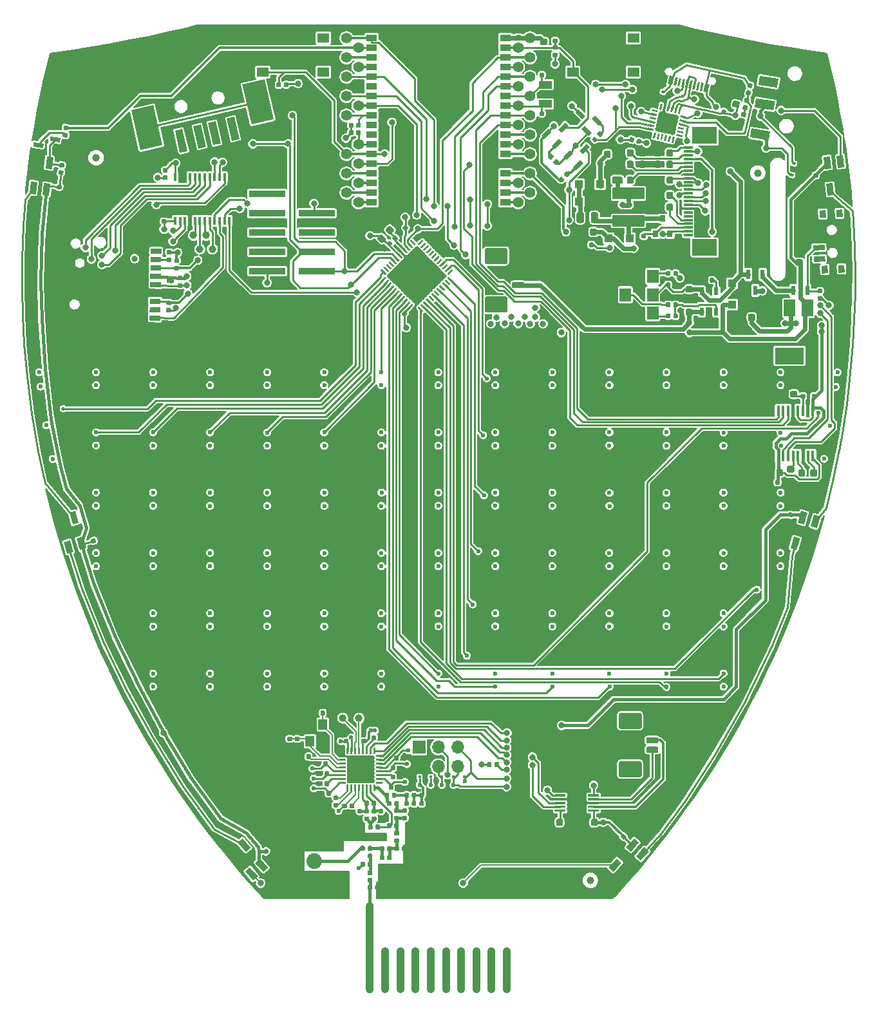
<source format=gbr>
G04 #@! TF.GenerationSoftware,KiCad,Pcbnew,5.99.0-unknown-r17145-8bd2765f*
G04 #@! TF.CreationDate,2019-12-03T04:13:13+08:00*
G04 #@! TF.ProjectId,tr20,74723230-2e6b-4696-9361-645f70636258,rev?*
G04 #@! TF.SameCoordinates,Original*
G04 #@! TF.FileFunction,Copper,L4,Bot*
G04 #@! TF.FilePolarity,Positive*
%FSLAX46Y46*%
G04 Gerber Fmt 4.6, Leading zero omitted, Abs format (unit mm)*
G04 Created by KiCad (PCBNEW 5.99.0-unknown-r17145-8bd2765f) date 2019-12-03 04:13:13*
%MOMM*%
%LPD*%
G04 APERTURE LIST*
%ADD10C,1.000000*%
%ADD11R,1.200000X0.300000*%
%ADD12R,3.300000X2.200000*%
%ADD13R,1.100000X1.100000*%
%ADD14R,1.550000X1.300000*%
%ADD15C,2.050000*%
%ADD16C,2.250000*%
%ADD17C,1.000000*%
%ADD18R,0.350000X0.400000*%
%ADD19R,4.800000X0.900000*%
%ADD20O,1.700000X1.700000*%
%ADD21R,1.700000X1.700000*%
%ADD22C,0.800000*%
%ADD23R,1.450000X0.930000*%
%ADD24R,4.000000X4.000000*%
%ADD25R,1.800000X1.000000*%
%ADD26R,0.600000X1.300000*%
%ADD27C,1.400000*%
%ADD28R,1.500000X1.800000*%
%ADD29R,4.200000X1.500000*%
%ADD30R,0.800000X0.900000*%
%ADD31R,0.600000X1.050000*%
%ADD32R,1.500000X2.200000*%
%ADD33R,3.800000X2.200000*%
%ADD34R,0.400000X1.100000*%
%ADD35R,0.450000X1.450000*%
%ADD36R,1.200000X1.400000*%
%ADD37C,0.600000*%
%ADD38C,0.500000*%
%ADD39C,0.250000*%
%ADD40C,0.300000*%
%ADD41C,0.450000*%
%ADD42C,0.600000*%
%ADD43C,0.400000*%
%ADD44C,0.410000*%
%ADD45C,0.200000*%
%ADD46C,0.350000*%
G04 APERTURE END LIST*
D10*
X-7000000Y7677000D02*
X-7000000Y12677000D01*
X9000000Y7677000D02*
X9000000Y12677000D01*
X-5000000Y7677000D02*
X-5000000Y12677000D01*
X-1000000Y7677000D02*
X-1000000Y12677000D01*
X-3000000Y7677000D02*
X-3000000Y12677000D01*
X3000000Y7677000D02*
X3000000Y12677000D01*
X5000000Y7677000D02*
X5000000Y12677000D01*
X7000000Y7677000D02*
X7000000Y12677000D01*
X1000000Y7677000D02*
X1000000Y12677000D01*
G04 #@! TA.AperFunction,SMDPad,CuDef*
G36*
X29314061Y123042846D02*
G01*
X31364282Y122588323D01*
X31453566Y122549037D01*
X31521020Y122478574D01*
X31556374Y122387661D01*
X31554246Y122290139D01*
X31099723Y120239918D01*
X31060437Y120150634D01*
X30989974Y120083180D01*
X30899061Y120047826D01*
X30801539Y120049954D01*
X28751318Y120504477D01*
X28662034Y120543763D01*
X28594580Y120614226D01*
X28559226Y120705139D01*
X28561354Y120802661D01*
X29015877Y122852882D01*
X29055163Y122942166D01*
X29125626Y123009620D01*
X29216539Y123044974D01*
X29314061Y123042846D01*
G37*
G04 #@! TD.AperFunction*
G04 #@! TA.AperFunction,SMDPad,CuDef*
G36*
X29285044Y124124772D02*
G01*
X29407081Y124097717D01*
X29429403Y124087896D01*
X29446266Y124070280D01*
X29455104Y124047552D01*
X29454573Y124023172D01*
X29303066Y123339765D01*
X29293244Y123317444D01*
X29275628Y123300580D01*
X29252900Y123291742D01*
X29228520Y123292274D01*
X29106483Y123319329D01*
X29084161Y123329150D01*
X29067298Y123346766D01*
X29058460Y123369494D01*
X29058991Y123393874D01*
X29210498Y124077281D01*
X29220320Y124099602D01*
X29237936Y124116466D01*
X29260664Y124125304D01*
X29285044Y124124772D01*
G37*
G04 #@! TD.AperFunction*
G04 #@! TA.AperFunction,SMDPad,CuDef*
G36*
X29773192Y124016552D02*
G01*
X29895229Y123989497D01*
X29917551Y123979676D01*
X29934414Y123962060D01*
X29943252Y123939332D01*
X29942721Y123914952D01*
X29791214Y123231545D01*
X29781392Y123209224D01*
X29763776Y123192360D01*
X29741048Y123183522D01*
X29716668Y123184054D01*
X29594631Y123211109D01*
X29572309Y123220930D01*
X29555446Y123238546D01*
X29546608Y123261274D01*
X29547139Y123285654D01*
X29698646Y123969061D01*
X29708468Y123991382D01*
X29726084Y124008246D01*
X29748812Y124017084D01*
X29773192Y124016552D01*
G37*
G04 #@! TD.AperFunction*
G04 #@! TA.AperFunction,SMDPad,CuDef*
G36*
X30261340Y123908332D02*
G01*
X30383377Y123881277D01*
X30405699Y123871456D01*
X30422562Y123853840D01*
X30431400Y123831112D01*
X30430869Y123806732D01*
X30279362Y123123325D01*
X30269540Y123101004D01*
X30251924Y123084140D01*
X30229196Y123075302D01*
X30204816Y123075834D01*
X30082779Y123102889D01*
X30060457Y123112710D01*
X30043594Y123130326D01*
X30034756Y123153054D01*
X30035287Y123177434D01*
X30186794Y123860841D01*
X30196616Y123883162D01*
X30214232Y123900026D01*
X30236960Y123908864D01*
X30261340Y123908332D01*
G37*
G04 #@! TD.AperFunction*
G04 #@! TA.AperFunction,SMDPad,CuDef*
G36*
X30749488Y123800113D02*
G01*
X30871525Y123773058D01*
X30893847Y123763237D01*
X30910710Y123745621D01*
X30919548Y123722893D01*
X30919017Y123698513D01*
X30767510Y123015106D01*
X30757688Y122992785D01*
X30740072Y122975921D01*
X30717344Y122967083D01*
X30692964Y122967615D01*
X30570927Y122994670D01*
X30548605Y123004491D01*
X30531742Y123022107D01*
X30522904Y123044835D01*
X30523435Y123069215D01*
X30674942Y123752622D01*
X30684764Y123774943D01*
X30702380Y123791807D01*
X30725108Y123800645D01*
X30749488Y123800113D01*
G37*
G04 #@! TD.AperFunction*
G04 #@! TA.AperFunction,SMDPad,CuDef*
G36*
X31237636Y123691893D02*
G01*
X31359673Y123664838D01*
X31381995Y123655017D01*
X31398858Y123637401D01*
X31407696Y123614673D01*
X31407165Y123590293D01*
X31255658Y122906886D01*
X31245836Y122884565D01*
X31228220Y122867701D01*
X31205492Y122858863D01*
X31181112Y122859395D01*
X31059075Y122886450D01*
X31036753Y122896271D01*
X31019890Y122913887D01*
X31011052Y122936615D01*
X31011583Y122960995D01*
X31163090Y123644402D01*
X31172912Y123666723D01*
X31190528Y123683587D01*
X31213256Y123692425D01*
X31237636Y123691893D01*
G37*
G04 #@! TD.AperFunction*
G04 #@! TA.AperFunction,SMDPad,CuDef*
G36*
X31725784Y123583673D02*
G01*
X31847821Y123556618D01*
X31870143Y123546797D01*
X31887006Y123529181D01*
X31895844Y123506453D01*
X31895313Y123482073D01*
X31743806Y122798666D01*
X31733984Y122776345D01*
X31716368Y122759481D01*
X31693640Y122750643D01*
X31669260Y122751175D01*
X31547223Y122778230D01*
X31524901Y122788051D01*
X31508038Y122805667D01*
X31499200Y122828395D01*
X31499731Y122852775D01*
X31651238Y123536182D01*
X31661060Y123558503D01*
X31678676Y123575367D01*
X31701404Y123584205D01*
X31725784Y123583673D01*
G37*
G04 #@! TD.AperFunction*
G04 #@! TA.AperFunction,SMDPad,CuDef*
G36*
X31905274Y122545209D02*
G01*
X32588681Y122393702D01*
X32611002Y122383880D01*
X32627866Y122366264D01*
X32636704Y122343536D01*
X32636172Y122319156D01*
X32609117Y122197119D01*
X32599296Y122174797D01*
X32581680Y122157934D01*
X32558952Y122149096D01*
X32534572Y122149627D01*
X31851165Y122301134D01*
X31828844Y122310956D01*
X31811980Y122328572D01*
X31803142Y122351300D01*
X31803674Y122375680D01*
X31830729Y122497717D01*
X31840550Y122520039D01*
X31858166Y122536902D01*
X31880894Y122545740D01*
X31905274Y122545209D01*
G37*
G04 #@! TD.AperFunction*
G04 #@! TA.AperFunction,SMDPad,CuDef*
G36*
X31797054Y122057061D02*
G01*
X32480461Y121905554D01*
X32502782Y121895732D01*
X32519646Y121878116D01*
X32528484Y121855388D01*
X32527952Y121831008D01*
X32500897Y121708971D01*
X32491076Y121686649D01*
X32473460Y121669786D01*
X32450732Y121660948D01*
X32426352Y121661479D01*
X31742945Y121812986D01*
X31720624Y121822808D01*
X31703760Y121840424D01*
X31694922Y121863152D01*
X31695454Y121887532D01*
X31722509Y122009569D01*
X31732330Y122031891D01*
X31749946Y122048754D01*
X31772674Y122057592D01*
X31797054Y122057061D01*
G37*
G04 #@! TD.AperFunction*
G04 #@! TA.AperFunction,SMDPad,CuDef*
G36*
X31688834Y121568913D02*
G01*
X32372241Y121417406D01*
X32394562Y121407584D01*
X32411426Y121389968D01*
X32420264Y121367240D01*
X32419732Y121342860D01*
X32392677Y121220823D01*
X32382856Y121198501D01*
X32365240Y121181638D01*
X32342512Y121172800D01*
X32318132Y121173331D01*
X31634725Y121324838D01*
X31612404Y121334660D01*
X31595540Y121352276D01*
X31586702Y121375004D01*
X31587234Y121399384D01*
X31614289Y121521421D01*
X31624110Y121543743D01*
X31641726Y121560606D01*
X31664454Y121569444D01*
X31688834Y121568913D01*
G37*
G04 #@! TD.AperFunction*
G04 #@! TA.AperFunction,SMDPad,CuDef*
G36*
X31580615Y121080765D02*
G01*
X32264022Y120929258D01*
X32286343Y120919436D01*
X32303207Y120901820D01*
X32312045Y120879092D01*
X32311513Y120854712D01*
X32284458Y120732675D01*
X32274637Y120710353D01*
X32257021Y120693490D01*
X32234293Y120684652D01*
X32209913Y120685183D01*
X31526506Y120836690D01*
X31504185Y120846512D01*
X31487321Y120864128D01*
X31478483Y120886856D01*
X31479015Y120911236D01*
X31506070Y121033273D01*
X31515891Y121055595D01*
X31533507Y121072458D01*
X31556235Y121081296D01*
X31580615Y121080765D01*
G37*
G04 #@! TD.AperFunction*
G04 #@! TA.AperFunction,SMDPad,CuDef*
G36*
X31472395Y120592617D02*
G01*
X32155802Y120441110D01*
X32178123Y120431288D01*
X32194987Y120413672D01*
X32203825Y120390944D01*
X32203293Y120366564D01*
X32176238Y120244527D01*
X32166417Y120222205D01*
X32148801Y120205342D01*
X32126073Y120196504D01*
X32101693Y120197035D01*
X31418286Y120348542D01*
X31395965Y120358364D01*
X31379101Y120375980D01*
X31370263Y120398708D01*
X31370795Y120423088D01*
X31397850Y120545125D01*
X31407671Y120567447D01*
X31425287Y120584310D01*
X31448015Y120593148D01*
X31472395Y120592617D01*
G37*
G04 #@! TD.AperFunction*
G04 #@! TA.AperFunction,SMDPad,CuDef*
G36*
X31364175Y120104469D02*
G01*
X32047582Y119952962D01*
X32069903Y119943140D01*
X32086767Y119925524D01*
X32095605Y119902796D01*
X32095073Y119878416D01*
X32068018Y119756379D01*
X32058197Y119734057D01*
X32040581Y119717194D01*
X32017853Y119708356D01*
X31993473Y119708887D01*
X31310066Y119860394D01*
X31287745Y119870216D01*
X31270881Y119887832D01*
X31262043Y119910560D01*
X31262575Y119934940D01*
X31289630Y120056977D01*
X31299451Y120079299D01*
X31317067Y120096162D01*
X31339795Y120105000D01*
X31364175Y120104469D01*
G37*
G04 #@! TD.AperFunction*
G04 #@! TA.AperFunction,SMDPad,CuDef*
G36*
X30887080Y119800526D02*
G01*
X31009117Y119773471D01*
X31031439Y119763650D01*
X31048302Y119746034D01*
X31057140Y119723306D01*
X31056609Y119698926D01*
X30905102Y119015519D01*
X30895280Y118993198D01*
X30877664Y118976334D01*
X30854936Y118967496D01*
X30830556Y118968028D01*
X30708519Y118995083D01*
X30686197Y119004904D01*
X30669334Y119022520D01*
X30660496Y119045248D01*
X30661027Y119069628D01*
X30812534Y119753035D01*
X30822356Y119775356D01*
X30839972Y119792220D01*
X30862700Y119801058D01*
X30887080Y119800526D01*
G37*
G04 #@! TD.AperFunction*
G04 #@! TA.AperFunction,SMDPad,CuDef*
G36*
X30398932Y119908746D02*
G01*
X30520969Y119881691D01*
X30543291Y119871870D01*
X30560154Y119854254D01*
X30568992Y119831526D01*
X30568461Y119807146D01*
X30416954Y119123739D01*
X30407132Y119101418D01*
X30389516Y119084554D01*
X30366788Y119075716D01*
X30342408Y119076248D01*
X30220371Y119103303D01*
X30198049Y119113124D01*
X30181186Y119130740D01*
X30172348Y119153468D01*
X30172879Y119177848D01*
X30324386Y119861255D01*
X30334208Y119883576D01*
X30351824Y119900440D01*
X30374552Y119909278D01*
X30398932Y119908746D01*
G37*
G04 #@! TD.AperFunction*
G04 #@! TA.AperFunction,SMDPad,CuDef*
G36*
X29910784Y120016966D02*
G01*
X30032821Y119989911D01*
X30055143Y119980090D01*
X30072006Y119962474D01*
X30080844Y119939746D01*
X30080313Y119915366D01*
X29928806Y119231959D01*
X29918984Y119209638D01*
X29901368Y119192774D01*
X29878640Y119183936D01*
X29854260Y119184468D01*
X29732223Y119211523D01*
X29709901Y119221344D01*
X29693038Y119238960D01*
X29684200Y119261688D01*
X29684731Y119286068D01*
X29836238Y119969475D01*
X29846060Y119991796D01*
X29863676Y120008660D01*
X29886404Y120017498D01*
X29910784Y120016966D01*
G37*
G04 #@! TD.AperFunction*
G04 #@! TA.AperFunction,SMDPad,CuDef*
G36*
X29422636Y120125185D02*
G01*
X29544673Y120098130D01*
X29566995Y120088309D01*
X29583858Y120070693D01*
X29592696Y120047965D01*
X29592165Y120023585D01*
X29440658Y119340178D01*
X29430836Y119317857D01*
X29413220Y119300993D01*
X29390492Y119292155D01*
X29366112Y119292687D01*
X29244075Y119319742D01*
X29221753Y119329563D01*
X29204890Y119347179D01*
X29196052Y119369907D01*
X29196583Y119394287D01*
X29348090Y120077694D01*
X29357912Y120100015D01*
X29375528Y120116879D01*
X29398256Y120125717D01*
X29422636Y120125185D01*
G37*
G04 #@! TD.AperFunction*
G04 #@! TA.AperFunction,SMDPad,CuDef*
G36*
X28934488Y120233405D02*
G01*
X29056525Y120206350D01*
X29078847Y120196529D01*
X29095710Y120178913D01*
X29104548Y120156185D01*
X29104017Y120131805D01*
X28952510Y119448398D01*
X28942688Y119426077D01*
X28925072Y119409213D01*
X28902344Y119400375D01*
X28877964Y119400907D01*
X28755927Y119427962D01*
X28733605Y119437783D01*
X28716742Y119455399D01*
X28707904Y119478127D01*
X28708435Y119502507D01*
X28859942Y120185914D01*
X28869764Y120208235D01*
X28887380Y120225099D01*
X28910108Y120233937D01*
X28934488Y120233405D01*
G37*
G04 #@! TD.AperFunction*
G04 #@! TA.AperFunction,SMDPad,CuDef*
G36*
X28446340Y120341625D02*
G01*
X28568377Y120314570D01*
X28590699Y120304749D01*
X28607562Y120287133D01*
X28616400Y120264405D01*
X28615869Y120240025D01*
X28464362Y119556618D01*
X28454540Y119534297D01*
X28436924Y119517433D01*
X28414196Y119508595D01*
X28389816Y119509127D01*
X28267779Y119536182D01*
X28245457Y119546003D01*
X28228594Y119563619D01*
X28219756Y119586347D01*
X28220287Y119610727D01*
X28371794Y120294134D01*
X28381616Y120316455D01*
X28399232Y120333319D01*
X28421960Y120342157D01*
X28446340Y120341625D01*
G37*
G04 #@! TD.AperFunction*
G04 #@! TA.AperFunction,SMDPad,CuDef*
G36*
X27581028Y120943173D02*
G01*
X28264435Y120791666D01*
X28286756Y120781844D01*
X28303620Y120764228D01*
X28312458Y120741500D01*
X28311926Y120717120D01*
X28284871Y120595083D01*
X28275050Y120572761D01*
X28257434Y120555898D01*
X28234706Y120547060D01*
X28210326Y120547591D01*
X27526919Y120699098D01*
X27504598Y120708920D01*
X27487734Y120726536D01*
X27478896Y120749264D01*
X27479428Y120773644D01*
X27506483Y120895681D01*
X27516304Y120918003D01*
X27533920Y120934866D01*
X27556648Y120943704D01*
X27581028Y120943173D01*
G37*
G04 #@! TD.AperFunction*
G04 #@! TA.AperFunction,SMDPad,CuDef*
G36*
X27689248Y121431321D02*
G01*
X28372655Y121279814D01*
X28394976Y121269992D01*
X28411840Y121252376D01*
X28420678Y121229648D01*
X28420146Y121205268D01*
X28393091Y121083231D01*
X28383270Y121060909D01*
X28365654Y121044046D01*
X28342926Y121035208D01*
X28318546Y121035739D01*
X27635139Y121187246D01*
X27612818Y121197068D01*
X27595954Y121214684D01*
X27587116Y121237412D01*
X27587648Y121261792D01*
X27614703Y121383829D01*
X27624524Y121406151D01*
X27642140Y121423014D01*
X27664868Y121431852D01*
X27689248Y121431321D01*
G37*
G04 #@! TD.AperFunction*
G04 #@! TA.AperFunction,SMDPad,CuDef*
G36*
X27797468Y121919469D02*
G01*
X28480875Y121767962D01*
X28503196Y121758140D01*
X28520060Y121740524D01*
X28528898Y121717796D01*
X28528366Y121693416D01*
X28501311Y121571379D01*
X28491490Y121549057D01*
X28473874Y121532194D01*
X28451146Y121523356D01*
X28426766Y121523887D01*
X27743359Y121675394D01*
X27721038Y121685216D01*
X27704174Y121702832D01*
X27695336Y121725560D01*
X27695868Y121749940D01*
X27722923Y121871977D01*
X27732744Y121894299D01*
X27750360Y121911162D01*
X27773088Y121920000D01*
X27797468Y121919469D01*
G37*
G04 #@! TD.AperFunction*
G04 #@! TA.AperFunction,SMDPad,CuDef*
G36*
X27905687Y122407617D02*
G01*
X28589094Y122256110D01*
X28611415Y122246288D01*
X28628279Y122228672D01*
X28637117Y122205944D01*
X28636585Y122181564D01*
X28609530Y122059527D01*
X28599709Y122037205D01*
X28582093Y122020342D01*
X28559365Y122011504D01*
X28534985Y122012035D01*
X27851578Y122163542D01*
X27829257Y122173364D01*
X27812393Y122190980D01*
X27803555Y122213708D01*
X27804087Y122238088D01*
X27831142Y122360125D01*
X27840963Y122382447D01*
X27858579Y122399310D01*
X27881307Y122408148D01*
X27905687Y122407617D01*
G37*
G04 #@! TD.AperFunction*
G04 #@! TA.AperFunction,SMDPad,CuDef*
G36*
X28013907Y122895765D02*
G01*
X28697314Y122744258D01*
X28719635Y122734436D01*
X28736499Y122716820D01*
X28745337Y122694092D01*
X28744805Y122669712D01*
X28717750Y122547675D01*
X28707929Y122525353D01*
X28690313Y122508490D01*
X28667585Y122499652D01*
X28643205Y122500183D01*
X27959798Y122651690D01*
X27937477Y122661512D01*
X27920613Y122679128D01*
X27911775Y122701856D01*
X27912307Y122726236D01*
X27939362Y122848273D01*
X27949183Y122870595D01*
X27966799Y122887458D01*
X27989527Y122896296D01*
X28013907Y122895765D01*
G37*
G04 #@! TD.AperFunction*
G04 #@! TA.AperFunction,SMDPad,CuDef*
G36*
X28122127Y123383913D02*
G01*
X28805534Y123232406D01*
X28827855Y123222584D01*
X28844719Y123204968D01*
X28853557Y123182240D01*
X28853025Y123157860D01*
X28825970Y123035823D01*
X28816149Y123013501D01*
X28798533Y122996638D01*
X28775805Y122987800D01*
X28751425Y122988331D01*
X28068018Y123139838D01*
X28045697Y123149660D01*
X28028833Y123167276D01*
X28019995Y123190004D01*
X28020527Y123214384D01*
X28047582Y123336421D01*
X28057403Y123358743D01*
X28075019Y123375606D01*
X28097747Y123384444D01*
X28122127Y123383913D01*
G37*
G04 #@! TD.AperFunction*
D11*
X32857800Y118321400D03*
X32857800Y117821400D03*
X32857800Y117321400D03*
X32857800Y116821400D03*
X32857800Y116321400D03*
X32857800Y115821400D03*
X32857800Y115321400D03*
X32857800Y114821400D03*
X32857800Y114321400D03*
X32857800Y113821400D03*
X32857800Y113321400D03*
X32857800Y112821400D03*
X32857800Y112321400D03*
X32857800Y111821400D03*
X32857800Y111321400D03*
X32857800Y110821400D03*
X32857800Y110321400D03*
X32857800Y109821400D03*
X32857800Y109321400D03*
X32857800Y108821400D03*
X32857800Y108321400D03*
X32857800Y107821400D03*
X32857800Y107321400D03*
X32857800Y106821400D03*
D12*
X35027800Y119921400D03*
X35027800Y105221400D03*
D13*
X21282800Y111221400D03*
X18482800Y111221400D03*
D14*
X17691200Y128250000D03*
X25641200Y128250000D03*
X17691200Y132750000D03*
X25641200Y132750000D03*
X-23075800Y128250000D03*
X-15125800Y128250000D03*
X-23075800Y132750000D03*
X-15125800Y132750000D03*
D15*
X-16344900Y24576900D03*
D16*
X-18884900Y27116900D03*
X-18884900Y22036900D03*
X-13804900Y22036900D03*
X-13804900Y27116900D03*
G04 #@! TA.AperFunction,SMDPad,CuDef*
G36*
X-53223331Y117352918D02*
G01*
X-52377987Y117264069D01*
X-52545233Y115672834D01*
X-53390577Y115761683D01*
X-53223331Y117352918D01*
G37*
G04 #@! TD.AperFunction*
G04 #@! TA.AperFunction,SMDPad,CuDef*
G36*
X-51482918Y117169993D02*
G01*
X-50637574Y117081144D01*
X-50804820Y115489909D01*
X-51650164Y115578758D01*
X-51482918Y117169993D01*
G37*
G04 #@! TD.AperFunction*
G04 #@! TA.AperFunction,SMDPad,CuDef*
G36*
X-53589180Y113872091D02*
G01*
X-52743836Y113783242D01*
X-52911082Y112192007D01*
X-53756426Y112280856D01*
X-53589180Y113872091D01*
G37*
G04 #@! TD.AperFunction*
G04 #@! TA.AperFunction,SMDPad,CuDef*
G36*
X-51848767Y113689166D02*
G01*
X-51003423Y113600317D01*
X-51170669Y112009082D01*
X-52016013Y112097931D01*
X-51848767Y113689166D01*
G37*
G04 #@! TD.AperFunction*
G04 #@! TA.AperFunction,SMDPad,CuDef*
G36*
X48806765Y64944954D02*
G01*
X47989693Y65179246D01*
X48430713Y66717264D01*
X49247785Y66482972D01*
X48806765Y64944954D01*
G37*
G04 #@! TD.AperFunction*
G04 #@! TA.AperFunction,SMDPad,CuDef*
G36*
X47124557Y65427320D02*
G01*
X46307485Y65661612D01*
X46748505Y67199630D01*
X47565577Y66965338D01*
X47124557Y65427320D01*
G37*
G04 #@! TD.AperFunction*
G04 #@! TA.AperFunction,SMDPad,CuDef*
G36*
X49771495Y68309370D02*
G01*
X48954423Y68543662D01*
X49395443Y70081680D01*
X50212515Y69847388D01*
X49771495Y68309370D01*
G37*
G04 #@! TD.AperFunction*
G04 #@! TA.AperFunction,SMDPad,CuDef*
G36*
X48089287Y68791736D02*
G01*
X47272215Y69026028D01*
X47713235Y70564046D01*
X48530307Y70329754D01*
X48089287Y68791736D01*
G37*
G04 #@! TD.AperFunction*
G04 #@! TA.AperFunction,SMDPad,CuDef*
G36*
X-50212515Y69847388D02*
G01*
X-49395443Y70081680D01*
X-48954423Y68543662D01*
X-49771495Y68309370D01*
X-50212515Y69847388D01*
G37*
G04 #@! TD.AperFunction*
G04 #@! TA.AperFunction,SMDPad,CuDef*
G36*
X-48530307Y70329754D02*
G01*
X-47713235Y70564046D01*
X-47272215Y69026028D01*
X-48089287Y68791736D01*
X-48530307Y70329754D01*
G37*
G04 #@! TD.AperFunction*
G04 #@! TA.AperFunction,SMDPad,CuDef*
G36*
X-49247785Y66482972D02*
G01*
X-48430713Y66717264D01*
X-47989693Y65179246D01*
X-48806765Y64944954D01*
X-49247785Y66482972D01*
G37*
G04 #@! TD.AperFunction*
G04 #@! TA.AperFunction,SMDPad,CuDef*
G36*
X-47565577Y66965338D02*
G01*
X-46748505Y67199630D01*
X-46307485Y65661612D01*
X-47124557Y65427320D01*
X-47565577Y66965338D01*
G37*
G04 #@! TD.AperFunction*
G04 #@! TA.AperFunction,SMDPad,CuDef*
G36*
X-27698473Y25811233D02*
G01*
X-27056970Y26368883D01*
X-26007275Y25161347D01*
X-26648778Y24603697D01*
X-27698473Y25811233D01*
G37*
G04 #@! TD.AperFunction*
G04 #@! TA.AperFunction,SMDPad,CuDef*
G36*
X-26377731Y26959336D02*
G01*
X-25736228Y27516986D01*
X-24686533Y26309450D01*
X-25328036Y25751800D01*
X-26377731Y26959336D01*
G37*
G04 #@! TD.AperFunction*
G04 #@! TA.AperFunction,SMDPad,CuDef*
G36*
X-25402267Y23169750D02*
G01*
X-24760764Y23727400D01*
X-23711069Y22519864D01*
X-24352572Y21962214D01*
X-25402267Y23169750D01*
G37*
G04 #@! TD.AperFunction*
G04 #@! TA.AperFunction,SMDPad,CuDef*
G36*
X-24081525Y24317853D02*
G01*
X-23440022Y24875503D01*
X-22390327Y23667967D01*
X-23031830Y23110317D01*
X-24081525Y24317853D01*
G37*
G04 #@! TD.AperFunction*
G04 #@! TA.AperFunction,SMDPad,CuDef*
G36*
X24352572Y21962214D02*
G01*
X23711069Y22519864D01*
X24760764Y23727400D01*
X25402267Y23169750D01*
X24352572Y21962214D01*
G37*
G04 #@! TD.AperFunction*
G04 #@! TA.AperFunction,SMDPad,CuDef*
G36*
X23031830Y23110317D02*
G01*
X22390327Y23667967D01*
X23440022Y24875503D01*
X24081525Y24317853D01*
X23031830Y23110317D01*
G37*
G04 #@! TD.AperFunction*
G04 #@! TA.AperFunction,SMDPad,CuDef*
G36*
X26648778Y24603697D02*
G01*
X26007275Y25161347D01*
X27056970Y26368883D01*
X27698473Y25811233D01*
X26648778Y24603697D01*
G37*
G04 #@! TD.AperFunction*
G04 #@! TA.AperFunction,SMDPad,CuDef*
G36*
X25328036Y25751800D02*
G01*
X24686533Y26309450D01*
X25736228Y27516986D01*
X26377731Y26959336D01*
X25328036Y25751800D01*
G37*
G04 #@! TD.AperFunction*
G04 #@! TA.AperFunction,SMDPad,CuDef*
G36*
X53756426Y112280856D02*
G01*
X52911082Y112192007D01*
X52743836Y113783242D01*
X53589180Y113872091D01*
X53756426Y112280856D01*
G37*
G04 #@! TD.AperFunction*
G04 #@! TA.AperFunction,SMDPad,CuDef*
G36*
X52016013Y112097931D02*
G01*
X51170669Y112009082D01*
X51003423Y113600317D01*
X51848767Y113689166D01*
X52016013Y112097931D01*
G37*
G04 #@! TD.AperFunction*
G04 #@! TA.AperFunction,SMDPad,CuDef*
G36*
X53390577Y115761683D02*
G01*
X52545233Y115672834D01*
X52377987Y117264069D01*
X53223331Y117352918D01*
X53390577Y115761683D01*
G37*
G04 #@! TD.AperFunction*
G04 #@! TA.AperFunction,SMDPad,CuDef*
G36*
X51650164Y115578758D02*
G01*
X50804820Y115489909D01*
X50637574Y117081144D01*
X51482918Y117169993D01*
X51650164Y115578758D01*
G37*
G04 #@! TD.AperFunction*
D13*
X38608000Y100510800D03*
X38608000Y97710800D03*
G04 #@! TA.AperFunction,SMDPad,CuDef*
G36*
X-24563995Y121362478D02*
G01*
X-25778731Y126624077D01*
X-22855621Y127298930D01*
X-21640885Y122037331D01*
X-24563995Y121362478D01*
G37*
G04 #@! TD.AperFunction*
G04 #@! TA.AperFunction,SMDPad,CuDef*
G36*
X-39179546Y117988212D02*
G01*
X-40394282Y123249811D01*
X-37471172Y123924664D01*
X-36256436Y118663065D01*
X-39179546Y117988212D01*
G37*
G04 #@! TD.AperFunction*
G04 #@! TA.AperFunction,SMDPad,CuDef*
G36*
X-27149678Y119226069D02*
G01*
X-27824532Y122149180D01*
X-26850162Y122374131D01*
X-26175308Y119451020D01*
X-27149678Y119226069D01*
G37*
G04 #@! TD.AperFunction*
G04 #@! TA.AperFunction,SMDPad,CuDef*
G36*
X-29585603Y118663692D02*
G01*
X-30260457Y121586803D01*
X-29286087Y121811754D01*
X-28611233Y118888643D01*
X-29585603Y118663692D01*
G37*
G04 #@! TD.AperFunction*
G04 #@! TA.AperFunction,SMDPad,CuDef*
G36*
X-31534343Y118213790D02*
G01*
X-32209197Y121136901D01*
X-31234827Y121361852D01*
X-30559973Y118438741D01*
X-31534343Y118213790D01*
G37*
G04 #@! TD.AperFunction*
G04 #@! TA.AperFunction,SMDPad,CuDef*
G36*
X-33970269Y117651412D02*
G01*
X-34645123Y120574523D01*
X-33670753Y120799474D01*
X-32995899Y117876363D01*
X-33970269Y117651412D01*
G37*
G04 #@! TD.AperFunction*
D17*
X20000000Y22000000D03*
X-45000000Y117000000D03*
X42000000Y115000000D03*
G04 #@! TA.AperFunction,SMDPad,CuDef*
G36*
X-35829254Y109884772D02*
G01*
X-35781402Y109852798D01*
X-35749428Y109804946D01*
X-35738200Y109748500D01*
X-35738200Y109453500D01*
X-35749428Y109397054D01*
X-35781402Y109349202D01*
X-35829254Y109317228D01*
X-35885700Y109306000D01*
X-36230700Y109306000D01*
X-36287146Y109317228D01*
X-36334998Y109349202D01*
X-36366972Y109397054D01*
X-36378200Y109453500D01*
X-36378200Y109748500D01*
X-36366972Y109804946D01*
X-36334998Y109852798D01*
X-36287146Y109884772D01*
X-36230700Y109896000D01*
X-35885700Y109896000D01*
X-35829254Y109884772D01*
G37*
G04 #@! TD.AperFunction*
G04 #@! TA.AperFunction,SMDPad,CuDef*
G36*
X-35829254Y108914772D02*
G01*
X-35781402Y108882798D01*
X-35749428Y108834946D01*
X-35738200Y108778500D01*
X-35738200Y108483500D01*
X-35749428Y108427054D01*
X-35781402Y108379202D01*
X-35829254Y108347228D01*
X-35885700Y108336000D01*
X-36230700Y108336000D01*
X-36287146Y108347228D01*
X-36334998Y108379202D01*
X-36366972Y108427054D01*
X-36378200Y108483500D01*
X-36378200Y108778500D01*
X-36366972Y108834946D01*
X-36334998Y108882798D01*
X-36287146Y108914772D01*
X-36230700Y108926000D01*
X-35885700Y108926000D01*
X-35829254Y108914772D01*
G37*
G04 #@! TD.AperFunction*
D18*
X1955800Y33892600D03*
X1955800Y35592600D03*
X3429000Y33892600D03*
X3429000Y35592600D03*
G04 #@! TA.AperFunction,SMDPad,CuDef*
G36*
X49190989Y108505504D02*
G01*
X50690075Y108557853D01*
X50714505Y107858280D01*
X49215419Y107805931D01*
X49190989Y108505504D01*
G37*
G04 #@! TD.AperFunction*
G04 #@! TA.AperFunction,SMDPad,CuDef*
G36*
X49295688Y105507332D02*
G01*
X50794774Y105559681D01*
X50819204Y104860108D01*
X49320118Y104807759D01*
X49295688Y105507332D01*
G37*
G04 #@! TD.AperFunction*
G04 #@! TA.AperFunction,SMDPad,CuDef*
G36*
X49348037Y104008245D02*
G01*
X50847123Y104060594D01*
X50871553Y103361021D01*
X49372467Y103308672D01*
X49348037Y104008245D01*
G37*
G04 #@! TD.AperFunction*
G04 #@! TA.AperFunction,SMDPad,CuDef*
G36*
X52344940Y110166588D02*
G01*
X53144453Y110194507D01*
X53179352Y109195116D01*
X52379839Y109167197D01*
X52344940Y110166588D01*
G37*
G04 #@! TD.AperFunction*
G04 #@! TA.AperFunction,SMDPad,CuDef*
G36*
X52599706Y102871035D02*
G01*
X53399219Y102898954D01*
X53434118Y101899563D01*
X52634605Y101871644D01*
X52599706Y102871035D01*
G37*
G04 #@! TD.AperFunction*
G04 #@! TA.AperFunction,SMDPad,CuDef*
G36*
X50391052Y102793907D02*
G01*
X51190565Y102821826D01*
X51225464Y101822435D01*
X50425951Y101794516D01*
X50391052Y102793907D01*
G37*
G04 #@! TD.AperFunction*
G04 #@! TA.AperFunction,SMDPad,CuDef*
G36*
X50136286Y110089460D02*
G01*
X50935799Y110117379D01*
X50970698Y109117988D01*
X50171185Y109090069D01*
X50136286Y110089460D01*
G37*
G04 #@! TD.AperFunction*
G04 #@! TA.AperFunction,SMDPad,CuDef*
G36*
X49657346Y86925572D02*
G01*
X49705198Y86893598D01*
X49737172Y86845746D01*
X49748400Y86789300D01*
X49748400Y86494300D01*
X49737172Y86437854D01*
X49705198Y86390002D01*
X49657346Y86358028D01*
X49600900Y86346800D01*
X49255900Y86346800D01*
X49199454Y86358028D01*
X49151602Y86390002D01*
X49119628Y86437854D01*
X49108400Y86494300D01*
X49108400Y86789300D01*
X49119628Y86845746D01*
X49151602Y86893598D01*
X49199454Y86925572D01*
X49255900Y86936800D01*
X49600900Y86936800D01*
X49657346Y86925572D01*
G37*
G04 #@! TD.AperFunction*
G04 #@! TA.AperFunction,SMDPad,CuDef*
G36*
X49657346Y85955572D02*
G01*
X49705198Y85923598D01*
X49737172Y85875746D01*
X49748400Y85819300D01*
X49748400Y85524300D01*
X49737172Y85467854D01*
X49705198Y85420002D01*
X49657346Y85388028D01*
X49600900Y85376800D01*
X49255900Y85376800D01*
X49199454Y85388028D01*
X49151602Y85420002D01*
X49119628Y85467854D01*
X49108400Y85524300D01*
X49108400Y85819300D01*
X49119628Y85875746D01*
X49151602Y85923598D01*
X49199454Y85955572D01*
X49255900Y85966800D01*
X49600900Y85966800D01*
X49657346Y85955572D01*
G37*
G04 #@! TD.AperFunction*
D19*
X-16003200Y112242600D03*
X-22503200Y112242600D03*
X-16003200Y109702600D03*
X-22503200Y109702600D03*
X-16003200Y107162600D03*
X-22503200Y107162600D03*
X-16003200Y104622600D03*
X-22503200Y104622600D03*
X-16003200Y102082600D03*
X-22503200Y102082600D03*
D17*
X-32197400Y106807000D03*
X-31359200Y104978200D03*
X-30521000Y106807000D03*
X-29708200Y105003600D03*
D20*
X2540000Y36960000D03*
X2540000Y39500000D03*
X0Y36960000D03*
X0Y39500000D03*
X-2540000Y36960000D03*
D21*
X-2540000Y39500000D03*
G04 #@! TA.AperFunction,SMDPad,CuDef*
G36*
X28814237Y39558276D02*
G01*
X28879121Y39514921D01*
X28922476Y39450037D01*
X28937700Y39373500D01*
X28937700Y38973500D01*
X28922476Y38896963D01*
X28879121Y38832079D01*
X28814237Y38788724D01*
X28737700Y38773500D01*
X27537700Y38773500D01*
X27461163Y38788724D01*
X27396279Y38832079D01*
X27352924Y38896963D01*
X27337700Y38973500D01*
X27337700Y39373500D01*
X27352924Y39450037D01*
X27396279Y39514921D01*
X27461163Y39558276D01*
X27537700Y39573500D01*
X28737700Y39573500D01*
X28814237Y39558276D01*
G37*
G04 #@! TD.AperFunction*
G04 #@! TA.AperFunction,SMDPad,CuDef*
G36*
X28814237Y40808276D02*
G01*
X28879121Y40764921D01*
X28922476Y40700037D01*
X28937700Y40623500D01*
X28937700Y40223500D01*
X28922476Y40146963D01*
X28879121Y40082079D01*
X28814237Y40038724D01*
X28737700Y40023500D01*
X27537700Y40023500D01*
X27461163Y40038724D01*
X27396279Y40082079D01*
X27352924Y40146963D01*
X27337700Y40223500D01*
X27337700Y40623500D01*
X27352924Y40700037D01*
X27396279Y40764921D01*
X27461163Y40808276D01*
X27537700Y40823500D01*
X28737700Y40823500D01*
X28814237Y40808276D01*
G37*
G04 #@! TD.AperFunction*
G04 #@! TA.AperFunction,SMDPad,CuDef*
G36*
X26583371Y37654470D02*
G01*
X26664477Y37600277D01*
X26718670Y37519171D01*
X26737700Y37423500D01*
X26737700Y35823500D01*
X26718670Y35727829D01*
X26664477Y35646723D01*
X26583371Y35592530D01*
X26487700Y35573500D01*
X23987700Y35573500D01*
X23892029Y35592530D01*
X23810923Y35646723D01*
X23756730Y35727829D01*
X23737700Y35823500D01*
X23737700Y37423500D01*
X23756730Y37519171D01*
X23810923Y37600277D01*
X23892029Y37654470D01*
X23987700Y37673500D01*
X26487700Y37673500D01*
X26583371Y37654470D01*
G37*
G04 #@! TD.AperFunction*
G04 #@! TA.AperFunction,SMDPad,CuDef*
G36*
X26583371Y44004470D02*
G01*
X26664477Y43950277D01*
X26718670Y43869171D01*
X26737700Y43773500D01*
X26737700Y42173500D01*
X26718670Y42077829D01*
X26664477Y41996723D01*
X26583371Y41942530D01*
X26487700Y41923500D01*
X23987700Y41923500D01*
X23892029Y41942530D01*
X23810923Y41996723D01*
X23756730Y42077829D01*
X23737700Y42173500D01*
X23737700Y43773500D01*
X23756730Y43869171D01*
X23810923Y43950277D01*
X23892029Y44004470D01*
X23987700Y44023500D01*
X26487700Y44023500D01*
X26583371Y44004470D01*
G37*
G04 #@! TD.AperFunction*
G04 #@! TA.AperFunction,SMDPad,CuDef*
G36*
X11176537Y100659776D02*
G01*
X11241421Y100616421D01*
X11284776Y100551537D01*
X11300000Y100475000D01*
X11300000Y100075000D01*
X11284776Y99998463D01*
X11241421Y99933579D01*
X11176537Y99890224D01*
X11100000Y99875000D01*
X9900000Y99875000D01*
X9823463Y99890224D01*
X9758579Y99933579D01*
X9715224Y99998463D01*
X9700000Y100075000D01*
X9700000Y100475000D01*
X9715224Y100551537D01*
X9758579Y100616421D01*
X9823463Y100659776D01*
X9900000Y100675000D01*
X11100000Y100675000D01*
X11176537Y100659776D01*
G37*
G04 #@! TD.AperFunction*
G04 #@! TA.AperFunction,SMDPad,CuDef*
G36*
X11176537Y101909776D02*
G01*
X11241421Y101866421D01*
X11284776Y101801537D01*
X11300000Y101725000D01*
X11300000Y101325000D01*
X11284776Y101248463D01*
X11241421Y101183579D01*
X11176537Y101140224D01*
X11100000Y101125000D01*
X9900000Y101125000D01*
X9823463Y101140224D01*
X9758579Y101183579D01*
X9715224Y101248463D01*
X9700000Y101325000D01*
X9700000Y101725000D01*
X9715224Y101801537D01*
X9758579Y101866421D01*
X9823463Y101909776D01*
X9900000Y101925000D01*
X11100000Y101925000D01*
X11176537Y101909776D01*
G37*
G04 #@! TD.AperFunction*
G04 #@! TA.AperFunction,SMDPad,CuDef*
G36*
X8945671Y98755970D02*
G01*
X9026777Y98701777D01*
X9080970Y98620671D01*
X9100000Y98525000D01*
X9100000Y96925000D01*
X9080970Y96829329D01*
X9026777Y96748223D01*
X8945671Y96694030D01*
X8850000Y96675000D01*
X6350000Y96675000D01*
X6254329Y96694030D01*
X6173223Y96748223D01*
X6119030Y96829329D01*
X6100000Y96925000D01*
X6100000Y98525000D01*
X6119030Y98620671D01*
X6173223Y98701777D01*
X6254329Y98755970D01*
X6350000Y98775000D01*
X8850000Y98775000D01*
X8945671Y98755970D01*
G37*
G04 #@! TD.AperFunction*
G04 #@! TA.AperFunction,SMDPad,CuDef*
G36*
X8945671Y105105970D02*
G01*
X9026777Y105051777D01*
X9080970Y104970671D01*
X9100000Y104875000D01*
X9100000Y103275000D01*
X9080970Y103179329D01*
X9026777Y103098223D01*
X8945671Y103044030D01*
X8850000Y103025000D01*
X6350000Y103025000D01*
X6254329Y103044030D01*
X6173223Y103098223D01*
X6119030Y103179329D01*
X6100000Y103275000D01*
X6100000Y104875000D01*
X6119030Y104970671D01*
X6173223Y105051777D01*
X6254329Y105105970D01*
X6350000Y105125000D01*
X8850000Y105125000D01*
X8945671Y105105970D01*
G37*
G04 #@! TD.AperFunction*
G04 #@! TA.AperFunction,SMDPad,CuDef*
G36*
X-8900000Y19169016D02*
G01*
X-8788117Y19135557D01*
X-8667932Y19057657D01*
X-8574442Y18949156D01*
X-8515162Y18818777D01*
X-8494858Y18677000D01*
X-8494858Y7677000D01*
X-8494896Y7670829D01*
X-8516930Y7529311D01*
X-8577799Y7399666D01*
X-8672607Y7292315D01*
X-8793735Y7215889D01*
X-8931444Y7176532D01*
X-9074665Y7177407D01*
X-9211883Y7218443D01*
X-9332068Y7296343D01*
X-9425558Y7404844D01*
X-9484838Y7535223D01*
X-9505142Y7677000D01*
X-9505142Y18677000D01*
X-9505104Y18683171D01*
X-9483070Y18824689D01*
X-9422201Y18954334D01*
X-9327393Y19061685D01*
X-9206265Y19138111D01*
X-9100000Y19168481D01*
X-9100000Y19277000D01*
X-8900000Y19277000D01*
X-8900000Y19169016D01*
G37*
G04 #@! TD.AperFunction*
D22*
X-7000000Y7677000D03*
X-7000000Y12677000D03*
X-9000000Y7677000D03*
X9000000Y12677000D03*
X9000000Y7677000D03*
X-5000000Y12677000D03*
X-5000000Y7677000D03*
X-3000000Y12677000D03*
X-1000000Y12677000D03*
X-3000000Y7677000D03*
X-1000000Y7677000D03*
X7000000Y12677000D03*
X5000000Y7677000D03*
X1000000Y12677000D03*
X5000000Y12677000D03*
X3000000Y12677000D03*
X3000000Y7677000D03*
X1000000Y7677000D03*
X7000000Y7677000D03*
G04 #@! TA.AperFunction,SMDPad,CuDef*
G36*
X-19316354Y40895972D02*
G01*
X-19268502Y40863998D01*
X-19236528Y40816146D01*
X-19225300Y40759700D01*
X-19225300Y40464700D01*
X-19236528Y40408254D01*
X-19268502Y40360402D01*
X-19316354Y40328428D01*
X-19372800Y40317200D01*
X-19717800Y40317200D01*
X-19774246Y40328428D01*
X-19822098Y40360402D01*
X-19854072Y40408254D01*
X-19865300Y40464700D01*
X-19865300Y40759700D01*
X-19854072Y40816146D01*
X-19822098Y40863998D01*
X-19774246Y40895972D01*
X-19717800Y40907200D01*
X-19372800Y40907200D01*
X-19316354Y40895972D01*
G37*
G04 #@! TD.AperFunction*
G04 #@! TA.AperFunction,SMDPad,CuDef*
G36*
X-19316354Y41865972D02*
G01*
X-19268502Y41833998D01*
X-19236528Y41786146D01*
X-19225300Y41729700D01*
X-19225300Y41434700D01*
X-19236528Y41378254D01*
X-19268502Y41330402D01*
X-19316354Y41298428D01*
X-19372800Y41287200D01*
X-19717800Y41287200D01*
X-19774246Y41298428D01*
X-19822098Y41330402D01*
X-19854072Y41378254D01*
X-19865300Y41434700D01*
X-19865300Y41729700D01*
X-19854072Y41786146D01*
X-19822098Y41833998D01*
X-19774246Y41865972D01*
X-19717800Y41877200D01*
X-19372800Y41877200D01*
X-19316354Y41865972D01*
G37*
G04 #@! TD.AperFunction*
G04 #@! TA.AperFunction,SMDPad,CuDef*
G36*
X-7769254Y29343372D02*
G01*
X-7721402Y29311398D01*
X-7689428Y29263546D01*
X-7678200Y29207100D01*
X-7678200Y28862100D01*
X-7689428Y28805654D01*
X-7721402Y28757802D01*
X-7769254Y28725828D01*
X-7825700Y28714600D01*
X-8120700Y28714600D01*
X-8177146Y28725828D01*
X-8224998Y28757802D01*
X-8256972Y28805654D01*
X-8268200Y28862100D01*
X-8268200Y29207100D01*
X-8256972Y29263546D01*
X-8224998Y29311398D01*
X-8177146Y29343372D01*
X-8120700Y29354600D01*
X-7825700Y29354600D01*
X-7769254Y29343372D01*
G37*
G04 #@! TD.AperFunction*
G04 #@! TA.AperFunction,SMDPad,CuDef*
G36*
X-8739254Y29343372D02*
G01*
X-8691402Y29311398D01*
X-8659428Y29263546D01*
X-8648200Y29207100D01*
X-8648200Y28862100D01*
X-8659428Y28805654D01*
X-8691402Y28757802D01*
X-8739254Y28725828D01*
X-8795700Y28714600D01*
X-9090700Y28714600D01*
X-9147146Y28725828D01*
X-9194998Y28757802D01*
X-9226972Y28805654D01*
X-9238200Y28862100D01*
X-9238200Y29207100D01*
X-9226972Y29263546D01*
X-9194998Y29311398D01*
X-9147146Y29343372D01*
X-9090700Y29354600D01*
X-8795700Y29354600D01*
X-8739254Y29343372D01*
G37*
G04 #@! TD.AperFunction*
G04 #@! TA.AperFunction,SMDPad,CuDef*
G36*
X19368946Y105858772D02*
G01*
X19416798Y105826798D01*
X19448772Y105778946D01*
X19460000Y105722500D01*
X19460000Y105377500D01*
X19448772Y105321054D01*
X19416798Y105273202D01*
X19368946Y105241228D01*
X19312500Y105230000D01*
X19017500Y105230000D01*
X18961054Y105241228D01*
X18913202Y105273202D01*
X18881228Y105321054D01*
X18870000Y105377500D01*
X18870000Y105722500D01*
X18881228Y105778946D01*
X18913202Y105826798D01*
X18961054Y105858772D01*
X19017500Y105870000D01*
X19312500Y105870000D01*
X19368946Y105858772D01*
G37*
G04 #@! TD.AperFunction*
G04 #@! TA.AperFunction,SMDPad,CuDef*
G36*
X20338946Y105858772D02*
G01*
X20386798Y105826798D01*
X20418772Y105778946D01*
X20430000Y105722500D01*
X20430000Y105377500D01*
X20418772Y105321054D01*
X20386798Y105273202D01*
X20338946Y105241228D01*
X20282500Y105230000D01*
X19987500Y105230000D01*
X19931054Y105241228D01*
X19883202Y105273202D01*
X19851228Y105321054D01*
X19840000Y105377500D01*
X19840000Y105722500D01*
X19851228Y105778946D01*
X19883202Y105826798D01*
X19931054Y105858772D01*
X19987500Y105870000D01*
X20282500Y105870000D01*
X20338946Y105858772D01*
G37*
G04 #@! TD.AperFunction*
G04 #@! TA.AperFunction,SMDPad,CuDef*
G36*
X48184146Y86919183D02*
G01*
X48231998Y86887209D01*
X48263972Y86839357D01*
X48275200Y86782911D01*
X48275200Y86487911D01*
X48263972Y86431465D01*
X48231998Y86383613D01*
X48184146Y86351639D01*
X48127700Y86340411D01*
X47782700Y86340411D01*
X47726254Y86351639D01*
X47678402Y86383613D01*
X47646428Y86431465D01*
X47635200Y86487911D01*
X47635200Y86782911D01*
X47646428Y86839357D01*
X47678402Y86887209D01*
X47726254Y86919183D01*
X47782700Y86930411D01*
X48127700Y86930411D01*
X48184146Y86919183D01*
G37*
G04 #@! TD.AperFunction*
G04 #@! TA.AperFunction,SMDPad,CuDef*
G36*
X48184146Y85949183D02*
G01*
X48231998Y85917209D01*
X48263972Y85869357D01*
X48275200Y85812911D01*
X48275200Y85517911D01*
X48263972Y85461465D01*
X48231998Y85413613D01*
X48184146Y85381639D01*
X48127700Y85370411D01*
X47782700Y85370411D01*
X47726254Y85381639D01*
X47678402Y85413613D01*
X47646428Y85461465D01*
X47635200Y85517911D01*
X47635200Y85812911D01*
X47646428Y85869357D01*
X47678402Y85917209D01*
X47726254Y85949183D01*
X47782700Y85960411D01*
X48127700Y85960411D01*
X48184146Y85949183D01*
G37*
G04 #@! TD.AperFunction*
G04 #@! TA.AperFunction,SMDPad,CuDef*
G36*
X43841146Y74648083D02*
G01*
X43888998Y74616109D01*
X43920972Y74568257D01*
X43932200Y74511811D01*
X43932200Y74166811D01*
X43920972Y74110365D01*
X43888998Y74062513D01*
X43841146Y74030539D01*
X43784700Y74019311D01*
X43489700Y74019311D01*
X43433254Y74030539D01*
X43385402Y74062513D01*
X43353428Y74110365D01*
X43342200Y74166811D01*
X43342200Y74511811D01*
X43353428Y74568257D01*
X43385402Y74616109D01*
X43433254Y74648083D01*
X43489700Y74659311D01*
X43784700Y74659311D01*
X43841146Y74648083D01*
G37*
G04 #@! TD.AperFunction*
G04 #@! TA.AperFunction,SMDPad,CuDef*
G36*
X44811146Y74648083D02*
G01*
X44858998Y74616109D01*
X44890972Y74568257D01*
X44902200Y74511811D01*
X44902200Y74166811D01*
X44890972Y74110365D01*
X44858998Y74062513D01*
X44811146Y74030539D01*
X44754700Y74019311D01*
X44459700Y74019311D01*
X44403254Y74030539D01*
X44355402Y74062513D01*
X44323428Y74110365D01*
X44312200Y74166811D01*
X44312200Y74511811D01*
X44323428Y74568257D01*
X44355402Y74616109D01*
X44403254Y74648083D01*
X44459700Y74659311D01*
X44754700Y74659311D01*
X44811146Y74648083D01*
G37*
G04 #@! TD.AperFunction*
G04 #@! TA.AperFunction,SMDPad,CuDef*
G36*
X-3697729Y96218799D02*
G01*
X-3649877Y96186825D01*
X-3441281Y95978229D01*
X-3409307Y95930377D01*
X-3398079Y95873931D01*
X-3409307Y95817485D01*
X-3441281Y95769633D01*
X-3685233Y95525681D01*
X-3733085Y95493707D01*
X-3789531Y95482479D01*
X-3845977Y95493707D01*
X-3893829Y95525681D01*
X-4102425Y95734277D01*
X-4134399Y95782129D01*
X-4145627Y95838575D01*
X-4134399Y95895021D01*
X-4102425Y95942873D01*
X-3858473Y96186825D01*
X-3810621Y96218799D01*
X-3754175Y96230027D01*
X-3697729Y96218799D01*
G37*
G04 #@! TD.AperFunction*
G04 #@! TA.AperFunction,SMDPad,CuDef*
G36*
X-4383623Y96904693D02*
G01*
X-4335771Y96872719D01*
X-4127175Y96664123D01*
X-4095201Y96616271D01*
X-4083973Y96559825D01*
X-4095201Y96503379D01*
X-4127175Y96455527D01*
X-4371127Y96211575D01*
X-4418979Y96179601D01*
X-4475425Y96168373D01*
X-4531871Y96179601D01*
X-4579723Y96211575D01*
X-4788319Y96420171D01*
X-4820293Y96468023D01*
X-4831521Y96524469D01*
X-4820293Y96580915D01*
X-4788319Y96628767D01*
X-4544367Y96872719D01*
X-4496515Y96904693D01*
X-4440069Y96915921D01*
X-4383623Y96904693D01*
G37*
G04 #@! TD.AperFunction*
G04 #@! TA.AperFunction,SMDPad,CuDef*
G36*
X-3606085Y108833293D02*
G01*
X-3558233Y108801319D01*
X-3314281Y108557367D01*
X-3282307Y108509515D01*
X-3271079Y108453069D01*
X-3282307Y108396623D01*
X-3314281Y108348771D01*
X-3522877Y108140175D01*
X-3570729Y108108201D01*
X-3627175Y108096973D01*
X-3683621Y108108201D01*
X-3731473Y108140175D01*
X-3975425Y108384127D01*
X-4007399Y108431979D01*
X-4018627Y108488425D01*
X-4007399Y108544871D01*
X-3975425Y108592723D01*
X-3766829Y108801319D01*
X-3718977Y108833293D01*
X-3662531Y108844521D01*
X-3606085Y108833293D01*
G37*
G04 #@! TD.AperFunction*
G04 #@! TA.AperFunction,SMDPad,CuDef*
G36*
X-4291979Y108147399D02*
G01*
X-4244127Y108115425D01*
X-4000175Y107871473D01*
X-3968201Y107823621D01*
X-3956973Y107767175D01*
X-3968201Y107710729D01*
X-4000175Y107662877D01*
X-4208771Y107454281D01*
X-4256623Y107422307D01*
X-4313069Y107411079D01*
X-4369515Y107422307D01*
X-4417367Y107454281D01*
X-4661319Y107698233D01*
X-4693293Y107746085D01*
X-4704521Y107802531D01*
X-4693293Y107858977D01*
X-4661319Y107906829D01*
X-4452723Y108115425D01*
X-4404871Y108147399D01*
X-4348425Y108158627D01*
X-4291979Y108147399D01*
G37*
G04 #@! TD.AperFunction*
G04 #@! TA.AperFunction,SMDPad,CuDef*
G36*
X49931125Y114022206D02*
G01*
X49982058Y113995409D01*
X50018859Y113951161D01*
X50035925Y113896198D01*
X50066761Y113602814D01*
X50061495Y113545504D01*
X50034698Y113494571D01*
X49990450Y113457770D01*
X49935487Y113440704D01*
X49592377Y113404642D01*
X49535067Y113409908D01*
X49484134Y113436705D01*
X49447333Y113480953D01*
X49430267Y113535916D01*
X49399431Y113829300D01*
X49404697Y113886610D01*
X49431494Y113937543D01*
X49475742Y113974344D01*
X49530705Y113991410D01*
X49873815Y114027472D01*
X49931125Y114022206D01*
G37*
G04 #@! TD.AperFunction*
G04 #@! TA.AperFunction,SMDPad,CuDef*
G36*
X49829733Y114986892D02*
G01*
X49880666Y114960095D01*
X49917467Y114915847D01*
X49934533Y114860884D01*
X49965369Y114567500D01*
X49960103Y114510190D01*
X49933306Y114459257D01*
X49889058Y114422456D01*
X49834095Y114405390D01*
X49490985Y114369328D01*
X49433675Y114374594D01*
X49382742Y114401391D01*
X49345941Y114445639D01*
X49328875Y114500602D01*
X49298039Y114793986D01*
X49303305Y114851296D01*
X49330102Y114902229D01*
X49374350Y114939030D01*
X49429313Y114956096D01*
X49772423Y114992158D01*
X49829733Y114986892D01*
G37*
G04 #@! TD.AperFunction*
G04 #@! TA.AperFunction,SMDPad,CuDef*
G36*
X45959012Y69460908D02*
G01*
X46290647Y69365813D01*
X46341811Y69339462D01*
X46378996Y69295536D01*
X46396542Y69240724D01*
X46391776Y69183371D01*
X46310463Y68899798D01*
X46284112Y68848633D01*
X46240187Y68811448D01*
X46185375Y68793902D01*
X46128020Y68798668D01*
X45796385Y68893763D01*
X45745221Y68920114D01*
X45708036Y68964040D01*
X45690490Y69018852D01*
X45695256Y69076205D01*
X45776569Y69359778D01*
X45802920Y69410943D01*
X45846845Y69448128D01*
X45901657Y69465674D01*
X45959012Y69460908D01*
G37*
G04 #@! TD.AperFunction*
G04 #@! TA.AperFunction,SMDPad,CuDef*
G36*
X46226380Y70393332D02*
G01*
X46558015Y70298237D01*
X46609179Y70271886D01*
X46646364Y70227960D01*
X46663910Y70173148D01*
X46659144Y70115795D01*
X46577831Y69832222D01*
X46551480Y69781057D01*
X46507555Y69743872D01*
X46452743Y69726326D01*
X46395388Y69731092D01*
X46063753Y69826187D01*
X46012589Y69852538D01*
X45975404Y69896464D01*
X45957858Y69951276D01*
X45962624Y70008629D01*
X46043937Y70292202D01*
X46070288Y70343367D01*
X46114213Y70380552D01*
X46169025Y70398098D01*
X46226380Y70393332D01*
G37*
G04 #@! TD.AperFunction*
G04 #@! TA.AperFunction,SMDPad,CuDef*
G36*
X23723594Y27379534D02*
G01*
X23773561Y27350976D01*
X24033936Y27124635D01*
X24069170Y27079129D01*
X24084308Y27023604D01*
X24077045Y26966512D01*
X24048487Y26916546D01*
X23854950Y26693907D01*
X23809444Y26658673D01*
X23753919Y26643535D01*
X23696828Y26650798D01*
X23646861Y26679356D01*
X23386486Y26905697D01*
X23351252Y26951203D01*
X23336114Y27006728D01*
X23343377Y27063820D01*
X23371935Y27113786D01*
X23565472Y27336425D01*
X23610978Y27371659D01*
X23666503Y27386797D01*
X23723594Y27379534D01*
G37*
G04 #@! TD.AperFunction*
G04 #@! TA.AperFunction,SMDPad,CuDef*
G36*
X24359972Y28111602D02*
G01*
X24409939Y28083044D01*
X24670314Y27856703D01*
X24705548Y27811197D01*
X24720686Y27755672D01*
X24713423Y27698580D01*
X24684865Y27648614D01*
X24491328Y27425975D01*
X24445822Y27390741D01*
X24390297Y27375603D01*
X24333206Y27382866D01*
X24283239Y27411424D01*
X24022864Y27637765D01*
X23987630Y27683271D01*
X23972492Y27738796D01*
X23979755Y27795888D01*
X24008313Y27845854D01*
X24201850Y28068493D01*
X24247356Y28103727D01*
X24302881Y28118865D01*
X24359972Y28111602D01*
G37*
G04 #@! TD.AperFunction*
G04 #@! TA.AperFunction,SMDPad,CuDef*
G36*
X-21934578Y25441259D02*
G01*
X-21889072Y25406025D01*
X-21695535Y25183386D01*
X-21666977Y25133419D01*
X-21659714Y25076328D01*
X-21674852Y25020803D01*
X-21710086Y24975297D01*
X-21970461Y24748956D01*
X-22020427Y24720398D01*
X-22077519Y24713135D01*
X-22133044Y24728273D01*
X-22178550Y24763507D01*
X-22372087Y24986146D01*
X-22400645Y25036113D01*
X-22407908Y25093204D01*
X-22392770Y25148729D01*
X-22357536Y25194235D01*
X-22097161Y25420576D01*
X-22047195Y25449134D01*
X-21990103Y25456397D01*
X-21934578Y25441259D01*
G37*
G04 #@! TD.AperFunction*
G04 #@! TA.AperFunction,SMDPad,CuDef*
G36*
X-22570956Y26173327D02*
G01*
X-22525450Y26138093D01*
X-22331913Y25915454D01*
X-22303355Y25865487D01*
X-22296092Y25808396D01*
X-22311230Y25752871D01*
X-22346464Y25707365D01*
X-22606839Y25481024D01*
X-22656805Y25452466D01*
X-22713897Y25445203D01*
X-22769422Y25460341D01*
X-22814928Y25495575D01*
X-23008465Y25718214D01*
X-23037023Y25768181D01*
X-23044286Y25825272D01*
X-23029148Y25880797D01*
X-22993914Y25926303D01*
X-22733539Y26152644D01*
X-22683573Y26181202D01*
X-22626481Y26188465D01*
X-22570956Y26173327D01*
G37*
G04 #@! TD.AperFunction*
G04 #@! TA.AperFunction,SMDPad,CuDef*
G36*
X-45403014Y67891352D02*
G01*
X-45359088Y67854167D01*
X-45332737Y67803002D01*
X-45251424Y67519429D01*
X-45246658Y67462075D01*
X-45264204Y67407263D01*
X-45301389Y67363338D01*
X-45352553Y67336987D01*
X-45684188Y67241892D01*
X-45741542Y67237126D01*
X-45796354Y67254672D01*
X-45840280Y67291857D01*
X-45866631Y67343022D01*
X-45947944Y67626595D01*
X-45952710Y67683949D01*
X-45935164Y67738761D01*
X-45897979Y67782686D01*
X-45846815Y67809037D01*
X-45515180Y67904132D01*
X-45457826Y67908898D01*
X-45403014Y67891352D01*
G37*
G04 #@! TD.AperFunction*
G04 #@! TA.AperFunction,SMDPad,CuDef*
G36*
X-45135646Y66958928D02*
G01*
X-45091720Y66921743D01*
X-45065369Y66870578D01*
X-44984056Y66587005D01*
X-44979290Y66529651D01*
X-44996836Y66474839D01*
X-45034021Y66430914D01*
X-45085185Y66404563D01*
X-45416820Y66309468D01*
X-45474174Y66304702D01*
X-45528986Y66322248D01*
X-45572912Y66359433D01*
X-45599263Y66410598D01*
X-45680576Y66694171D01*
X-45685342Y66751525D01*
X-45667796Y66806337D01*
X-45630611Y66850262D01*
X-45579447Y66876613D01*
X-45247812Y66971708D01*
X-45190458Y66976474D01*
X-45135646Y66958928D01*
G37*
G04 #@! TD.AperFunction*
G04 #@! TA.AperFunction,SMDPad,CuDef*
G36*
X-49733905Y112467410D02*
G01*
X-49678942Y112450344D01*
X-49634694Y112413543D01*
X-49607897Y112362610D01*
X-49602631Y112305300D01*
X-49633467Y112011916D01*
X-49650533Y111956953D01*
X-49687334Y111912705D01*
X-49738267Y111885908D01*
X-49795577Y111880642D01*
X-50138687Y111916704D01*
X-50193650Y111933770D01*
X-50237898Y111970571D01*
X-50264695Y112021504D01*
X-50269961Y112078814D01*
X-50239125Y112372198D01*
X-50222059Y112427161D01*
X-50185258Y112471409D01*
X-50134325Y112498206D01*
X-50077015Y112503472D01*
X-49733905Y112467410D01*
G37*
G04 #@! TD.AperFunction*
G04 #@! TA.AperFunction,SMDPad,CuDef*
G36*
X-49632513Y113432096D02*
G01*
X-49577550Y113415030D01*
X-49533302Y113378229D01*
X-49506505Y113327296D01*
X-49501239Y113269986D01*
X-49532075Y112976602D01*
X-49549141Y112921639D01*
X-49585942Y112877391D01*
X-49636875Y112850594D01*
X-49694185Y112845328D01*
X-50037295Y112881390D01*
X-50092258Y112898456D01*
X-50136506Y112935257D01*
X-50163303Y112986190D01*
X-50168569Y113043500D01*
X-50137733Y113336884D01*
X-50120667Y113391847D01*
X-50083866Y113436095D01*
X-50032933Y113462892D01*
X-49975623Y113468158D01*
X-49632513Y113432096D01*
G37*
G04 #@! TD.AperFunction*
G04 #@! TA.AperFunction,SMDPad,CuDef*
G36*
X37643212Y124293647D02*
G01*
X37980034Y124218976D01*
X38032711Y124195797D01*
X38072509Y124154224D01*
X38093368Y124100585D01*
X38092113Y124043047D01*
X38028263Y123755040D01*
X38005084Y123702362D01*
X37963511Y123662565D01*
X37909872Y123641706D01*
X37852334Y123642961D01*
X37515512Y123717632D01*
X37462835Y123740811D01*
X37423037Y123782384D01*
X37402178Y123836023D01*
X37403433Y123893561D01*
X37467283Y124181568D01*
X37490462Y124234246D01*
X37532035Y124274043D01*
X37585674Y124294902D01*
X37643212Y124293647D01*
G37*
G04 #@! TD.AperFunction*
G04 #@! TA.AperFunction,SMDPad,CuDef*
G36*
X37433266Y123346639D02*
G01*
X37770088Y123271968D01*
X37822765Y123248789D01*
X37862563Y123207216D01*
X37883422Y123153577D01*
X37882167Y123096039D01*
X37818317Y122808032D01*
X37795138Y122755354D01*
X37753565Y122715557D01*
X37699926Y122694698D01*
X37642388Y122695953D01*
X37305566Y122770624D01*
X37252889Y122793803D01*
X37213091Y122835376D01*
X37192232Y122889015D01*
X37193487Y122946553D01*
X37257337Y123234560D01*
X37280516Y123287238D01*
X37322089Y123327035D01*
X37375728Y123347894D01*
X37433266Y123346639D01*
G37*
G04 #@! TD.AperFunction*
G04 #@! TA.AperFunction,SMDPad,CuDef*
G36*
X15595946Y133636172D02*
G01*
X15643798Y133604198D01*
X15675772Y133556346D01*
X15687000Y133499900D01*
X15687000Y133204900D01*
X15675772Y133148454D01*
X15643798Y133100602D01*
X15595946Y133068628D01*
X15539500Y133057400D01*
X15194500Y133057400D01*
X15138054Y133068628D01*
X15090202Y133100602D01*
X15058228Y133148454D01*
X15047000Y133204900D01*
X15047000Y133499900D01*
X15058228Y133556346D01*
X15090202Y133604198D01*
X15138054Y133636172D01*
X15194500Y133647400D01*
X15539500Y133647400D01*
X15595946Y133636172D01*
G37*
G04 #@! TD.AperFunction*
G04 #@! TA.AperFunction,SMDPad,CuDef*
G36*
X15595946Y132666172D02*
G01*
X15643798Y132634198D01*
X15675772Y132586346D01*
X15687000Y132529900D01*
X15687000Y132234900D01*
X15675772Y132178454D01*
X15643798Y132130602D01*
X15595946Y132098628D01*
X15539500Y132087400D01*
X15194500Y132087400D01*
X15138054Y132098628D01*
X15090202Y132130602D01*
X15058228Y132178454D01*
X15047000Y132234900D01*
X15047000Y132529900D01*
X15058228Y132586346D01*
X15090202Y132634198D01*
X15138054Y132666172D01*
X15194500Y132677400D01*
X15539500Y132677400D01*
X15595946Y132666172D01*
G37*
G04 #@! TD.AperFunction*
G04 #@! TA.AperFunction,SMDPad,CuDef*
G36*
X10769946Y134118772D02*
G01*
X10817798Y134086798D01*
X10849772Y134038946D01*
X10861000Y133982500D01*
X10861000Y133687500D01*
X10849772Y133631054D01*
X10817798Y133583202D01*
X10769946Y133551228D01*
X10713500Y133540000D01*
X10368500Y133540000D01*
X10312054Y133551228D01*
X10264202Y133583202D01*
X10232228Y133631054D01*
X10221000Y133687500D01*
X10221000Y133982500D01*
X10232228Y134038946D01*
X10264202Y134086798D01*
X10312054Y134118772D01*
X10368500Y134130000D01*
X10713500Y134130000D01*
X10769946Y134118772D01*
G37*
G04 #@! TD.AperFunction*
G04 #@! TA.AperFunction,SMDPad,CuDef*
G36*
X10769946Y133148772D02*
G01*
X10817798Y133116798D01*
X10849772Y133068946D01*
X10861000Y133012500D01*
X10861000Y132717500D01*
X10849772Y132661054D01*
X10817798Y132613202D01*
X10769946Y132581228D01*
X10713500Y132570000D01*
X10368500Y132570000D01*
X10312054Y132581228D01*
X10264202Y132613202D01*
X10232228Y132661054D01*
X10221000Y132717500D01*
X10221000Y133012500D01*
X10232228Y133068946D01*
X10264202Y133116798D01*
X10312054Y133148772D01*
X10368500Y133160000D01*
X10713500Y133160000D01*
X10769946Y133148772D01*
G37*
G04 #@! TD.AperFunction*
G04 #@! TA.AperFunction,SMDPad,CuDef*
G36*
X7877146Y37545172D02*
G01*
X7924998Y37513198D01*
X7956972Y37465346D01*
X7968200Y37408900D01*
X7968200Y37063900D01*
X7956972Y37007454D01*
X7924998Y36959602D01*
X7877146Y36927628D01*
X7820700Y36916400D01*
X7525700Y36916400D01*
X7469254Y36927628D01*
X7421402Y36959602D01*
X7389428Y37007454D01*
X7378200Y37063900D01*
X7378200Y37408900D01*
X7389428Y37465346D01*
X7421402Y37513198D01*
X7469254Y37545172D01*
X7525700Y37556400D01*
X7820700Y37556400D01*
X7877146Y37545172D01*
G37*
G04 #@! TD.AperFunction*
G04 #@! TA.AperFunction,SMDPad,CuDef*
G36*
X6907146Y37545172D02*
G01*
X6954998Y37513198D01*
X6986972Y37465346D01*
X6998200Y37408900D01*
X6998200Y37063900D01*
X6986972Y37007454D01*
X6954998Y36959602D01*
X6907146Y36927628D01*
X6850700Y36916400D01*
X6555700Y36916400D01*
X6499254Y36927628D01*
X6451402Y36959602D01*
X6419428Y37007454D01*
X6408200Y37063900D01*
X6408200Y37408900D01*
X6419428Y37465346D01*
X6451402Y37513198D01*
X6499254Y37545172D01*
X6555700Y37556400D01*
X6850700Y37556400D01*
X6907146Y37545172D01*
G37*
G04 #@! TD.AperFunction*
G04 #@! TA.AperFunction,SMDPad,CuDef*
G36*
X-49302313Y116302296D02*
G01*
X-49247350Y116285230D01*
X-49203102Y116248429D01*
X-49176305Y116197496D01*
X-49171039Y116140186D01*
X-49201875Y115846802D01*
X-49218941Y115791839D01*
X-49255742Y115747591D01*
X-49306675Y115720794D01*
X-49363985Y115715528D01*
X-49707095Y115751590D01*
X-49762058Y115768656D01*
X-49806306Y115805457D01*
X-49833103Y115856390D01*
X-49838369Y115913700D01*
X-49807533Y116207084D01*
X-49790467Y116262047D01*
X-49753666Y116306295D01*
X-49702733Y116333092D01*
X-49645423Y116338358D01*
X-49302313Y116302296D01*
G37*
G04 #@! TD.AperFunction*
G04 #@! TA.AperFunction,SMDPad,CuDef*
G36*
X-49403705Y115337610D02*
G01*
X-49348742Y115320544D01*
X-49304494Y115283743D01*
X-49277697Y115232810D01*
X-49272431Y115175500D01*
X-49303267Y114882116D01*
X-49320333Y114827153D01*
X-49357134Y114782905D01*
X-49408067Y114756108D01*
X-49465377Y114750842D01*
X-49808487Y114786904D01*
X-49863450Y114803970D01*
X-49907698Y114840771D01*
X-49934495Y114891704D01*
X-49939761Y114949014D01*
X-49908925Y115242398D01*
X-49891859Y115297361D01*
X-49855058Y115341609D01*
X-49804125Y115368406D01*
X-49746815Y115373672D01*
X-49403705Y115337610D01*
G37*
G04 #@! TD.AperFunction*
G04 #@! TA.AperFunction,SMDPad,CuDef*
G36*
X-48743513Y121204496D02*
G01*
X-48688550Y121187430D01*
X-48644302Y121150629D01*
X-48617505Y121099696D01*
X-48612239Y121042386D01*
X-48643075Y120749002D01*
X-48660141Y120694039D01*
X-48696942Y120649791D01*
X-48747875Y120622994D01*
X-48805185Y120617728D01*
X-49148295Y120653790D01*
X-49203258Y120670856D01*
X-49247506Y120707657D01*
X-49274303Y120758590D01*
X-49279569Y120815900D01*
X-49248733Y121109284D01*
X-49231667Y121164247D01*
X-49194866Y121208495D01*
X-49143933Y121235292D01*
X-49086623Y121240558D01*
X-48743513Y121204496D01*
G37*
G04 #@! TD.AperFunction*
G04 #@! TA.AperFunction,SMDPad,CuDef*
G36*
X-48844905Y120239810D02*
G01*
X-48789942Y120222744D01*
X-48745694Y120185943D01*
X-48718897Y120135010D01*
X-48713631Y120077700D01*
X-48744467Y119784316D01*
X-48761533Y119729353D01*
X-48798334Y119685105D01*
X-48849267Y119658308D01*
X-48906577Y119653042D01*
X-49249687Y119689104D01*
X-49304650Y119706170D01*
X-49348898Y119742971D01*
X-49375695Y119793904D01*
X-49380961Y119851214D01*
X-49350125Y120144598D01*
X-49333059Y120199561D01*
X-49296258Y120243809D01*
X-49245325Y120270606D01*
X-49188015Y120275872D01*
X-48844905Y120239810D01*
G37*
G04 #@! TD.AperFunction*
G04 #@! TA.AperFunction,SMDPad,CuDef*
G36*
X27228946Y105998772D02*
G01*
X27276798Y105966798D01*
X27308772Y105918946D01*
X27320000Y105862500D01*
X27320000Y105567500D01*
X27308772Y105511054D01*
X27276798Y105463202D01*
X27228946Y105431228D01*
X27172500Y105420000D01*
X26827500Y105420000D01*
X26771054Y105431228D01*
X26723202Y105463202D01*
X26691228Y105511054D01*
X26680000Y105567500D01*
X26680000Y105862500D01*
X26691228Y105918946D01*
X26723202Y105966798D01*
X26771054Y105998772D01*
X26827500Y106010000D01*
X27172500Y106010000D01*
X27228946Y105998772D01*
G37*
G04 #@! TD.AperFunction*
G04 #@! TA.AperFunction,SMDPad,CuDef*
G36*
X27228946Y106968772D02*
G01*
X27276798Y106936798D01*
X27308772Y106888946D01*
X27320000Y106832500D01*
X27320000Y106537500D01*
X27308772Y106481054D01*
X27276798Y106433202D01*
X27228946Y106401228D01*
X27172500Y106390000D01*
X26827500Y106390000D01*
X26771054Y106401228D01*
X26723202Y106433202D01*
X26691228Y106481054D01*
X26680000Y106537500D01*
X26680000Y106832500D01*
X26691228Y106888946D01*
X26723202Y106936798D01*
X26771054Y106968772D01*
X26827500Y106980000D01*
X27172500Y106980000D01*
X27228946Y106968772D01*
G37*
G04 #@! TD.AperFunction*
G04 #@! TA.AperFunction,SMDPad,CuDef*
G36*
X-35230456Y103891894D02*
G01*
X-35174215Y103879682D01*
X-35126927Y103846878D01*
X-35095793Y103798475D01*
X-35085552Y103741841D01*
X-35090701Y103446886D01*
X-35102913Y103390645D01*
X-35135717Y103343358D01*
X-35184120Y103312224D01*
X-35240753Y103301983D01*
X-35585700Y103308004D01*
X-35641941Y103320216D01*
X-35689229Y103353020D01*
X-35720363Y103401423D01*
X-35730604Y103458057D01*
X-35725455Y103753012D01*
X-35713243Y103809253D01*
X-35680439Y103856540D01*
X-35632036Y103887674D01*
X-35575403Y103897915D01*
X-35230456Y103891894D01*
G37*
G04 #@! TD.AperFunction*
G04 #@! TA.AperFunction,SMDPad,CuDef*
G36*
X-35213528Y104861746D02*
G01*
X-35157287Y104849534D01*
X-35109999Y104816730D01*
X-35078865Y104768327D01*
X-35068624Y104711693D01*
X-35073773Y104416738D01*
X-35085985Y104360497D01*
X-35118789Y104313210D01*
X-35167192Y104282076D01*
X-35223825Y104271835D01*
X-35568772Y104277856D01*
X-35625013Y104290068D01*
X-35672301Y104322872D01*
X-35703435Y104371275D01*
X-35713676Y104427909D01*
X-35708527Y104722864D01*
X-35696315Y104779105D01*
X-35663511Y104826392D01*
X-35615108Y104857526D01*
X-35558475Y104867767D01*
X-35213528Y104861746D01*
G37*
G04 #@! TD.AperFunction*
G04 #@! TA.AperFunction,SMDPad,CuDef*
G36*
X-35292614Y97265200D02*
G01*
X-35236373Y97252988D01*
X-35189085Y97220184D01*
X-35157951Y97171781D01*
X-35147710Y97115147D01*
X-35152859Y96820192D01*
X-35165071Y96763951D01*
X-35197875Y96716664D01*
X-35246278Y96685530D01*
X-35302911Y96675289D01*
X-35647858Y96681310D01*
X-35704099Y96693522D01*
X-35751387Y96726326D01*
X-35782521Y96774729D01*
X-35792762Y96831363D01*
X-35787613Y97126318D01*
X-35775401Y97182559D01*
X-35742597Y97229846D01*
X-35694194Y97260980D01*
X-35637561Y97271221D01*
X-35292614Y97265200D01*
G37*
G04 #@! TD.AperFunction*
G04 #@! TA.AperFunction,SMDPad,CuDef*
G36*
X-35275686Y98235052D02*
G01*
X-35219445Y98222840D01*
X-35172157Y98190036D01*
X-35141023Y98141633D01*
X-35130782Y98084999D01*
X-35135931Y97790044D01*
X-35148143Y97733803D01*
X-35180947Y97686516D01*
X-35229350Y97655382D01*
X-35285983Y97645141D01*
X-35630930Y97651162D01*
X-35687171Y97663374D01*
X-35734459Y97696178D01*
X-35765593Y97744581D01*
X-35775834Y97801215D01*
X-35770685Y98096170D01*
X-35758473Y98152411D01*
X-35725669Y98199698D01*
X-35677266Y98230832D01*
X-35620633Y98241073D01*
X-35275686Y98235052D01*
G37*
G04 #@! TD.AperFunction*
G04 #@! TA.AperFunction,SMDPad,CuDef*
G36*
X-33782778Y101485001D02*
G01*
X-33726537Y101472789D01*
X-33679249Y101439985D01*
X-33648115Y101391582D01*
X-33637874Y101334948D01*
X-33643023Y101039993D01*
X-33655235Y100983752D01*
X-33688039Y100936465D01*
X-33736442Y100905331D01*
X-33793075Y100895090D01*
X-34138022Y100901111D01*
X-34194263Y100913323D01*
X-34241551Y100946127D01*
X-34272685Y100994530D01*
X-34282926Y101051164D01*
X-34277777Y101346119D01*
X-34265565Y101402360D01*
X-34232761Y101449647D01*
X-34184358Y101480781D01*
X-34127725Y101491022D01*
X-33782778Y101485001D01*
G37*
G04 #@! TD.AperFunction*
G04 #@! TA.AperFunction,SMDPad,CuDef*
G36*
X-33799706Y100515149D02*
G01*
X-33743465Y100502937D01*
X-33696177Y100470133D01*
X-33665043Y100421730D01*
X-33654802Y100365096D01*
X-33659951Y100070141D01*
X-33672163Y100013900D01*
X-33704967Y99966613D01*
X-33753370Y99935479D01*
X-33810003Y99925238D01*
X-34154950Y99931259D01*
X-34211191Y99943471D01*
X-34258479Y99976275D01*
X-34289613Y100024678D01*
X-34299854Y100081312D01*
X-34294705Y100376267D01*
X-34282493Y100432508D01*
X-34249689Y100479795D01*
X-34201286Y100510929D01*
X-34144653Y100521170D01*
X-33799706Y100515149D01*
G37*
G04 #@! TD.AperFunction*
G04 #@! TA.AperFunction,SMDPad,CuDef*
G36*
X-34229012Y103763561D02*
G01*
X-34172771Y103751349D01*
X-34125483Y103718545D01*
X-34094349Y103670142D01*
X-34084108Y103613508D01*
X-34089257Y103318553D01*
X-34101469Y103262312D01*
X-34134273Y103215025D01*
X-34182676Y103183891D01*
X-34239309Y103173650D01*
X-34584256Y103179671D01*
X-34640497Y103191883D01*
X-34687785Y103224687D01*
X-34718919Y103273090D01*
X-34729160Y103329724D01*
X-34724011Y103624679D01*
X-34711799Y103680920D01*
X-34678995Y103728207D01*
X-34630592Y103759341D01*
X-34573959Y103769582D01*
X-34229012Y103763561D01*
G37*
G04 #@! TD.AperFunction*
G04 #@! TA.AperFunction,SMDPad,CuDef*
G36*
X-34245940Y102793709D02*
G01*
X-34189699Y102781497D01*
X-34142411Y102748693D01*
X-34111277Y102700290D01*
X-34101036Y102643656D01*
X-34106185Y102348701D01*
X-34118397Y102292460D01*
X-34151201Y102245173D01*
X-34199604Y102214039D01*
X-34256237Y102203798D01*
X-34601184Y102209819D01*
X-34657425Y102222031D01*
X-34704713Y102254835D01*
X-34735847Y102303238D01*
X-34746088Y102359872D01*
X-34740939Y102654827D01*
X-34728727Y102711068D01*
X-34695923Y102758355D01*
X-34647520Y102789489D01*
X-34590887Y102799730D01*
X-34245940Y102793709D01*
G37*
G04 #@! TD.AperFunction*
G04 #@! TA.AperFunction,SMDPad,CuDef*
G36*
X-35676854Y115652972D02*
G01*
X-35629002Y115620998D01*
X-35597028Y115573146D01*
X-35585800Y115516700D01*
X-35585800Y115221700D01*
X-35597028Y115165254D01*
X-35629002Y115117402D01*
X-35676854Y115085428D01*
X-35733300Y115074200D01*
X-36078300Y115074200D01*
X-36134746Y115085428D01*
X-36182598Y115117402D01*
X-36214572Y115165254D01*
X-36225800Y115221700D01*
X-36225800Y115516700D01*
X-36214572Y115573146D01*
X-36182598Y115620998D01*
X-36134746Y115652972D01*
X-36078300Y115664200D01*
X-35733300Y115664200D01*
X-35676854Y115652972D01*
G37*
G04 #@! TD.AperFunction*
G04 #@! TA.AperFunction,SMDPad,CuDef*
G36*
X-35676854Y114682972D02*
G01*
X-35629002Y114650998D01*
X-35597028Y114603146D01*
X-35585800Y114546700D01*
X-35585800Y114251700D01*
X-35597028Y114195254D01*
X-35629002Y114147402D01*
X-35676854Y114115428D01*
X-35733300Y114104200D01*
X-36078300Y114104200D01*
X-36134746Y114115428D01*
X-36182598Y114147402D01*
X-36214572Y114195254D01*
X-36225800Y114251700D01*
X-36225800Y114546700D01*
X-36214572Y114603146D01*
X-36182598Y114650998D01*
X-36134746Y114682972D01*
X-36078300Y114694200D01*
X-35733300Y114694200D01*
X-35676854Y114682972D01*
G37*
G04 #@! TD.AperFunction*
G04 #@! TA.AperFunction,SMDPad,CuDef*
G36*
X26306561Y119510767D02*
G01*
X26594568Y119446917D01*
X26647246Y119423738D01*
X26687043Y119382165D01*
X26707902Y119328526D01*
X26706647Y119270988D01*
X26631976Y118934166D01*
X26608797Y118881489D01*
X26567224Y118841691D01*
X26513585Y118820832D01*
X26456047Y118822087D01*
X26168040Y118885937D01*
X26115362Y118909116D01*
X26075565Y118950689D01*
X26054706Y119004328D01*
X26055961Y119061866D01*
X26130632Y119398688D01*
X26153811Y119451365D01*
X26195384Y119491163D01*
X26249023Y119512022D01*
X26306561Y119510767D01*
G37*
G04 #@! TD.AperFunction*
G04 #@! TA.AperFunction,SMDPad,CuDef*
G36*
X25359553Y119720713D02*
G01*
X25647560Y119656863D01*
X25700238Y119633684D01*
X25740035Y119592111D01*
X25760894Y119538472D01*
X25759639Y119480934D01*
X25684968Y119144112D01*
X25661789Y119091435D01*
X25620216Y119051637D01*
X25566577Y119030778D01*
X25509039Y119032033D01*
X25221032Y119095883D01*
X25168354Y119119062D01*
X25128557Y119160635D01*
X25107698Y119214274D01*
X25108953Y119271812D01*
X25183624Y119608634D01*
X25206803Y119661311D01*
X25248376Y119701109D01*
X25302015Y119721968D01*
X25359553Y119720713D01*
G37*
G04 #@! TD.AperFunction*
G04 #@! TA.AperFunction,SMDPad,CuDef*
G36*
X40033212Y122995247D02*
G01*
X40370034Y122920576D01*
X40422711Y122897397D01*
X40462509Y122855824D01*
X40483368Y122802185D01*
X40482113Y122744647D01*
X40418263Y122456640D01*
X40395084Y122403962D01*
X40353511Y122364165D01*
X40299872Y122343306D01*
X40242334Y122344561D01*
X39905512Y122419232D01*
X39852835Y122442411D01*
X39813037Y122483984D01*
X39792178Y122537623D01*
X39793433Y122595161D01*
X39857283Y122883168D01*
X39880462Y122935846D01*
X39922035Y122975643D01*
X39975674Y122996502D01*
X40033212Y122995247D01*
G37*
G04 #@! TD.AperFunction*
G04 #@! TA.AperFunction,SMDPad,CuDef*
G36*
X39823266Y122048239D02*
G01*
X40160088Y121973568D01*
X40212765Y121950389D01*
X40252563Y121908816D01*
X40273422Y121855177D01*
X40272167Y121797639D01*
X40208317Y121509632D01*
X40185138Y121456954D01*
X40143565Y121417157D01*
X40089926Y121396298D01*
X40032388Y121397553D01*
X39695566Y121472224D01*
X39642889Y121495403D01*
X39603091Y121536976D01*
X39582232Y121590615D01*
X39583487Y121648153D01*
X39647337Y121936160D01*
X39670516Y121988838D01*
X39712089Y122028635D01*
X39765728Y122049494D01*
X39823266Y122048239D01*
G37*
G04 #@! TD.AperFunction*
G04 #@! TA.AperFunction,SMDPad,CuDef*
G36*
X40453239Y124871743D02*
G01*
X40790061Y124797072D01*
X40842738Y124773893D01*
X40882536Y124732320D01*
X40903395Y124678681D01*
X40902140Y124621143D01*
X40838290Y124333136D01*
X40815111Y124280458D01*
X40773538Y124240661D01*
X40719899Y124219802D01*
X40662361Y124221057D01*
X40325539Y124295728D01*
X40272862Y124318907D01*
X40233064Y124360480D01*
X40212205Y124414119D01*
X40213460Y124471657D01*
X40277310Y124759664D01*
X40300489Y124812342D01*
X40342062Y124852139D01*
X40395701Y124872998D01*
X40453239Y124871743D01*
G37*
G04 #@! TD.AperFunction*
G04 #@! TA.AperFunction,SMDPad,CuDef*
G36*
X40243293Y123924735D02*
G01*
X40580115Y123850064D01*
X40632792Y123826885D01*
X40672590Y123785312D01*
X40693449Y123731673D01*
X40692194Y123674135D01*
X40628344Y123386128D01*
X40605165Y123333450D01*
X40563592Y123293653D01*
X40509953Y123272794D01*
X40452415Y123274049D01*
X40115593Y123348720D01*
X40062916Y123371899D01*
X40023118Y123413472D01*
X40002259Y123467111D01*
X40003514Y123524649D01*
X40067364Y123812656D01*
X40090543Y123865334D01*
X40132116Y123905131D01*
X40185755Y123925990D01*
X40243293Y123924735D01*
G37*
G04 #@! TD.AperFunction*
G04 #@! TA.AperFunction,SMDPad,CuDef*
G36*
X40883212Y126820247D02*
G01*
X41220034Y126745576D01*
X41272711Y126722397D01*
X41312509Y126680824D01*
X41333368Y126627185D01*
X41332113Y126569647D01*
X41268263Y126281640D01*
X41245084Y126228962D01*
X41203511Y126189165D01*
X41149872Y126168306D01*
X41092334Y126169561D01*
X40755512Y126244232D01*
X40702835Y126267411D01*
X40663037Y126308984D01*
X40642178Y126362623D01*
X40643433Y126420161D01*
X40707283Y126708168D01*
X40730462Y126760846D01*
X40772035Y126800643D01*
X40825674Y126821502D01*
X40883212Y126820247D01*
G37*
G04 #@! TD.AperFunction*
G04 #@! TA.AperFunction,SMDPad,CuDef*
G36*
X40673266Y125873239D02*
G01*
X41010088Y125798568D01*
X41062765Y125775389D01*
X41102563Y125733816D01*
X41123422Y125680177D01*
X41122167Y125622639D01*
X41058317Y125334632D01*
X41035138Y125281954D01*
X40993565Y125242157D01*
X40939926Y125221298D01*
X40882388Y125222553D01*
X40545566Y125297224D01*
X40492889Y125320403D01*
X40453091Y125361976D01*
X40432232Y125415615D01*
X40433487Y125473153D01*
X40497337Y125761160D01*
X40520516Y125813838D01*
X40562089Y125853635D01*
X40615728Y125874494D01*
X40673266Y125873239D01*
G37*
G04 #@! TD.AperFunction*
G04 #@! TA.AperFunction,SMDPad,CuDef*
G36*
X30418946Y102108772D02*
G01*
X30466798Y102076798D01*
X30498772Y102028946D01*
X30510000Y101972500D01*
X30510000Y101627500D01*
X30498772Y101571054D01*
X30466798Y101523202D01*
X30418946Y101491228D01*
X30362500Y101480000D01*
X30067500Y101480000D01*
X30011054Y101491228D01*
X29963202Y101523202D01*
X29931228Y101571054D01*
X29920000Y101627500D01*
X29920000Y101972500D01*
X29931228Y102028946D01*
X29963202Y102076798D01*
X30011054Y102108772D01*
X30067500Y102120000D01*
X30362500Y102120000D01*
X30418946Y102108772D01*
G37*
G04 #@! TD.AperFunction*
G04 #@! TA.AperFunction,SMDPad,CuDef*
G36*
X31388946Y102108772D02*
G01*
X31436798Y102076798D01*
X31468772Y102028946D01*
X31480000Y101972500D01*
X31480000Y101627500D01*
X31468772Y101571054D01*
X31436798Y101523202D01*
X31388946Y101491228D01*
X31332500Y101480000D01*
X31037500Y101480000D01*
X30981054Y101491228D01*
X30933202Y101523202D01*
X30901228Y101571054D01*
X30890000Y101627500D01*
X30890000Y101972500D01*
X30901228Y102028946D01*
X30933202Y102076798D01*
X30981054Y102108772D01*
X31037500Y102120000D01*
X31332500Y102120000D01*
X31388946Y102108772D01*
G37*
G04 #@! TD.AperFunction*
G04 #@! TA.AperFunction,SMDPad,CuDef*
G36*
X31388946Y100608772D02*
G01*
X31436798Y100576798D01*
X31468772Y100528946D01*
X31480000Y100472500D01*
X31480000Y100127500D01*
X31468772Y100071054D01*
X31436798Y100023202D01*
X31388946Y99991228D01*
X31332500Y99980000D01*
X31037500Y99980000D01*
X30981054Y99991228D01*
X30933202Y100023202D01*
X30901228Y100071054D01*
X30890000Y100127500D01*
X30890000Y100472500D01*
X30901228Y100528946D01*
X30933202Y100576798D01*
X30981054Y100608772D01*
X31037500Y100620000D01*
X31332500Y100620000D01*
X31388946Y100608772D01*
G37*
G04 #@! TD.AperFunction*
G04 #@! TA.AperFunction,SMDPad,CuDef*
G36*
X30418946Y100608772D02*
G01*
X30466798Y100576798D01*
X30498772Y100528946D01*
X30510000Y100472500D01*
X30510000Y100127500D01*
X30498772Y100071054D01*
X30466798Y100023202D01*
X30418946Y99991228D01*
X30362500Y99980000D01*
X30067500Y99980000D01*
X30011054Y99991228D01*
X29963202Y100023202D01*
X29931228Y100071054D01*
X29920000Y100127500D01*
X29920000Y100472500D01*
X29931228Y100528946D01*
X29963202Y100576798D01*
X30011054Y100608772D01*
X30067500Y100620000D01*
X30362500Y100620000D01*
X30418946Y100608772D01*
G37*
G04 #@! TD.AperFunction*
G04 #@! TA.AperFunction,SMDPad,CuDef*
G36*
X50419346Y99777972D02*
G01*
X50467198Y99745998D01*
X50499172Y99698146D01*
X50510400Y99641700D01*
X50510400Y99346700D01*
X50499172Y99290254D01*
X50467198Y99242402D01*
X50419346Y99210428D01*
X50362900Y99199200D01*
X50017900Y99199200D01*
X49961454Y99210428D01*
X49913602Y99242402D01*
X49881628Y99290254D01*
X49870400Y99346700D01*
X49870400Y99641700D01*
X49881628Y99698146D01*
X49913602Y99745998D01*
X49961454Y99777972D01*
X50017900Y99789200D01*
X50362900Y99789200D01*
X50419346Y99777972D01*
G37*
G04 #@! TD.AperFunction*
G04 #@! TA.AperFunction,SMDPad,CuDef*
G36*
X50419346Y98807972D02*
G01*
X50467198Y98775998D01*
X50499172Y98728146D01*
X50510400Y98671700D01*
X50510400Y98376700D01*
X50499172Y98320254D01*
X50467198Y98272402D01*
X50419346Y98240428D01*
X50362900Y98229200D01*
X50017900Y98229200D01*
X49961454Y98240428D01*
X49913602Y98272402D01*
X49881628Y98320254D01*
X49870400Y98376700D01*
X49870400Y98671700D01*
X49881628Y98728146D01*
X49913602Y98775998D01*
X49961454Y98807972D01*
X50017900Y98819200D01*
X50362900Y98819200D01*
X50419346Y98807972D01*
G37*
G04 #@! TD.AperFunction*
G04 #@! TA.AperFunction,SMDPad,CuDef*
G36*
X30418946Y98008772D02*
G01*
X30466798Y97976798D01*
X30498772Y97928946D01*
X30510000Y97872500D01*
X30510000Y97527500D01*
X30498772Y97471054D01*
X30466798Y97423202D01*
X30418946Y97391228D01*
X30362500Y97380000D01*
X30067500Y97380000D01*
X30011054Y97391228D01*
X29963202Y97423202D01*
X29931228Y97471054D01*
X29920000Y97527500D01*
X29920000Y97872500D01*
X29931228Y97928946D01*
X29963202Y97976798D01*
X30011054Y98008772D01*
X30067500Y98020000D01*
X30362500Y98020000D01*
X30418946Y98008772D01*
G37*
G04 #@! TD.AperFunction*
G04 #@! TA.AperFunction,SMDPad,CuDef*
G36*
X31388946Y98008772D02*
G01*
X31436798Y97976798D01*
X31468772Y97928946D01*
X31480000Y97872500D01*
X31480000Y97527500D01*
X31468772Y97471054D01*
X31436798Y97423202D01*
X31388946Y97391228D01*
X31332500Y97380000D01*
X31037500Y97380000D01*
X30981054Y97391228D01*
X30933202Y97423202D01*
X30901228Y97471054D01*
X30890000Y97527500D01*
X30890000Y97872500D01*
X30901228Y97928946D01*
X30933202Y97976798D01*
X30981054Y98008772D01*
X31037500Y98020000D01*
X31332500Y98020000D01*
X31388946Y98008772D01*
G37*
G04 #@! TD.AperFunction*
G04 #@! TA.AperFunction,SMDPad,CuDef*
G36*
X30418946Y96508772D02*
G01*
X30466798Y96476798D01*
X30498772Y96428946D01*
X30510000Y96372500D01*
X30510000Y96027500D01*
X30498772Y95971054D01*
X30466798Y95923202D01*
X30418946Y95891228D01*
X30362500Y95880000D01*
X30067500Y95880000D01*
X30011054Y95891228D01*
X29963202Y95923202D01*
X29931228Y95971054D01*
X29920000Y96027500D01*
X29920000Y96372500D01*
X29931228Y96428946D01*
X29963202Y96476798D01*
X30011054Y96508772D01*
X30067500Y96520000D01*
X30362500Y96520000D01*
X30418946Y96508772D01*
G37*
G04 #@! TD.AperFunction*
G04 #@! TA.AperFunction,SMDPad,CuDef*
G36*
X31388946Y96508772D02*
G01*
X31436798Y96476798D01*
X31468772Y96428946D01*
X31480000Y96372500D01*
X31480000Y96027500D01*
X31468772Y95971054D01*
X31436798Y95923202D01*
X31388946Y95891228D01*
X31332500Y95880000D01*
X31037500Y95880000D01*
X30981054Y95891228D01*
X30933202Y95923202D01*
X30901228Y95971054D01*
X30890000Y96027500D01*
X30890000Y96372500D01*
X30901228Y96428946D01*
X30933202Y96476798D01*
X30981054Y96508772D01*
X31037500Y96520000D01*
X31332500Y96520000D01*
X31388946Y96508772D01*
G37*
G04 #@! TD.AperFunction*
G04 #@! TA.AperFunction,SMDPad,CuDef*
G36*
X35231446Y101208772D02*
G01*
X35279298Y101176798D01*
X35311272Y101128946D01*
X35322500Y101072500D01*
X35322500Y100727500D01*
X35311272Y100671054D01*
X35279298Y100623202D01*
X35231446Y100591228D01*
X35175000Y100580000D01*
X34880000Y100580000D01*
X34823554Y100591228D01*
X34775702Y100623202D01*
X34743728Y100671054D01*
X34732500Y100727500D01*
X34732500Y101072500D01*
X34743728Y101128946D01*
X34775702Y101176798D01*
X34823554Y101208772D01*
X34880000Y101220000D01*
X35175000Y101220000D01*
X35231446Y101208772D01*
G37*
G04 #@! TD.AperFunction*
G04 #@! TA.AperFunction,SMDPad,CuDef*
G36*
X36201446Y101208772D02*
G01*
X36249298Y101176798D01*
X36281272Y101128946D01*
X36292500Y101072500D01*
X36292500Y100727500D01*
X36281272Y100671054D01*
X36249298Y100623202D01*
X36201446Y100591228D01*
X36145000Y100580000D01*
X35850000Y100580000D01*
X35793554Y100591228D01*
X35745702Y100623202D01*
X35713728Y100671054D01*
X35702500Y100727500D01*
X35702500Y101072500D01*
X35713728Y101128946D01*
X35745702Y101176798D01*
X35793554Y101208772D01*
X35850000Y101220000D01*
X36145000Y101220000D01*
X36201446Y101208772D01*
G37*
G04 #@! TD.AperFunction*
G04 #@! TA.AperFunction,SMDPad,CuDef*
G36*
X15595946Y131781972D02*
G01*
X15643798Y131749998D01*
X15675772Y131702146D01*
X15687000Y131645700D01*
X15687000Y131350700D01*
X15675772Y131294254D01*
X15643798Y131246402D01*
X15595946Y131214428D01*
X15539500Y131203200D01*
X15194500Y131203200D01*
X15138054Y131214428D01*
X15090202Y131246402D01*
X15058228Y131294254D01*
X15047000Y131350700D01*
X15047000Y131645700D01*
X15058228Y131702146D01*
X15090202Y131749998D01*
X15138054Y131781972D01*
X15194500Y131793200D01*
X15539500Y131793200D01*
X15595946Y131781972D01*
G37*
G04 #@! TD.AperFunction*
G04 #@! TA.AperFunction,SMDPad,CuDef*
G36*
X15595946Y130811972D02*
G01*
X15643798Y130779998D01*
X15675772Y130732146D01*
X15687000Y130675700D01*
X15687000Y130380700D01*
X15675772Y130324254D01*
X15643798Y130276402D01*
X15595946Y130244428D01*
X15539500Y130233200D01*
X15194500Y130233200D01*
X15138054Y130244428D01*
X15090202Y130276402D01*
X15058228Y130324254D01*
X15047000Y130380700D01*
X15047000Y130675700D01*
X15058228Y130732146D01*
X15090202Y130779998D01*
X15138054Y130811972D01*
X15194500Y130823200D01*
X15539500Y130823200D01*
X15595946Y130811972D01*
G37*
G04 #@! TD.AperFunction*
G04 #@! TA.AperFunction,SMDPad,CuDef*
G36*
X-20781054Y126908772D02*
G01*
X-20733202Y126876798D01*
X-20701228Y126828946D01*
X-20690000Y126772500D01*
X-20690000Y126427500D01*
X-20701228Y126371054D01*
X-20733202Y126323202D01*
X-20781054Y126291228D01*
X-20837500Y126280000D01*
X-21132500Y126280000D01*
X-21188946Y126291228D01*
X-21236798Y126323202D01*
X-21268772Y126371054D01*
X-21280000Y126427500D01*
X-21280000Y126772500D01*
X-21268772Y126828946D01*
X-21236798Y126876798D01*
X-21188946Y126908772D01*
X-21132500Y126920000D01*
X-20837500Y126920000D01*
X-20781054Y126908772D01*
G37*
G04 #@! TD.AperFunction*
G04 #@! TA.AperFunction,SMDPad,CuDef*
G36*
X-19811054Y126908772D02*
G01*
X-19763202Y126876798D01*
X-19731228Y126828946D01*
X-19720000Y126772500D01*
X-19720000Y126427500D01*
X-19731228Y126371054D01*
X-19763202Y126323202D01*
X-19811054Y126291228D01*
X-19867500Y126280000D01*
X-20162500Y126280000D01*
X-20218946Y126291228D01*
X-20266798Y126323202D01*
X-20298772Y126371054D01*
X-20310000Y126427500D01*
X-20310000Y126772500D01*
X-20298772Y126828946D01*
X-20266798Y126876798D01*
X-20218946Y126908772D01*
X-20162500Y126920000D01*
X-19867500Y126920000D01*
X-19811054Y126908772D01*
G37*
G04 #@! TD.AperFunction*
G04 #@! TA.AperFunction,SMDPad,CuDef*
G36*
X-10283854Y121568372D02*
G01*
X-10236002Y121536398D01*
X-10204028Y121488546D01*
X-10192800Y121432100D01*
X-10192800Y121087100D01*
X-10204028Y121030654D01*
X-10236002Y120982802D01*
X-10283854Y120950828D01*
X-10340300Y120939600D01*
X-10635300Y120939600D01*
X-10691746Y120950828D01*
X-10739598Y120982802D01*
X-10771572Y121030654D01*
X-10782800Y121087100D01*
X-10782800Y121432100D01*
X-10771572Y121488546D01*
X-10739598Y121536398D01*
X-10691746Y121568372D01*
X-10635300Y121579600D01*
X-10340300Y121579600D01*
X-10283854Y121568372D01*
G37*
G04 #@! TD.AperFunction*
G04 #@! TA.AperFunction,SMDPad,CuDef*
G36*
X-11253854Y121568372D02*
G01*
X-11206002Y121536398D01*
X-11174028Y121488546D01*
X-11162800Y121432100D01*
X-11162800Y121087100D01*
X-11174028Y121030654D01*
X-11206002Y120982802D01*
X-11253854Y120950828D01*
X-11310300Y120939600D01*
X-11605300Y120939600D01*
X-11661746Y120950828D01*
X-11709598Y120982802D01*
X-11741572Y121030654D01*
X-11752800Y121087100D01*
X-11752800Y121432100D01*
X-11741572Y121488546D01*
X-11709598Y121536398D01*
X-11661746Y121568372D01*
X-11605300Y121579600D01*
X-11310300Y121579600D01*
X-11253854Y121568372D01*
G37*
G04 #@! TD.AperFunction*
G04 #@! TA.AperFunction,SMDPad,CuDef*
G36*
X-10283854Y120603172D02*
G01*
X-10236002Y120571198D01*
X-10204028Y120523346D01*
X-10192800Y120466900D01*
X-10192800Y120121900D01*
X-10204028Y120065454D01*
X-10236002Y120017602D01*
X-10283854Y119985628D01*
X-10340300Y119974400D01*
X-10635300Y119974400D01*
X-10691746Y119985628D01*
X-10739598Y120017602D01*
X-10771572Y120065454D01*
X-10782800Y120121900D01*
X-10782800Y120466900D01*
X-10771572Y120523346D01*
X-10739598Y120571198D01*
X-10691746Y120603172D01*
X-10635300Y120614400D01*
X-10340300Y120614400D01*
X-10283854Y120603172D01*
G37*
G04 #@! TD.AperFunction*
G04 #@! TA.AperFunction,SMDPad,CuDef*
G36*
X-11253854Y120603172D02*
G01*
X-11206002Y120571198D01*
X-11174028Y120523346D01*
X-11162800Y120466900D01*
X-11162800Y120121900D01*
X-11174028Y120065454D01*
X-11206002Y120017602D01*
X-11253854Y119985628D01*
X-11310300Y119974400D01*
X-11605300Y119974400D01*
X-11661746Y119985628D01*
X-11709598Y120017602D01*
X-11741572Y120065454D01*
X-11752800Y120121900D01*
X-11752800Y120466900D01*
X-11741572Y120523346D01*
X-11709598Y120571198D01*
X-11661746Y120603172D01*
X-11605300Y120614400D01*
X-11310300Y120614400D01*
X-11253854Y120603172D01*
G37*
G04 #@! TD.AperFunction*
G04 #@! TA.AperFunction,SMDPad,CuDef*
G36*
X20595821Y119779599D02*
G01*
X20643673Y119747625D01*
X20887625Y119503673D01*
X20919599Y119455821D01*
X20930827Y119399375D01*
X20919599Y119342929D01*
X20887625Y119295077D01*
X20679029Y119086481D01*
X20631177Y119054507D01*
X20574731Y119043279D01*
X20518285Y119054507D01*
X20470433Y119086481D01*
X20226481Y119330433D01*
X20194507Y119378285D01*
X20183279Y119434731D01*
X20194507Y119491177D01*
X20226481Y119539029D01*
X20435077Y119747625D01*
X20482929Y119779599D01*
X20539375Y119790827D01*
X20595821Y119779599D01*
G37*
G04 #@! TD.AperFunction*
G04 #@! TA.AperFunction,SMDPad,CuDef*
G36*
X21281715Y120465493D02*
G01*
X21329567Y120433519D01*
X21573519Y120189567D01*
X21605493Y120141715D01*
X21616721Y120085269D01*
X21605493Y120028823D01*
X21573519Y119980971D01*
X21364923Y119772375D01*
X21317071Y119740401D01*
X21260625Y119729173D01*
X21204179Y119740401D01*
X21156327Y119772375D01*
X20912375Y120016327D01*
X20880401Y120064179D01*
X20869173Y120120625D01*
X20880401Y120177071D01*
X20912375Y120224923D01*
X21120971Y120433519D01*
X21168823Y120465493D01*
X21225269Y120476721D01*
X21281715Y120465493D01*
G37*
G04 #@! TD.AperFunction*
G04 #@! TA.AperFunction,SMDPad,CuDef*
G36*
X16245821Y114519599D02*
G01*
X16293673Y114487625D01*
X16537625Y114243673D01*
X16569599Y114195821D01*
X16580827Y114139375D01*
X16569599Y114082929D01*
X16537625Y114035077D01*
X16329029Y113826481D01*
X16281177Y113794507D01*
X16224731Y113783279D01*
X16168285Y113794507D01*
X16120433Y113826481D01*
X15876481Y114070433D01*
X15844507Y114118285D01*
X15833279Y114174731D01*
X15844507Y114231177D01*
X15876481Y114279029D01*
X16085077Y114487625D01*
X16132929Y114519599D01*
X16189375Y114530827D01*
X16245821Y114519599D01*
G37*
G04 #@! TD.AperFunction*
G04 #@! TA.AperFunction,SMDPad,CuDef*
G36*
X16931715Y115205493D02*
G01*
X16979567Y115173519D01*
X17223519Y114929567D01*
X17255493Y114881715D01*
X17266721Y114825269D01*
X17255493Y114768823D01*
X17223519Y114720971D01*
X17014923Y114512375D01*
X16967071Y114480401D01*
X16910625Y114469173D01*
X16854179Y114480401D01*
X16806327Y114512375D01*
X16562375Y114756327D01*
X16530401Y114804179D01*
X16519173Y114860625D01*
X16530401Y114917071D01*
X16562375Y114964923D01*
X16770971Y115173519D01*
X16818823Y115205493D01*
X16875269Y115216721D01*
X16931715Y115205493D01*
G37*
G04 #@! TD.AperFunction*
G04 #@! TA.AperFunction,SMDPad,CuDef*
G36*
X15567071Y116819599D02*
G01*
X15614923Y116787625D01*
X15823519Y116579029D01*
X15855493Y116531177D01*
X15866721Y116474731D01*
X15855493Y116418285D01*
X15823519Y116370433D01*
X15579567Y116126481D01*
X15531715Y116094507D01*
X15475269Y116083279D01*
X15418823Y116094507D01*
X15370971Y116126481D01*
X15162375Y116335077D01*
X15130401Y116382929D01*
X15119173Y116439375D01*
X15130401Y116495821D01*
X15162375Y116543673D01*
X15406327Y116787625D01*
X15454179Y116819599D01*
X15510625Y116830827D01*
X15567071Y116819599D01*
G37*
G04 #@! TD.AperFunction*
G04 #@! TA.AperFunction,SMDPad,CuDef*
G36*
X14881177Y117505493D02*
G01*
X14929029Y117473519D01*
X15137625Y117264923D01*
X15169599Y117217071D01*
X15180827Y117160625D01*
X15169599Y117104179D01*
X15137625Y117056327D01*
X14893673Y116812375D01*
X14845821Y116780401D01*
X14789375Y116769173D01*
X14732929Y116780401D01*
X14685077Y116812375D01*
X14476481Y117020971D01*
X14444507Y117068823D01*
X14433279Y117125269D01*
X14444507Y117181715D01*
X14476481Y117229567D01*
X14720433Y117473519D01*
X14768285Y117505493D01*
X14824731Y117516721D01*
X14881177Y117505493D01*
G37*
G04 #@! TD.AperFunction*
G04 #@! TA.AperFunction,SMDPad,CuDef*
G36*
X-6980112Y101345687D02*
G01*
X-6959836Y101332139D01*
X-6871448Y101243751D01*
X-6857900Y101223475D01*
X-6853142Y101199557D01*
X-6857900Y101175639D01*
X-6871448Y101155363D01*
X-7384100Y100642711D01*
X-7404376Y100629163D01*
X-7428294Y100624405D01*
X-7452212Y100629163D01*
X-7472488Y100642711D01*
X-7560876Y100731099D01*
X-7574424Y100751375D01*
X-7579182Y100775293D01*
X-7574424Y100799211D01*
X-7560876Y100819487D01*
X-7048224Y101332139D01*
X-7027948Y101345687D01*
X-7004030Y101350445D01*
X-6980112Y101345687D01*
G37*
G04 #@! TD.AperFunction*
G04 #@! TA.AperFunction,SMDPad,CuDef*
G36*
X-6626559Y100992134D02*
G01*
X-6606283Y100978586D01*
X-6517895Y100890198D01*
X-6504347Y100869922D01*
X-6499589Y100846004D01*
X-6504347Y100822086D01*
X-6517895Y100801810D01*
X-7030547Y100289158D01*
X-7050823Y100275610D01*
X-7074741Y100270852D01*
X-7098659Y100275610D01*
X-7118935Y100289158D01*
X-7207323Y100377546D01*
X-7220871Y100397822D01*
X-7225629Y100421740D01*
X-7220871Y100445658D01*
X-7207323Y100465934D01*
X-6694671Y100978586D01*
X-6674395Y100992134D01*
X-6650477Y100996892D01*
X-6626559Y100992134D01*
G37*
G04 #@! TD.AperFunction*
G04 #@! TA.AperFunction,SMDPad,CuDef*
G36*
X-6273005Y100638580D02*
G01*
X-6252729Y100625032D01*
X-6164341Y100536644D01*
X-6150793Y100516368D01*
X-6146035Y100492450D01*
X-6150793Y100468532D01*
X-6164341Y100448256D01*
X-6676993Y99935604D01*
X-6697269Y99922056D01*
X-6721187Y99917298D01*
X-6745105Y99922056D01*
X-6765381Y99935604D01*
X-6853769Y100023992D01*
X-6867317Y100044268D01*
X-6872075Y100068186D01*
X-6867317Y100092104D01*
X-6853769Y100112380D01*
X-6341117Y100625032D01*
X-6320841Y100638580D01*
X-6296923Y100643338D01*
X-6273005Y100638580D01*
G37*
G04 #@! TD.AperFunction*
G04 #@! TA.AperFunction,SMDPad,CuDef*
G36*
X-5919452Y100285027D02*
G01*
X-5899176Y100271479D01*
X-5810788Y100183091D01*
X-5797240Y100162815D01*
X-5792482Y100138897D01*
X-5797240Y100114979D01*
X-5810788Y100094703D01*
X-6323440Y99582051D01*
X-6343716Y99568503D01*
X-6367634Y99563745D01*
X-6391552Y99568503D01*
X-6411828Y99582051D01*
X-6500216Y99670439D01*
X-6513764Y99690715D01*
X-6518522Y99714633D01*
X-6513764Y99738551D01*
X-6500216Y99758827D01*
X-5987564Y100271479D01*
X-5967288Y100285027D01*
X-5943370Y100289785D01*
X-5919452Y100285027D01*
G37*
G04 #@! TD.AperFunction*
G04 #@! TA.AperFunction,SMDPad,CuDef*
G36*
X-5565898Y99931474D02*
G01*
X-5545622Y99917926D01*
X-5457234Y99829538D01*
X-5443686Y99809262D01*
X-5438928Y99785344D01*
X-5443686Y99761426D01*
X-5457234Y99741150D01*
X-5969886Y99228498D01*
X-5990162Y99214950D01*
X-6014080Y99210192D01*
X-6037998Y99214950D01*
X-6058274Y99228498D01*
X-6146662Y99316886D01*
X-6160210Y99337162D01*
X-6164968Y99361080D01*
X-6160210Y99384998D01*
X-6146662Y99405274D01*
X-5634010Y99917926D01*
X-5613734Y99931474D01*
X-5589816Y99936232D01*
X-5565898Y99931474D01*
G37*
G04 #@! TD.AperFunction*
G04 #@! TA.AperFunction,SMDPad,CuDef*
G36*
X-5212345Y99577920D02*
G01*
X-5192069Y99564372D01*
X-5103681Y99475984D01*
X-5090133Y99455708D01*
X-5085375Y99431790D01*
X-5090133Y99407872D01*
X-5103681Y99387596D01*
X-5616333Y98874944D01*
X-5636609Y98861396D01*
X-5660527Y98856638D01*
X-5684445Y98861396D01*
X-5704721Y98874944D01*
X-5793109Y98963332D01*
X-5806657Y98983608D01*
X-5811415Y99007526D01*
X-5806657Y99031444D01*
X-5793109Y99051720D01*
X-5280457Y99564372D01*
X-5260181Y99577920D01*
X-5236263Y99582678D01*
X-5212345Y99577920D01*
G37*
G04 #@! TD.AperFunction*
G04 #@! TA.AperFunction,SMDPad,CuDef*
G36*
X-4858792Y99224367D02*
G01*
X-4838516Y99210819D01*
X-4750128Y99122431D01*
X-4736580Y99102155D01*
X-4731822Y99078237D01*
X-4736580Y99054319D01*
X-4750128Y99034043D01*
X-5262780Y98521391D01*
X-5283056Y98507843D01*
X-5306974Y98503085D01*
X-5330892Y98507843D01*
X-5351168Y98521391D01*
X-5439556Y98609779D01*
X-5453104Y98630055D01*
X-5457862Y98653973D01*
X-5453104Y98677891D01*
X-5439556Y98698167D01*
X-4926904Y99210819D01*
X-4906628Y99224367D01*
X-4882710Y99229125D01*
X-4858792Y99224367D01*
G37*
G04 #@! TD.AperFunction*
G04 #@! TA.AperFunction,SMDPad,CuDef*
G36*
X-4505238Y98870814D02*
G01*
X-4484962Y98857266D01*
X-4396574Y98768878D01*
X-4383026Y98748602D01*
X-4378268Y98724684D01*
X-4383026Y98700766D01*
X-4396574Y98680490D01*
X-4909226Y98167838D01*
X-4929502Y98154290D01*
X-4953420Y98149532D01*
X-4977338Y98154290D01*
X-4997614Y98167838D01*
X-5086002Y98256226D01*
X-5099550Y98276502D01*
X-5104308Y98300420D01*
X-5099550Y98324338D01*
X-5086002Y98344614D01*
X-4573350Y98857266D01*
X-4553074Y98870814D01*
X-4529156Y98875572D01*
X-4505238Y98870814D01*
G37*
G04 #@! TD.AperFunction*
G04 #@! TA.AperFunction,SMDPad,CuDef*
G36*
X-4151685Y98517260D02*
G01*
X-4131409Y98503712D01*
X-4043021Y98415324D01*
X-4029473Y98395048D01*
X-4024715Y98371130D01*
X-4029473Y98347212D01*
X-4043021Y98326936D01*
X-4555673Y97814284D01*
X-4575949Y97800736D01*
X-4599867Y97795978D01*
X-4623785Y97800736D01*
X-4644061Y97814284D01*
X-4732449Y97902672D01*
X-4745997Y97922948D01*
X-4750755Y97946866D01*
X-4745997Y97970784D01*
X-4732449Y97991060D01*
X-4219797Y98503712D01*
X-4199521Y98517260D01*
X-4175603Y98522018D01*
X-4151685Y98517260D01*
G37*
G04 #@! TD.AperFunction*
G04 #@! TA.AperFunction,SMDPad,CuDef*
G36*
X-3798132Y98163707D02*
G01*
X-3777856Y98150159D01*
X-3689468Y98061771D01*
X-3675920Y98041495D01*
X-3671162Y98017577D01*
X-3675920Y97993659D01*
X-3689468Y97973383D01*
X-4202120Y97460731D01*
X-4222396Y97447183D01*
X-4246314Y97442425D01*
X-4270232Y97447183D01*
X-4290508Y97460731D01*
X-4378896Y97549119D01*
X-4392444Y97569395D01*
X-4397202Y97593313D01*
X-4392444Y97617231D01*
X-4378896Y97637507D01*
X-3866244Y98150159D01*
X-3845968Y98163707D01*
X-3822050Y98168465D01*
X-3798132Y98163707D01*
G37*
G04 #@! TD.AperFunction*
G04 #@! TA.AperFunction,SMDPad,CuDef*
G36*
X-3444578Y97810153D02*
G01*
X-3424302Y97796605D01*
X-3335914Y97708217D01*
X-3322366Y97687941D01*
X-3317608Y97664023D01*
X-3322366Y97640105D01*
X-3335914Y97619829D01*
X-3848566Y97107177D01*
X-3868842Y97093629D01*
X-3892760Y97088871D01*
X-3916678Y97093629D01*
X-3936954Y97107177D01*
X-4025342Y97195565D01*
X-4038890Y97215841D01*
X-4043648Y97239759D01*
X-4038890Y97263677D01*
X-4025342Y97283953D01*
X-3512690Y97796605D01*
X-3492414Y97810153D01*
X-3468496Y97814911D01*
X-3444578Y97810153D01*
G37*
G04 #@! TD.AperFunction*
G04 #@! TA.AperFunction,SMDPad,CuDef*
G36*
X-3091025Y97456600D02*
G01*
X-3070749Y97443052D01*
X-2982361Y97354664D01*
X-2968813Y97334388D01*
X-2964055Y97310470D01*
X-2968813Y97286552D01*
X-2982361Y97266276D01*
X-3495013Y96753624D01*
X-3515289Y96740076D01*
X-3539207Y96735318D01*
X-3563125Y96740076D01*
X-3583401Y96753624D01*
X-3671789Y96842012D01*
X-3685337Y96862288D01*
X-3690095Y96886206D01*
X-3685337Y96910124D01*
X-3671789Y96930400D01*
X-3159137Y97443052D01*
X-3138861Y97456600D01*
X-3114943Y97461358D01*
X-3091025Y97456600D01*
G37*
G04 #@! TD.AperFunction*
G04 #@! TA.AperFunction,SMDPad,CuDef*
G36*
X-2525339Y97456600D02*
G01*
X-2505063Y97443052D01*
X-1992411Y96930400D01*
X-1978863Y96910124D01*
X-1974105Y96886206D01*
X-1978863Y96862288D01*
X-1992411Y96842012D01*
X-2080799Y96753624D01*
X-2101075Y96740076D01*
X-2124993Y96735318D01*
X-2148911Y96740076D01*
X-2169187Y96753624D01*
X-2681839Y97266276D01*
X-2695387Y97286552D01*
X-2700145Y97310470D01*
X-2695387Y97334388D01*
X-2681839Y97354664D01*
X-2593451Y97443052D01*
X-2573175Y97456600D01*
X-2549257Y97461358D01*
X-2525339Y97456600D01*
G37*
G04 #@! TD.AperFunction*
G04 #@! TA.AperFunction,SMDPad,CuDef*
G36*
X-2171786Y97810153D02*
G01*
X-2151510Y97796605D01*
X-1638858Y97283953D01*
X-1625310Y97263677D01*
X-1620552Y97239759D01*
X-1625310Y97215841D01*
X-1638858Y97195565D01*
X-1727246Y97107177D01*
X-1747522Y97093629D01*
X-1771440Y97088871D01*
X-1795358Y97093629D01*
X-1815634Y97107177D01*
X-2328286Y97619829D01*
X-2341834Y97640105D01*
X-2346592Y97664023D01*
X-2341834Y97687941D01*
X-2328286Y97708217D01*
X-2239898Y97796605D01*
X-2219622Y97810153D01*
X-2195704Y97814911D01*
X-2171786Y97810153D01*
G37*
G04 #@! TD.AperFunction*
G04 #@! TA.AperFunction,SMDPad,CuDef*
G36*
X-1818232Y98163707D02*
G01*
X-1797956Y98150159D01*
X-1285304Y97637507D01*
X-1271756Y97617231D01*
X-1266998Y97593313D01*
X-1271756Y97569395D01*
X-1285304Y97549119D01*
X-1373692Y97460731D01*
X-1393968Y97447183D01*
X-1417886Y97442425D01*
X-1441804Y97447183D01*
X-1462080Y97460731D01*
X-1974732Y97973383D01*
X-1988280Y97993659D01*
X-1993038Y98017577D01*
X-1988280Y98041495D01*
X-1974732Y98061771D01*
X-1886344Y98150159D01*
X-1866068Y98163707D01*
X-1842150Y98168465D01*
X-1818232Y98163707D01*
G37*
G04 #@! TD.AperFunction*
G04 #@! TA.AperFunction,SMDPad,CuDef*
G36*
X-1464679Y98517260D02*
G01*
X-1444403Y98503712D01*
X-931751Y97991060D01*
X-918203Y97970784D01*
X-913445Y97946866D01*
X-918203Y97922948D01*
X-931751Y97902672D01*
X-1020139Y97814284D01*
X-1040415Y97800736D01*
X-1064333Y97795978D01*
X-1088251Y97800736D01*
X-1108527Y97814284D01*
X-1621179Y98326936D01*
X-1634727Y98347212D01*
X-1639485Y98371130D01*
X-1634727Y98395048D01*
X-1621179Y98415324D01*
X-1532791Y98503712D01*
X-1512515Y98517260D01*
X-1488597Y98522018D01*
X-1464679Y98517260D01*
G37*
G04 #@! TD.AperFunction*
G04 #@! TA.AperFunction,SMDPad,CuDef*
G36*
X-1111126Y98870814D02*
G01*
X-1090850Y98857266D01*
X-578198Y98344614D01*
X-564650Y98324338D01*
X-559892Y98300420D01*
X-564650Y98276502D01*
X-578198Y98256226D01*
X-666586Y98167838D01*
X-686862Y98154290D01*
X-710780Y98149532D01*
X-734698Y98154290D01*
X-754974Y98167838D01*
X-1267626Y98680490D01*
X-1281174Y98700766D01*
X-1285932Y98724684D01*
X-1281174Y98748602D01*
X-1267626Y98768878D01*
X-1179238Y98857266D01*
X-1158962Y98870814D01*
X-1135044Y98875572D01*
X-1111126Y98870814D01*
G37*
G04 #@! TD.AperFunction*
G04 #@! TA.AperFunction,SMDPad,CuDef*
G36*
X-757572Y99224367D02*
G01*
X-737296Y99210819D01*
X-224644Y98698167D01*
X-211096Y98677891D01*
X-206338Y98653973D01*
X-211096Y98630055D01*
X-224644Y98609779D01*
X-313032Y98521391D01*
X-333308Y98507843D01*
X-357226Y98503085D01*
X-381144Y98507843D01*
X-401420Y98521391D01*
X-914072Y99034043D01*
X-927620Y99054319D01*
X-932378Y99078237D01*
X-927620Y99102155D01*
X-914072Y99122431D01*
X-825684Y99210819D01*
X-805408Y99224367D01*
X-781490Y99229125D01*
X-757572Y99224367D01*
G37*
G04 #@! TD.AperFunction*
G04 #@! TA.AperFunction,SMDPad,CuDef*
G36*
X-404019Y99577920D02*
G01*
X-383743Y99564372D01*
X128909Y99051720D01*
X142457Y99031444D01*
X147215Y99007526D01*
X142457Y98983608D01*
X128909Y98963332D01*
X40521Y98874944D01*
X20245Y98861396D01*
X-3673Y98856638D01*
X-27591Y98861396D01*
X-47867Y98874944D01*
X-560519Y99387596D01*
X-574067Y99407872D01*
X-578825Y99431790D01*
X-574067Y99455708D01*
X-560519Y99475984D01*
X-472131Y99564372D01*
X-451855Y99577920D01*
X-427937Y99582678D01*
X-404019Y99577920D01*
G37*
G04 #@! TD.AperFunction*
G04 #@! TA.AperFunction,SMDPad,CuDef*
G36*
X-50466Y99931474D02*
G01*
X-30190Y99917926D01*
X482462Y99405274D01*
X496010Y99384998D01*
X500768Y99361080D01*
X496010Y99337162D01*
X482462Y99316886D01*
X394074Y99228498D01*
X373798Y99214950D01*
X349880Y99210192D01*
X325962Y99214950D01*
X305686Y99228498D01*
X-206966Y99741150D01*
X-220514Y99761426D01*
X-225272Y99785344D01*
X-220514Y99809262D01*
X-206966Y99829538D01*
X-118578Y99917926D01*
X-98302Y99931474D01*
X-74384Y99936232D01*
X-50466Y99931474D01*
G37*
G04 #@! TD.AperFunction*
G04 #@! TA.AperFunction,SMDPad,CuDef*
G36*
X303088Y100285027D02*
G01*
X323364Y100271479D01*
X836016Y99758827D01*
X849564Y99738551D01*
X854322Y99714633D01*
X849564Y99690715D01*
X836016Y99670439D01*
X747628Y99582051D01*
X727352Y99568503D01*
X703434Y99563745D01*
X679516Y99568503D01*
X659240Y99582051D01*
X146588Y100094703D01*
X133040Y100114979D01*
X128282Y100138897D01*
X133040Y100162815D01*
X146588Y100183091D01*
X234976Y100271479D01*
X255252Y100285027D01*
X279170Y100289785D01*
X303088Y100285027D01*
G37*
G04 #@! TD.AperFunction*
G04 #@! TA.AperFunction,SMDPad,CuDef*
G36*
X656641Y100638580D02*
G01*
X676917Y100625032D01*
X1189569Y100112380D01*
X1203117Y100092104D01*
X1207875Y100068186D01*
X1203117Y100044268D01*
X1189569Y100023992D01*
X1101181Y99935604D01*
X1080905Y99922056D01*
X1056987Y99917298D01*
X1033069Y99922056D01*
X1012793Y99935604D01*
X500141Y100448256D01*
X486593Y100468532D01*
X481835Y100492450D01*
X486593Y100516368D01*
X500141Y100536644D01*
X588529Y100625032D01*
X608805Y100638580D01*
X632723Y100643338D01*
X656641Y100638580D01*
G37*
G04 #@! TD.AperFunction*
G04 #@! TA.AperFunction,SMDPad,CuDef*
G36*
X1010195Y100992134D02*
G01*
X1030471Y100978586D01*
X1543123Y100465934D01*
X1556671Y100445658D01*
X1561429Y100421740D01*
X1556671Y100397822D01*
X1543123Y100377546D01*
X1454735Y100289158D01*
X1434459Y100275610D01*
X1410541Y100270852D01*
X1386623Y100275610D01*
X1366347Y100289158D01*
X853695Y100801810D01*
X840147Y100822086D01*
X835389Y100846004D01*
X840147Y100869922D01*
X853695Y100890198D01*
X942083Y100978586D01*
X962359Y100992134D01*
X986277Y100996892D01*
X1010195Y100992134D01*
G37*
G04 #@! TD.AperFunction*
G04 #@! TA.AperFunction,SMDPad,CuDef*
G36*
X1363748Y101345687D02*
G01*
X1384024Y101332139D01*
X1896676Y100819487D01*
X1910224Y100799211D01*
X1914982Y100775293D01*
X1910224Y100751375D01*
X1896676Y100731099D01*
X1808288Y100642711D01*
X1788012Y100629163D01*
X1764094Y100624405D01*
X1740176Y100629163D01*
X1719900Y100642711D01*
X1207248Y101155363D01*
X1193700Y101175639D01*
X1188942Y101199557D01*
X1193700Y101223475D01*
X1207248Y101243751D01*
X1295636Y101332139D01*
X1315912Y101345687D01*
X1339830Y101350445D01*
X1363748Y101345687D01*
G37*
G04 #@! TD.AperFunction*
G04 #@! TA.AperFunction,SMDPad,CuDef*
G36*
X1788012Y102335637D02*
G01*
X1808288Y102322089D01*
X1896676Y102233701D01*
X1910224Y102213425D01*
X1914982Y102189507D01*
X1910224Y102165589D01*
X1896676Y102145313D01*
X1384024Y101632661D01*
X1363748Y101619113D01*
X1339830Y101614355D01*
X1315912Y101619113D01*
X1295636Y101632661D01*
X1207248Y101721049D01*
X1193700Y101741325D01*
X1188942Y101765243D01*
X1193700Y101789161D01*
X1207248Y101809437D01*
X1719900Y102322089D01*
X1740176Y102335637D01*
X1764094Y102340395D01*
X1788012Y102335637D01*
G37*
G04 #@! TD.AperFunction*
G04 #@! TA.AperFunction,SMDPad,CuDef*
G36*
X1434459Y102689190D02*
G01*
X1454735Y102675642D01*
X1543123Y102587254D01*
X1556671Y102566978D01*
X1561429Y102543060D01*
X1556671Y102519142D01*
X1543123Y102498866D01*
X1030471Y101986214D01*
X1010195Y101972666D01*
X986277Y101967908D01*
X962359Y101972666D01*
X942083Y101986214D01*
X853695Y102074602D01*
X840147Y102094878D01*
X835389Y102118796D01*
X840147Y102142714D01*
X853695Y102162990D01*
X1366347Y102675642D01*
X1386623Y102689190D01*
X1410541Y102693948D01*
X1434459Y102689190D01*
G37*
G04 #@! TD.AperFunction*
G04 #@! TA.AperFunction,SMDPad,CuDef*
G36*
X1080905Y103042744D02*
G01*
X1101181Y103029196D01*
X1189569Y102940808D01*
X1203117Y102920532D01*
X1207875Y102896614D01*
X1203117Y102872696D01*
X1189569Y102852420D01*
X676917Y102339768D01*
X656641Y102326220D01*
X632723Y102321462D01*
X608805Y102326220D01*
X588529Y102339768D01*
X500141Y102428156D01*
X486593Y102448432D01*
X481835Y102472350D01*
X486593Y102496268D01*
X500141Y102516544D01*
X1012793Y103029196D01*
X1033069Y103042744D01*
X1056987Y103047502D01*
X1080905Y103042744D01*
G37*
G04 #@! TD.AperFunction*
G04 #@! TA.AperFunction,SMDPad,CuDef*
G36*
X727352Y103396297D02*
G01*
X747628Y103382749D01*
X836016Y103294361D01*
X849564Y103274085D01*
X854322Y103250167D01*
X849564Y103226249D01*
X836016Y103205973D01*
X323364Y102693321D01*
X303088Y102679773D01*
X279170Y102675015D01*
X255252Y102679773D01*
X234976Y102693321D01*
X146588Y102781709D01*
X133040Y102801985D01*
X128282Y102825903D01*
X133040Y102849821D01*
X146588Y102870097D01*
X659240Y103382749D01*
X679516Y103396297D01*
X703434Y103401055D01*
X727352Y103396297D01*
G37*
G04 #@! TD.AperFunction*
G04 #@! TA.AperFunction,SMDPad,CuDef*
G36*
X373798Y103749850D02*
G01*
X394074Y103736302D01*
X482462Y103647914D01*
X496010Y103627638D01*
X500768Y103603720D01*
X496010Y103579802D01*
X482462Y103559526D01*
X-30190Y103046874D01*
X-50466Y103033326D01*
X-74384Y103028568D01*
X-98302Y103033326D01*
X-118578Y103046874D01*
X-206966Y103135262D01*
X-220514Y103155538D01*
X-225272Y103179456D01*
X-220514Y103203374D01*
X-206966Y103223650D01*
X305686Y103736302D01*
X325962Y103749850D01*
X349880Y103754608D01*
X373798Y103749850D01*
G37*
G04 #@! TD.AperFunction*
G04 #@! TA.AperFunction,SMDPad,CuDef*
G36*
X20245Y104103404D02*
G01*
X40521Y104089856D01*
X128909Y104001468D01*
X142457Y103981192D01*
X147215Y103957274D01*
X142457Y103933356D01*
X128909Y103913080D01*
X-383743Y103400428D01*
X-404019Y103386880D01*
X-427937Y103382122D01*
X-451855Y103386880D01*
X-472131Y103400428D01*
X-560519Y103488816D01*
X-574067Y103509092D01*
X-578825Y103533010D01*
X-574067Y103556928D01*
X-560519Y103577204D01*
X-47867Y104089856D01*
X-27591Y104103404D01*
X-3673Y104108162D01*
X20245Y104103404D01*
G37*
G04 #@! TD.AperFunction*
G04 #@! TA.AperFunction,SMDPad,CuDef*
G36*
X-333308Y104456957D02*
G01*
X-313032Y104443409D01*
X-224644Y104355021D01*
X-211096Y104334745D01*
X-206338Y104310827D01*
X-211096Y104286909D01*
X-224644Y104266633D01*
X-737296Y103753981D01*
X-757572Y103740433D01*
X-781490Y103735675D01*
X-805408Y103740433D01*
X-825684Y103753981D01*
X-914072Y103842369D01*
X-927620Y103862645D01*
X-932378Y103886563D01*
X-927620Y103910481D01*
X-914072Y103930757D01*
X-401420Y104443409D01*
X-381144Y104456957D01*
X-357226Y104461715D01*
X-333308Y104456957D01*
G37*
G04 #@! TD.AperFunction*
G04 #@! TA.AperFunction,SMDPad,CuDef*
G36*
X-686862Y104810510D02*
G01*
X-666586Y104796962D01*
X-578198Y104708574D01*
X-564650Y104688298D01*
X-559892Y104664380D01*
X-564650Y104640462D01*
X-578198Y104620186D01*
X-1090850Y104107534D01*
X-1111126Y104093986D01*
X-1135044Y104089228D01*
X-1158962Y104093986D01*
X-1179238Y104107534D01*
X-1267626Y104195922D01*
X-1281174Y104216198D01*
X-1285932Y104240116D01*
X-1281174Y104264034D01*
X-1267626Y104284310D01*
X-754974Y104796962D01*
X-734698Y104810510D01*
X-710780Y104815268D01*
X-686862Y104810510D01*
G37*
G04 #@! TD.AperFunction*
G04 #@! TA.AperFunction,SMDPad,CuDef*
G36*
X-1040415Y105164064D02*
G01*
X-1020139Y105150516D01*
X-931751Y105062128D01*
X-918203Y105041852D01*
X-913445Y105017934D01*
X-918203Y104994016D01*
X-931751Y104973740D01*
X-1444403Y104461088D01*
X-1464679Y104447540D01*
X-1488597Y104442782D01*
X-1512515Y104447540D01*
X-1532791Y104461088D01*
X-1621179Y104549476D01*
X-1634727Y104569752D01*
X-1639485Y104593670D01*
X-1634727Y104617588D01*
X-1621179Y104637864D01*
X-1108527Y105150516D01*
X-1088251Y105164064D01*
X-1064333Y105168822D01*
X-1040415Y105164064D01*
G37*
G04 #@! TD.AperFunction*
G04 #@! TA.AperFunction,SMDPad,CuDef*
G36*
X-1393968Y105517617D02*
G01*
X-1373692Y105504069D01*
X-1285304Y105415681D01*
X-1271756Y105395405D01*
X-1266998Y105371487D01*
X-1271756Y105347569D01*
X-1285304Y105327293D01*
X-1797956Y104814641D01*
X-1818232Y104801093D01*
X-1842150Y104796335D01*
X-1866068Y104801093D01*
X-1886344Y104814641D01*
X-1974732Y104903029D01*
X-1988280Y104923305D01*
X-1993038Y104947223D01*
X-1988280Y104971141D01*
X-1974732Y104991417D01*
X-1462080Y105504069D01*
X-1441804Y105517617D01*
X-1417886Y105522375D01*
X-1393968Y105517617D01*
G37*
G04 #@! TD.AperFunction*
G04 #@! TA.AperFunction,SMDPad,CuDef*
G36*
X-1747522Y105871171D02*
G01*
X-1727246Y105857623D01*
X-1638858Y105769235D01*
X-1625310Y105748959D01*
X-1620552Y105725041D01*
X-1625310Y105701123D01*
X-1638858Y105680847D01*
X-2151510Y105168195D01*
X-2171786Y105154647D01*
X-2195704Y105149889D01*
X-2219622Y105154647D01*
X-2239898Y105168195D01*
X-2328286Y105256583D01*
X-2341834Y105276859D01*
X-2346592Y105300777D01*
X-2341834Y105324695D01*
X-2328286Y105344971D01*
X-1815634Y105857623D01*
X-1795358Y105871171D01*
X-1771440Y105875929D01*
X-1747522Y105871171D01*
G37*
G04 #@! TD.AperFunction*
G04 #@! TA.AperFunction,SMDPad,CuDef*
G36*
X-2101075Y106224724D02*
G01*
X-2080799Y106211176D01*
X-1992411Y106122788D01*
X-1978863Y106102512D01*
X-1974105Y106078594D01*
X-1978863Y106054676D01*
X-1992411Y106034400D01*
X-2505063Y105521748D01*
X-2525339Y105508200D01*
X-2549257Y105503442D01*
X-2573175Y105508200D01*
X-2593451Y105521748D01*
X-2681839Y105610136D01*
X-2695387Y105630412D01*
X-2700145Y105654330D01*
X-2695387Y105678248D01*
X-2681839Y105698524D01*
X-2169187Y106211176D01*
X-2148911Y106224724D01*
X-2124993Y106229482D01*
X-2101075Y106224724D01*
G37*
G04 #@! TD.AperFunction*
G04 #@! TA.AperFunction,SMDPad,CuDef*
G36*
X-3515289Y106224724D02*
G01*
X-3495013Y106211176D01*
X-2982361Y105698524D01*
X-2968813Y105678248D01*
X-2964055Y105654330D01*
X-2968813Y105630412D01*
X-2982361Y105610136D01*
X-3070749Y105521748D01*
X-3091025Y105508200D01*
X-3114943Y105503442D01*
X-3138861Y105508200D01*
X-3159137Y105521748D01*
X-3671789Y106034400D01*
X-3685337Y106054676D01*
X-3690095Y106078594D01*
X-3685337Y106102512D01*
X-3671789Y106122788D01*
X-3583401Y106211176D01*
X-3563125Y106224724D01*
X-3539207Y106229482D01*
X-3515289Y106224724D01*
G37*
G04 #@! TD.AperFunction*
G04 #@! TA.AperFunction,SMDPad,CuDef*
G36*
X-3868842Y105871171D02*
G01*
X-3848566Y105857623D01*
X-3335914Y105344971D01*
X-3322366Y105324695D01*
X-3317608Y105300777D01*
X-3322366Y105276859D01*
X-3335914Y105256583D01*
X-3424302Y105168195D01*
X-3444578Y105154647D01*
X-3468496Y105149889D01*
X-3492414Y105154647D01*
X-3512690Y105168195D01*
X-4025342Y105680847D01*
X-4038890Y105701123D01*
X-4043648Y105725041D01*
X-4038890Y105748959D01*
X-4025342Y105769235D01*
X-3936954Y105857623D01*
X-3916678Y105871171D01*
X-3892760Y105875929D01*
X-3868842Y105871171D01*
G37*
G04 #@! TD.AperFunction*
G04 #@! TA.AperFunction,SMDPad,CuDef*
G36*
X-4222396Y105517617D02*
G01*
X-4202120Y105504069D01*
X-3689468Y104991417D01*
X-3675920Y104971141D01*
X-3671162Y104947223D01*
X-3675920Y104923305D01*
X-3689468Y104903029D01*
X-3777856Y104814641D01*
X-3798132Y104801093D01*
X-3822050Y104796335D01*
X-3845968Y104801093D01*
X-3866244Y104814641D01*
X-4378896Y105327293D01*
X-4392444Y105347569D01*
X-4397202Y105371487D01*
X-4392444Y105395405D01*
X-4378896Y105415681D01*
X-4290508Y105504069D01*
X-4270232Y105517617D01*
X-4246314Y105522375D01*
X-4222396Y105517617D01*
G37*
G04 #@! TD.AperFunction*
G04 #@! TA.AperFunction,SMDPad,CuDef*
G36*
X-4575949Y105164064D02*
G01*
X-4555673Y105150516D01*
X-4043021Y104637864D01*
X-4029473Y104617588D01*
X-4024715Y104593670D01*
X-4029473Y104569752D01*
X-4043021Y104549476D01*
X-4131409Y104461088D01*
X-4151685Y104447540D01*
X-4175603Y104442782D01*
X-4199521Y104447540D01*
X-4219797Y104461088D01*
X-4732449Y104973740D01*
X-4745997Y104994016D01*
X-4750755Y105017934D01*
X-4745997Y105041852D01*
X-4732449Y105062128D01*
X-4644061Y105150516D01*
X-4623785Y105164064D01*
X-4599867Y105168822D01*
X-4575949Y105164064D01*
G37*
G04 #@! TD.AperFunction*
G04 #@! TA.AperFunction,SMDPad,CuDef*
G36*
X-4929502Y104810510D02*
G01*
X-4909226Y104796962D01*
X-4396574Y104284310D01*
X-4383026Y104264034D01*
X-4378268Y104240116D01*
X-4383026Y104216198D01*
X-4396574Y104195922D01*
X-4484962Y104107534D01*
X-4505238Y104093986D01*
X-4529156Y104089228D01*
X-4553074Y104093986D01*
X-4573350Y104107534D01*
X-5086002Y104620186D01*
X-5099550Y104640462D01*
X-5104308Y104664380D01*
X-5099550Y104688298D01*
X-5086002Y104708574D01*
X-4997614Y104796962D01*
X-4977338Y104810510D01*
X-4953420Y104815268D01*
X-4929502Y104810510D01*
G37*
G04 #@! TD.AperFunction*
G04 #@! TA.AperFunction,SMDPad,CuDef*
G36*
X-5283056Y104456957D02*
G01*
X-5262780Y104443409D01*
X-4750128Y103930757D01*
X-4736580Y103910481D01*
X-4731822Y103886563D01*
X-4736580Y103862645D01*
X-4750128Y103842369D01*
X-4838516Y103753981D01*
X-4858792Y103740433D01*
X-4882710Y103735675D01*
X-4906628Y103740433D01*
X-4926904Y103753981D01*
X-5439556Y104266633D01*
X-5453104Y104286909D01*
X-5457862Y104310827D01*
X-5453104Y104334745D01*
X-5439556Y104355021D01*
X-5351168Y104443409D01*
X-5330892Y104456957D01*
X-5306974Y104461715D01*
X-5283056Y104456957D01*
G37*
G04 #@! TD.AperFunction*
G04 #@! TA.AperFunction,SMDPad,CuDef*
G36*
X-5636609Y104103404D02*
G01*
X-5616333Y104089856D01*
X-5103681Y103577204D01*
X-5090133Y103556928D01*
X-5085375Y103533010D01*
X-5090133Y103509092D01*
X-5103681Y103488816D01*
X-5192069Y103400428D01*
X-5212345Y103386880D01*
X-5236263Y103382122D01*
X-5260181Y103386880D01*
X-5280457Y103400428D01*
X-5793109Y103913080D01*
X-5806657Y103933356D01*
X-5811415Y103957274D01*
X-5806657Y103981192D01*
X-5793109Y104001468D01*
X-5704721Y104089856D01*
X-5684445Y104103404D01*
X-5660527Y104108162D01*
X-5636609Y104103404D01*
G37*
G04 #@! TD.AperFunction*
G04 #@! TA.AperFunction,SMDPad,CuDef*
G36*
X-5990162Y103749850D02*
G01*
X-5969886Y103736302D01*
X-5457234Y103223650D01*
X-5443686Y103203374D01*
X-5438928Y103179456D01*
X-5443686Y103155538D01*
X-5457234Y103135262D01*
X-5545622Y103046874D01*
X-5565898Y103033326D01*
X-5589816Y103028568D01*
X-5613734Y103033326D01*
X-5634010Y103046874D01*
X-6146662Y103559526D01*
X-6160210Y103579802D01*
X-6164968Y103603720D01*
X-6160210Y103627638D01*
X-6146662Y103647914D01*
X-6058274Y103736302D01*
X-6037998Y103749850D01*
X-6014080Y103754608D01*
X-5990162Y103749850D01*
G37*
G04 #@! TD.AperFunction*
G04 #@! TA.AperFunction,SMDPad,CuDef*
G36*
X-6343716Y103396297D02*
G01*
X-6323440Y103382749D01*
X-5810788Y102870097D01*
X-5797240Y102849821D01*
X-5792482Y102825903D01*
X-5797240Y102801985D01*
X-5810788Y102781709D01*
X-5899176Y102693321D01*
X-5919452Y102679773D01*
X-5943370Y102675015D01*
X-5967288Y102679773D01*
X-5987564Y102693321D01*
X-6500216Y103205973D01*
X-6513764Y103226249D01*
X-6518522Y103250167D01*
X-6513764Y103274085D01*
X-6500216Y103294361D01*
X-6411828Y103382749D01*
X-6391552Y103396297D01*
X-6367634Y103401055D01*
X-6343716Y103396297D01*
G37*
G04 #@! TD.AperFunction*
G04 #@! TA.AperFunction,SMDPad,CuDef*
G36*
X-6697269Y103042744D02*
G01*
X-6676993Y103029196D01*
X-6164341Y102516544D01*
X-6150793Y102496268D01*
X-6146035Y102472350D01*
X-6150793Y102448432D01*
X-6164341Y102428156D01*
X-6252729Y102339768D01*
X-6273005Y102326220D01*
X-6296923Y102321462D01*
X-6320841Y102326220D01*
X-6341117Y102339768D01*
X-6853769Y102852420D01*
X-6867317Y102872696D01*
X-6872075Y102896614D01*
X-6867317Y102920532D01*
X-6853769Y102940808D01*
X-6765381Y103029196D01*
X-6745105Y103042744D01*
X-6721187Y103047502D01*
X-6697269Y103042744D01*
G37*
G04 #@! TD.AperFunction*
G04 #@! TA.AperFunction,SMDPad,CuDef*
G36*
X-7050823Y102689190D02*
G01*
X-7030547Y102675642D01*
X-6517895Y102162990D01*
X-6504347Y102142714D01*
X-6499589Y102118796D01*
X-6504347Y102094878D01*
X-6517895Y102074602D01*
X-6606283Y101986214D01*
X-6626559Y101972666D01*
X-6650477Y101967908D01*
X-6674395Y101972666D01*
X-6694671Y101986214D01*
X-7207323Y102498866D01*
X-7220871Y102519142D01*
X-7225629Y102543060D01*
X-7220871Y102566978D01*
X-7207323Y102587254D01*
X-7118935Y102675642D01*
X-7098659Y102689190D01*
X-7074741Y102693948D01*
X-7050823Y102689190D01*
G37*
G04 #@! TD.AperFunction*
G04 #@! TA.AperFunction,SMDPad,CuDef*
G36*
X-7404376Y102335637D02*
G01*
X-7384100Y102322089D01*
X-6871448Y101809437D01*
X-6857900Y101789161D01*
X-6853142Y101765243D01*
X-6857900Y101741325D01*
X-6871448Y101721049D01*
X-6959836Y101632661D01*
X-6980112Y101619113D01*
X-7004030Y101614355D01*
X-7027948Y101619113D01*
X-7048224Y101632661D01*
X-7560876Y102145313D01*
X-7574424Y102165589D01*
X-7579182Y102189507D01*
X-7574424Y102213425D01*
X-7560876Y102233701D01*
X-7472488Y102322089D01*
X-7452212Y102335637D01*
X-7428294Y102340395D01*
X-7404376Y102335637D01*
G37*
G04 #@! TD.AperFunction*
G04 #@! TA.AperFunction,SMDPad,CuDef*
G36*
X-2736428Y105213548D02*
G01*
X-2655322Y105159354D01*
X844854Y101659178D01*
X899048Y101578072D01*
X918078Y101482400D01*
X899048Y101386728D01*
X844854Y101305622D01*
X-2655322Y97805446D01*
X-2736428Y97751252D01*
X-2832100Y97732222D01*
X-2927772Y97751252D01*
X-3008878Y97805446D01*
X-6509054Y101305622D01*
X-6563248Y101386728D01*
X-6582278Y101482400D01*
X-6563248Y101578072D01*
X-6509054Y101659178D01*
X-3008878Y105159354D01*
X-2927772Y105213548D01*
X-2832100Y105232578D01*
X-2736428Y105213548D01*
G37*
G04 #@! TD.AperFunction*
D23*
X8810000Y133985000D03*
X8810000Y132715000D03*
X8810000Y131445000D03*
X8810000Y130175000D03*
X8810000Y128905000D03*
X8810000Y127635000D03*
X8810000Y126365000D03*
X8810000Y125095000D03*
X8810000Y123825000D03*
X8810000Y122555000D03*
X8810000Y121285000D03*
X8810000Y120015000D03*
X8810000Y118745000D03*
X8810000Y117475000D03*
X8810000Y116205000D03*
X8810000Y114935000D03*
X8810000Y113665000D03*
X8810000Y112395000D03*
X8810000Y111125000D03*
X-8810000Y111125000D03*
X-8810000Y112395000D03*
X-8810000Y113665000D03*
X-8810000Y114935000D03*
X-8810000Y116205000D03*
X-8810000Y117475000D03*
X-8810000Y118745000D03*
X-8810000Y120015000D03*
X-8810000Y121285000D03*
X-8810000Y122555000D03*
X-8810000Y123825000D03*
X-8810000Y125095000D03*
X-8810000Y126365000D03*
X-8810000Y127635000D03*
X-8810000Y128905000D03*
X-8810000Y130175000D03*
X-8810000Y131445000D03*
X-8810000Y132715000D03*
X-8810000Y133985000D03*
D24*
X1380000Y126195000D03*
D25*
X14097000Y126599000D03*
X14097000Y124099000D03*
D26*
X48550000Y99550000D03*
X46650000Y99550000D03*
X47600000Y101650000D03*
D27*
X-10495000Y128905000D03*
X10495000Y131445000D03*
G04 #@! TA.AperFunction,SMDPad,CuDef*
G36*
X38993270Y124529359D02*
G01*
X39493622Y124418434D01*
X39571746Y124384059D01*
X39630768Y124322403D01*
X39661703Y124242855D01*
X39659841Y124157523D01*
X39565149Y123730394D01*
X39530774Y123652270D01*
X39469118Y123593248D01*
X39389570Y123562313D01*
X39304238Y123564175D01*
X38803886Y123675100D01*
X38725762Y123709475D01*
X38666740Y123771131D01*
X38635805Y123850679D01*
X38637667Y123936011D01*
X38732359Y124363140D01*
X38766734Y124441264D01*
X38828390Y124500286D01*
X38907938Y124531221D01*
X38993270Y124529359D01*
G37*
G04 #@! TD.AperFunction*
G04 #@! TA.AperFunction,SMDPad,CuDef*
G36*
X39334162Y126067025D02*
G01*
X39834514Y125956100D01*
X39912638Y125921725D01*
X39971660Y125860069D01*
X40002595Y125780521D01*
X40000733Y125695189D01*
X39906041Y125268060D01*
X39871666Y125189936D01*
X39810010Y125130914D01*
X39730462Y125099979D01*
X39645130Y125101841D01*
X39144778Y125212766D01*
X39066654Y125247141D01*
X39007632Y125308797D01*
X38976697Y125388345D01*
X38978559Y125473677D01*
X39073251Y125900806D01*
X39107626Y125978930D01*
X39169282Y126037952D01*
X39248830Y126068887D01*
X39334162Y126067025D01*
G37*
G04 #@! TD.AperFunction*
G04 #@! TA.AperFunction,SMDPad,CuDef*
G36*
X33339962Y101708349D02*
G01*
X33410930Y101660930D01*
X33458349Y101589962D01*
X33475000Y101506250D01*
X33475000Y101068750D01*
X33458349Y100985038D01*
X33410930Y100914070D01*
X33339962Y100866651D01*
X33256250Y100850000D01*
X32743750Y100850000D01*
X32660038Y100866651D01*
X32589070Y100914070D01*
X32541651Y100985038D01*
X32525000Y101068750D01*
X32525000Y101506250D01*
X32541651Y101589962D01*
X32589070Y101660930D01*
X32660038Y101708349D01*
X32743750Y101725000D01*
X33256250Y101725000D01*
X33339962Y101708349D01*
G37*
G04 #@! TD.AperFunction*
G04 #@! TA.AperFunction,SMDPad,CuDef*
G36*
X33339962Y100133349D02*
G01*
X33410930Y100085930D01*
X33458349Y100014962D01*
X33475000Y99931250D01*
X33475000Y99493750D01*
X33458349Y99410038D01*
X33410930Y99339070D01*
X33339962Y99291651D01*
X33256250Y99275000D01*
X32743750Y99275000D01*
X32660038Y99291651D01*
X32589070Y99339070D01*
X32541651Y99410038D01*
X32525000Y99493750D01*
X32525000Y99931250D01*
X32541651Y100014962D01*
X32589070Y100085930D01*
X32660038Y100133349D01*
X32743750Y100150000D01*
X33256250Y100150000D01*
X33339962Y100133349D01*
G37*
G04 #@! TD.AperFunction*
G04 #@! TA.AperFunction,SMDPad,CuDef*
G36*
X33339962Y97133349D02*
G01*
X33410930Y97085930D01*
X33458349Y97014962D01*
X33475000Y96931250D01*
X33475000Y96493750D01*
X33458349Y96410038D01*
X33410930Y96339070D01*
X33339962Y96291651D01*
X33256250Y96275000D01*
X32743750Y96275000D01*
X32660038Y96291651D01*
X32589070Y96339070D01*
X32541651Y96410038D01*
X32525000Y96493750D01*
X32525000Y96931250D01*
X32541651Y97014962D01*
X32589070Y97085930D01*
X32660038Y97133349D01*
X32743750Y97150000D01*
X33256250Y97150000D01*
X33339962Y97133349D01*
G37*
G04 #@! TD.AperFunction*
G04 #@! TA.AperFunction,SMDPad,CuDef*
G36*
X33339962Y98708349D02*
G01*
X33410930Y98660930D01*
X33458349Y98589962D01*
X33475000Y98506250D01*
X33475000Y98068750D01*
X33458349Y97985038D01*
X33410930Y97914070D01*
X33339962Y97866651D01*
X33256250Y97850000D01*
X32743750Y97850000D01*
X32660038Y97866651D01*
X32589070Y97914070D01*
X32541651Y97985038D01*
X32525000Y98068750D01*
X32525000Y98506250D01*
X32541651Y98589962D01*
X32589070Y98660930D01*
X32660038Y98708349D01*
X32743750Y98725000D01*
X33256250Y98725000D01*
X33339962Y98708349D01*
G37*
G04 #@! TD.AperFunction*
G04 #@! TA.AperFunction,SMDPad,CuDef*
G36*
X47787162Y105246749D02*
G01*
X47858130Y105199330D01*
X47905549Y105128362D01*
X47922200Y105044650D01*
X47922200Y104607150D01*
X47905549Y104523438D01*
X47858130Y104452470D01*
X47787162Y104405051D01*
X47703450Y104388400D01*
X47190950Y104388400D01*
X47107238Y104405051D01*
X47036270Y104452470D01*
X46988851Y104523438D01*
X46972200Y104607150D01*
X46972200Y105044650D01*
X46988851Y105128362D01*
X47036270Y105199330D01*
X47107238Y105246749D01*
X47190950Y105263400D01*
X47703450Y105263400D01*
X47787162Y105246749D01*
G37*
G04 #@! TD.AperFunction*
G04 #@! TA.AperFunction,SMDPad,CuDef*
G36*
X47787162Y103671749D02*
G01*
X47858130Y103624330D01*
X47905549Y103553362D01*
X47922200Y103469650D01*
X47922200Y103032150D01*
X47905549Y102948438D01*
X47858130Y102877470D01*
X47787162Y102830051D01*
X47703450Y102813400D01*
X47190950Y102813400D01*
X47107238Y102830051D01*
X47036270Y102877470D01*
X46988851Y102948438D01*
X46972200Y103032150D01*
X46972200Y103469650D01*
X46988851Y103553362D01*
X47036270Y103624330D01*
X47107238Y103671749D01*
X47190950Y103688400D01*
X47703450Y103688400D01*
X47787162Y103671749D01*
G37*
G04 #@! TD.AperFunction*
G04 #@! TA.AperFunction,SMDPad,CuDef*
G36*
X41538762Y98033149D02*
G01*
X41609730Y97985730D01*
X41657149Y97914762D01*
X41673800Y97831050D01*
X41673800Y97393550D01*
X41657149Y97309838D01*
X41609730Y97238870D01*
X41538762Y97191451D01*
X41455050Y97174800D01*
X40942550Y97174800D01*
X40858838Y97191451D01*
X40787870Y97238870D01*
X40740451Y97309838D01*
X40723800Y97393550D01*
X40723800Y97831050D01*
X40740451Y97914762D01*
X40787870Y97985730D01*
X40858838Y98033149D01*
X40942550Y98049800D01*
X41455050Y98049800D01*
X41538762Y98033149D01*
G37*
G04 #@! TD.AperFunction*
G04 #@! TA.AperFunction,SMDPad,CuDef*
G36*
X41538762Y96458149D02*
G01*
X41609730Y96410730D01*
X41657149Y96339762D01*
X41673800Y96256050D01*
X41673800Y95818550D01*
X41657149Y95734838D01*
X41609730Y95663870D01*
X41538762Y95616451D01*
X41455050Y95599800D01*
X40942550Y95599800D01*
X40858838Y95616451D01*
X40787870Y95663870D01*
X40740451Y95734838D01*
X40723800Y95818550D01*
X40723800Y96256050D01*
X40740451Y96339762D01*
X40787870Y96410730D01*
X40858838Y96458149D01*
X40942550Y96474800D01*
X41455050Y96474800D01*
X41538762Y96458149D01*
G37*
G04 #@! TD.AperFunction*
G04 #@! TA.AperFunction,SMDPad,CuDef*
G36*
X24095329Y116411046D02*
G01*
X24174407Y116358207D01*
X24227246Y116279129D01*
X24245800Y116185850D01*
X24245800Y115698350D01*
X24227246Y115605071D01*
X24174407Y115525993D01*
X24095329Y115473154D01*
X24002050Y115454600D01*
X23089550Y115454600D01*
X22996271Y115473154D01*
X22917193Y115525993D01*
X22864354Y115605071D01*
X22845800Y115698350D01*
X22845800Y116185850D01*
X22864354Y116279129D01*
X22917193Y116358207D01*
X22996271Y116411046D01*
X23089550Y116429600D01*
X24002050Y116429600D01*
X24095329Y116411046D01*
G37*
G04 #@! TD.AperFunction*
G04 #@! TA.AperFunction,SMDPad,CuDef*
G36*
X24095329Y114536046D02*
G01*
X24174407Y114483207D01*
X24227246Y114404129D01*
X24245800Y114310850D01*
X24245800Y113823350D01*
X24227246Y113730071D01*
X24174407Y113650993D01*
X24095329Y113598154D01*
X24002050Y113579600D01*
X23089550Y113579600D01*
X22996271Y113598154D01*
X22917193Y113650993D01*
X22864354Y113730071D01*
X22845800Y113823350D01*
X22845800Y114310850D01*
X22864354Y114404129D01*
X22917193Y114483207D01*
X22996271Y114536046D01*
X23089550Y114554600D01*
X24002050Y114554600D01*
X24095329Y114536046D01*
G37*
G04 #@! TD.AperFunction*
G04 #@! TA.AperFunction,SMDPad,CuDef*
G36*
X20874529Y109831446D02*
G01*
X20953607Y109778607D01*
X21006446Y109699529D01*
X21025000Y109606250D01*
X21025000Y108693750D01*
X21006446Y108600471D01*
X20953607Y108521393D01*
X20874529Y108468554D01*
X20781250Y108450000D01*
X20293750Y108450000D01*
X20200471Y108468554D01*
X20121393Y108521393D01*
X20068554Y108600471D01*
X20050000Y108693750D01*
X20050000Y109606250D01*
X20068554Y109699529D01*
X20121393Y109778607D01*
X20200471Y109831446D01*
X20293750Y109850000D01*
X20781250Y109850000D01*
X20874529Y109831446D01*
G37*
G04 #@! TD.AperFunction*
G04 #@! TA.AperFunction,SMDPad,CuDef*
G36*
X18999529Y109831446D02*
G01*
X19078607Y109778607D01*
X19131446Y109699529D01*
X19150000Y109606250D01*
X19150000Y108693750D01*
X19131446Y108600471D01*
X19078607Y108521393D01*
X18999529Y108468554D01*
X18906250Y108450000D01*
X18418750Y108450000D01*
X18325471Y108468554D01*
X18246393Y108521393D01*
X18193554Y108600471D01*
X18175000Y108693750D01*
X18175000Y109606250D01*
X18193554Y109699529D01*
X18246393Y109778607D01*
X18325471Y109831446D01*
X18418750Y109850000D01*
X18906250Y109850000D01*
X18999529Y109831446D01*
G37*
G04 #@! TD.AperFunction*
G04 #@! TA.AperFunction,SMDPad,CuDef*
G36*
X32727012Y124766410D02*
G01*
X32802766Y125108114D01*
X33193284Y125021538D01*
X33117530Y124679834D01*
X32727012Y124766410D01*
G37*
G04 #@! TD.AperFunction*
G04 #@! TA.AperFunction,SMDPad,CuDef*
G36*
X34386716Y124398462D02*
G01*
X34462470Y124740166D01*
X34852988Y124653590D01*
X34777234Y124311886D01*
X34386716Y124398462D01*
G37*
G04 #@! TD.AperFunction*
G04 #@! TA.AperFunction,SMDPad,CuDef*
G36*
X29782988Y125773590D02*
G01*
X29707234Y125431886D01*
X29316716Y125518462D01*
X29392470Y125860166D01*
X29782988Y125773590D01*
G37*
G04 #@! TD.AperFunction*
G04 #@! TA.AperFunction,SMDPad,CuDef*
G36*
X28123284Y126141538D02*
G01*
X28047530Y125799834D01*
X27657012Y125886410D01*
X27732766Y126228114D01*
X28123284Y126141538D01*
G37*
G04 #@! TD.AperFunction*
D28*
X24600000Y96600000D03*
X28200000Y96600000D03*
X24600000Y101400000D03*
X28200000Y101400000D03*
D13*
X21300000Y113550000D03*
X18500000Y113550000D03*
X25200000Y106400000D03*
X22400000Y106400000D03*
D29*
X25000000Y108700000D03*
X25000000Y112300000D03*
G04 #@! TA.AperFunction,SMDPad,CuDef*
G36*
X15379340Y118161573D02*
G01*
X14955076Y118585837D01*
X15874314Y119505075D01*
X16298578Y119080811D01*
X15379340Y118161573D01*
G37*
G04 #@! TD.AperFunction*
G04 #@! TA.AperFunction,SMDPad,CuDef*
G36*
X14035837Y119505076D02*
G01*
X13611573Y119929340D01*
X14530811Y120848578D01*
X14955075Y120424314D01*
X14035837Y119505076D01*
G37*
G04 #@! TD.AperFunction*
G04 #@! TA.AperFunction,SMDPad,CuDef*
G36*
X16192513Y120318249D02*
G01*
X15768249Y120742513D01*
X16687487Y121661751D01*
X17111751Y121237487D01*
X16192513Y120318249D01*
G37*
G04 #@! TD.AperFunction*
G04 #@! TA.AperFunction,SMDPad,CuDef*
G36*
X18181802Y115364035D02*
G01*
X17757538Y115788299D01*
X18676776Y116707537D01*
X19101040Y116283273D01*
X18181802Y115364035D01*
G37*
G04 #@! TD.AperFunction*
G04 #@! TA.AperFunction,SMDPad,CuDef*
G36*
X16838299Y116707538D02*
G01*
X16414035Y117131802D01*
X17333273Y118051040D01*
X17757537Y117626776D01*
X16838299Y116707538D01*
G37*
G04 #@! TD.AperFunction*
G04 #@! TA.AperFunction,SMDPad,CuDef*
G36*
X18994975Y117520711D02*
G01*
X18570711Y117944975D01*
X19489949Y118864213D01*
X19914213Y118439949D01*
X18994975Y117520711D01*
G37*
G04 #@! TD.AperFunction*
D26*
X41700000Y99550000D03*
X42650000Y101650000D03*
X40750000Y101650000D03*
D30*
X29500000Y109000000D03*
X28550000Y107000000D03*
X30450000Y107000000D03*
D31*
X36550000Y99450000D03*
X34650000Y99450000D03*
X34650000Y96750000D03*
X35600000Y96750000D03*
X36550000Y96750000D03*
D32*
X48500000Y97250000D03*
X46200000Y97250000D03*
X43900000Y97250000D03*
D33*
X46200000Y90950000D03*
D28*
X24600000Y99000000D03*
X28200000Y99000000D03*
D27*
X-12065000Y130175000D03*
X-12065000Y117475000D03*
X-10495000Y116205000D03*
X-10495000Y118745000D03*
X-12065000Y122555000D03*
X12065000Y117475000D03*
X12065000Y114935000D03*
X10495000Y118745000D03*
X-12065000Y114935000D03*
X-10495000Y123825000D03*
X-12065000Y125095000D03*
X-12065000Y127635000D03*
X-10495000Y131445000D03*
X-12065000Y132715000D03*
X12065000Y122555000D03*
X-12065000Y112395000D03*
X-10495000Y113665000D03*
X10495000Y113665000D03*
X12065000Y112395000D03*
X10495000Y111125000D03*
X-10495000Y111125000D03*
X10495000Y128905000D03*
X12065000Y130175000D03*
X10495000Y126365000D03*
X12065000Y127635000D03*
X10495000Y123825000D03*
X12065000Y125095000D03*
X12065000Y120015000D03*
X10495000Y121285000D03*
X12065000Y132715000D03*
G04 #@! TA.AperFunction,SMDPad,CuDef*
G36*
X21491565Y121652602D02*
G01*
X21067301Y121228338D01*
X20148063Y122147576D01*
X20572327Y122571840D01*
X21491565Y121652602D01*
G37*
G04 #@! TD.AperFunction*
G04 #@! TA.AperFunction,SMDPad,CuDef*
G36*
X20148062Y120309099D02*
G01*
X19723798Y119884835D01*
X18804560Y120804073D01*
X19228824Y121228337D01*
X20148062Y120309099D01*
G37*
G04 #@! TD.AperFunction*
G04 #@! TA.AperFunction,SMDPad,CuDef*
G36*
X19334889Y122465775D02*
G01*
X18910625Y122041511D01*
X17991387Y122960749D01*
X18415651Y123385013D01*
X19334889Y122465775D01*
G37*
G04 #@! TD.AperFunction*
D10*
X38244179Y130718979D02*
X38071027Y129937943D01*
X29808982Y132589018D02*
X29635830Y131807982D01*
X37378421Y126813796D02*
X37140337Y125739870D01*
X28943223Y128683834D02*
X28705139Y127609908D01*
G04 #@! TA.AperFunction,SMDPad,CuDef*
G36*
X35625192Y125512415D02*
G01*
X35863276Y126586341D01*
X36468580Y126452149D01*
X36230496Y125378223D01*
X35625192Y125512415D01*
G37*
G04 #@! TD.AperFunction*
G04 #@! TA.AperFunction,SMDPad,CuDef*
G36*
X34844155Y125685567D02*
G01*
X35082239Y126759493D01*
X35687543Y126625301D01*
X35449459Y125551375D01*
X34844155Y125685567D01*
G37*
G04 #@! TD.AperFunction*
G04 #@! TA.AperFunction,SMDPad,CuDef*
G36*
X30157934Y126724477D02*
G01*
X30396018Y127798403D01*
X31001322Y127664211D01*
X30763238Y126590285D01*
X30157934Y126724477D01*
G37*
G04 #@! TD.AperFunction*
G04 #@! TA.AperFunction,SMDPad,CuDef*
G36*
X29376897Y126897629D02*
G01*
X29614981Y127971555D01*
X30220285Y127837363D01*
X29982201Y126763437D01*
X29376897Y126897629D01*
G37*
G04 #@! TD.AperFunction*
G04 #@! TA.AperFunction,SMDPad,CuDef*
G36*
X34365770Y125791623D02*
G01*
X34603853Y126865549D01*
X34896742Y126800617D01*
X34658659Y125726691D01*
X34365770Y125791623D01*
G37*
G04 #@! TD.AperFunction*
G04 #@! TA.AperFunction,SMDPad,CuDef*
G36*
X33877622Y125899843D02*
G01*
X34115705Y126973769D01*
X34408594Y126908837D01*
X34170511Y125834911D01*
X33877622Y125899843D01*
G37*
G04 #@! TD.AperFunction*
G04 #@! TA.AperFunction,SMDPad,CuDef*
G36*
X33389474Y126008062D02*
G01*
X33627557Y127081988D01*
X33920446Y127017056D01*
X33682363Y125943130D01*
X33389474Y126008062D01*
G37*
G04 #@! TD.AperFunction*
G04 #@! TA.AperFunction,SMDPad,CuDef*
G36*
X32901326Y126116282D02*
G01*
X33139409Y127190208D01*
X33432298Y127125276D01*
X33194215Y126051350D01*
X32901326Y126116282D01*
G37*
G04 #@! TD.AperFunction*
G04 #@! TA.AperFunction,SMDPad,CuDef*
G36*
X32413178Y126224502D02*
G01*
X32651261Y127298428D01*
X32944150Y127233496D01*
X32706067Y126159570D01*
X32413178Y126224502D01*
G37*
G04 #@! TD.AperFunction*
G04 #@! TA.AperFunction,SMDPad,CuDef*
G36*
X31925030Y126332722D02*
G01*
X32163113Y127406648D01*
X32456002Y127341716D01*
X32217919Y126267790D01*
X31925030Y126332722D01*
G37*
G04 #@! TD.AperFunction*
G04 #@! TA.AperFunction,SMDPad,CuDef*
G36*
X31436882Y126440942D02*
G01*
X31674965Y127514868D01*
X31967854Y127449936D01*
X31729771Y126376010D01*
X31436882Y126440942D01*
G37*
G04 #@! TD.AperFunction*
G04 #@! TA.AperFunction,SMDPad,CuDef*
G36*
X30948734Y126549162D02*
G01*
X31186817Y127623088D01*
X31479706Y127558156D01*
X31241623Y126484230D01*
X30948734Y126549162D01*
G37*
G04 #@! TD.AperFunction*
G04 #@! TA.AperFunction,SMDPad,CuDef*
G36*
X32312988Y125213590D02*
G01*
X32237234Y124871886D01*
X31846716Y124958462D01*
X31922470Y125300166D01*
X32312988Y125213590D01*
G37*
G04 #@! TD.AperFunction*
G04 #@! TA.AperFunction,SMDPad,CuDef*
G36*
X30653284Y125581538D02*
G01*
X30577530Y125239834D01*
X30187012Y125326410D01*
X30262766Y125668114D01*
X30653284Y125581538D01*
G37*
G04 #@! TD.AperFunction*
G04 #@! TA.AperFunction,SMDPad,CuDef*
G36*
X14208362Y131093349D02*
G01*
X14279330Y131045930D01*
X14326749Y130974962D01*
X14343400Y130891250D01*
X14343400Y130453750D01*
X14326749Y130370038D01*
X14279330Y130299070D01*
X14208362Y130251651D01*
X14124650Y130235000D01*
X13612150Y130235000D01*
X13528438Y130251651D01*
X13457470Y130299070D01*
X13410051Y130370038D01*
X13393400Y130453750D01*
X13393400Y130891250D01*
X13410051Y130974962D01*
X13457470Y131045930D01*
X13528438Y131093349D01*
X13612150Y131110000D01*
X14124650Y131110000D01*
X14208362Y131093349D01*
G37*
G04 #@! TD.AperFunction*
G04 #@! TA.AperFunction,SMDPad,CuDef*
G36*
X14208362Y132668349D02*
G01*
X14279330Y132620930D01*
X14326749Y132549962D01*
X14343400Y132466250D01*
X14343400Y132028750D01*
X14326749Y131945038D01*
X14279330Y131874070D01*
X14208362Y131826651D01*
X14124650Y131810000D01*
X13612150Y131810000D01*
X13528438Y131826651D01*
X13457470Y131874070D01*
X13410051Y131945038D01*
X13393400Y132028750D01*
X13393400Y132466250D01*
X13410051Y132549962D01*
X13457470Y132620930D01*
X13528438Y132668349D01*
X13612150Y132685000D01*
X14124650Y132685000D01*
X14208362Y132668349D01*
G37*
G04 #@! TD.AperFunction*
G04 #@! TA.AperFunction,SMDPad,CuDef*
G36*
X-35005097Y99823182D02*
G01*
X-34921689Y99805072D01*
X-34851560Y99756422D01*
X-34805386Y99684637D01*
X-34790198Y99600647D01*
X-34797834Y99163213D01*
X-34815944Y99079804D01*
X-34864595Y99009675D01*
X-34936379Y98963502D01*
X-35020369Y98948314D01*
X-35532791Y98957258D01*
X-35616199Y98975368D01*
X-35686328Y99024018D01*
X-35732502Y99095803D01*
X-35747690Y99179793D01*
X-35740054Y99617227D01*
X-35721944Y99700636D01*
X-35673293Y99770765D01*
X-35601509Y99816938D01*
X-35517519Y99832126D01*
X-35005097Y99823182D01*
G37*
G04 #@! TD.AperFunction*
G04 #@! TA.AperFunction,SMDPad,CuDef*
G36*
X-34977609Y101397942D02*
G01*
X-34894201Y101379832D01*
X-34824072Y101331182D01*
X-34777898Y101259397D01*
X-34762710Y101175407D01*
X-34770346Y100737973D01*
X-34788456Y100654564D01*
X-34837107Y100584435D01*
X-34908891Y100538262D01*
X-34992881Y100523074D01*
X-35505303Y100532018D01*
X-35588711Y100550128D01*
X-35658840Y100598778D01*
X-35705014Y100670563D01*
X-35720202Y100754553D01*
X-35712566Y101191987D01*
X-35694456Y101275396D01*
X-35645805Y101345525D01*
X-35574021Y101391698D01*
X-35490031Y101406886D01*
X-34977609Y101397942D01*
G37*
G04 #@! TD.AperFunction*
G04 #@! TA.AperFunction,SMDPad,CuDef*
G36*
X-6316252Y108032728D02*
G01*
X-6245284Y107985309D01*
X-5882891Y107622916D01*
X-5835472Y107551948D01*
X-5818821Y107468236D01*
X-5835472Y107384524D01*
X-5882891Y107313556D01*
X-6192250Y107004197D01*
X-6263218Y106956778D01*
X-6346930Y106940127D01*
X-6430642Y106956778D01*
X-6501610Y107004197D01*
X-6864003Y107366590D01*
X-6911422Y107437558D01*
X-6928073Y107521270D01*
X-6911422Y107604982D01*
X-6864003Y107675950D01*
X-6554644Y107985309D01*
X-6483676Y108032728D01*
X-6399964Y108049379D01*
X-6316252Y108032728D01*
G37*
G04 #@! TD.AperFunction*
G04 #@! TA.AperFunction,SMDPad,CuDef*
G36*
X-5202558Y109146422D02*
G01*
X-5131590Y109099003D01*
X-4769197Y108736610D01*
X-4721778Y108665642D01*
X-4705127Y108581930D01*
X-4721778Y108498218D01*
X-4769197Y108427250D01*
X-5078556Y108117891D01*
X-5149524Y108070472D01*
X-5233236Y108053821D01*
X-5316948Y108070472D01*
X-5387916Y108117891D01*
X-5750309Y108480284D01*
X-5797728Y108551252D01*
X-5814379Y108634964D01*
X-5797728Y108718676D01*
X-5750309Y108789644D01*
X-5440950Y109099003D01*
X-5369982Y109146422D01*
X-5286270Y109163073D01*
X-5202558Y109146422D01*
G37*
G04 #@! TD.AperFunction*
G04 #@! TA.AperFunction,SMDPad,CuDef*
G36*
X-8526052Y105797528D02*
G01*
X-8455084Y105750109D01*
X-8092691Y105387716D01*
X-8045272Y105316748D01*
X-8028621Y105233036D01*
X-8045272Y105149324D01*
X-8092691Y105078356D01*
X-8402050Y104768997D01*
X-8473018Y104721578D01*
X-8556730Y104704927D01*
X-8640442Y104721578D01*
X-8711410Y104768997D01*
X-9073803Y105131390D01*
X-9121222Y105202358D01*
X-9137873Y105286070D01*
X-9121222Y105369782D01*
X-9073803Y105440750D01*
X-8764444Y105750109D01*
X-8693476Y105797528D01*
X-8609764Y105814179D01*
X-8526052Y105797528D01*
G37*
G04 #@! TD.AperFunction*
G04 #@! TA.AperFunction,SMDPad,CuDef*
G36*
X-7412358Y106911222D02*
G01*
X-7341390Y106863803D01*
X-6978997Y106501410D01*
X-6931578Y106430442D01*
X-6914927Y106346730D01*
X-6931578Y106263018D01*
X-6978997Y106192050D01*
X-7288356Y105882691D01*
X-7359324Y105835272D01*
X-7443036Y105818621D01*
X-7526748Y105835272D01*
X-7597716Y105882691D01*
X-7960109Y106245084D01*
X-8007528Y106316052D01*
X-8024179Y106399764D01*
X-8007528Y106483476D01*
X-7960109Y106554444D01*
X-7650750Y106863803D01*
X-7579782Y106911222D01*
X-7496070Y106927873D01*
X-7412358Y106911222D01*
G37*
G04 #@! TD.AperFunction*
G04 #@! TA.AperFunction,SMDPad,CuDef*
G36*
X46669562Y74918949D02*
G01*
X46740530Y74871530D01*
X46787949Y74800562D01*
X46804600Y74716850D01*
X46804600Y74279350D01*
X46787949Y74195638D01*
X46740530Y74124670D01*
X46669562Y74077251D01*
X46585850Y74060600D01*
X46073350Y74060600D01*
X45989638Y74077251D01*
X45918670Y74124670D01*
X45871251Y74195638D01*
X45854600Y74279350D01*
X45854600Y74716850D01*
X45871251Y74800562D01*
X45918670Y74871530D01*
X45989638Y74918949D01*
X46073350Y74935600D01*
X46585850Y74935600D01*
X46669562Y74918949D01*
G37*
G04 #@! TD.AperFunction*
G04 #@! TA.AperFunction,SMDPad,CuDef*
G36*
X46669562Y76493949D02*
G01*
X46740530Y76446530D01*
X46787949Y76375562D01*
X46804600Y76291850D01*
X46804600Y75854350D01*
X46787949Y75770638D01*
X46740530Y75699670D01*
X46669562Y75652251D01*
X46585850Y75635600D01*
X46073350Y75635600D01*
X45989638Y75652251D01*
X45918670Y75699670D01*
X45871251Y75770638D01*
X45854600Y75854350D01*
X45854600Y76291850D01*
X45871251Y76375562D01*
X45918670Y76446530D01*
X45989638Y76493949D01*
X46073350Y76510600D01*
X46585850Y76510600D01*
X46669562Y76493949D01*
G37*
G04 #@! TD.AperFunction*
G04 #@! TA.AperFunction,SMDPad,CuDef*
G36*
X49654762Y76042360D02*
G01*
X49725730Y75994941D01*
X49773149Y75923973D01*
X49789800Y75840261D01*
X49789800Y75327761D01*
X49773149Y75244049D01*
X49725730Y75173081D01*
X49654762Y75125662D01*
X49571050Y75109011D01*
X49133550Y75109011D01*
X49049838Y75125662D01*
X48978870Y75173081D01*
X48931451Y75244049D01*
X48914800Y75327761D01*
X48914800Y75840261D01*
X48931451Y75923973D01*
X48978870Y75994941D01*
X49049838Y76042360D01*
X49133550Y76059011D01*
X49571050Y76059011D01*
X49654762Y76042360D01*
G37*
G04 #@! TD.AperFunction*
G04 #@! TA.AperFunction,SMDPad,CuDef*
G36*
X48079762Y76042360D02*
G01*
X48150730Y75994941D01*
X48198149Y75923973D01*
X48214800Y75840261D01*
X48214800Y75327761D01*
X48198149Y75244049D01*
X48150730Y75173081D01*
X48079762Y75125662D01*
X47996050Y75109011D01*
X47558550Y75109011D01*
X47474838Y75125662D01*
X47403870Y75173081D01*
X47356451Y75244049D01*
X47339800Y75327761D01*
X47339800Y75840261D01*
X47356451Y75923973D01*
X47403870Y75994941D01*
X47474838Y76042360D01*
X47558550Y76059011D01*
X47996050Y76059011D01*
X48079762Y76042360D01*
G37*
G04 #@! TD.AperFunction*
G04 #@! TA.AperFunction,SMDPad,CuDef*
G36*
X45184362Y76067660D02*
G01*
X45255330Y76020241D01*
X45302749Y75949273D01*
X45319400Y75865561D01*
X45319400Y75353061D01*
X45302749Y75269349D01*
X45255330Y75198381D01*
X45184362Y75150962D01*
X45100650Y75134311D01*
X44663150Y75134311D01*
X44579438Y75150962D01*
X44508470Y75198381D01*
X44461051Y75269349D01*
X44444400Y75353061D01*
X44444400Y75865561D01*
X44461051Y75949273D01*
X44508470Y76020241D01*
X44579438Y76067660D01*
X44663150Y76084311D01*
X45100650Y76084311D01*
X45184362Y76067660D01*
G37*
G04 #@! TD.AperFunction*
G04 #@! TA.AperFunction,SMDPad,CuDef*
G36*
X43609362Y76067660D02*
G01*
X43680330Y76020241D01*
X43727749Y75949273D01*
X43744400Y75865561D01*
X43744400Y75353061D01*
X43727749Y75269349D01*
X43680330Y75198381D01*
X43609362Y75150962D01*
X43525650Y75134311D01*
X43088150Y75134311D01*
X43004438Y75150962D01*
X42933470Y75198381D01*
X42886051Y75269349D01*
X42869400Y75353061D01*
X42869400Y75865561D01*
X42886051Y75949273D01*
X42933470Y76020241D01*
X43004438Y76067660D01*
X43088150Y76084311D01*
X43525650Y76084311D01*
X43609362Y76067660D01*
G37*
G04 #@! TD.AperFunction*
G04 #@! TA.AperFunction,SMDPad,CuDef*
G36*
X47075962Y86342560D02*
G01*
X47146930Y86295141D01*
X47194349Y86224173D01*
X47211000Y86140461D01*
X47211000Y85702961D01*
X47194349Y85619249D01*
X47146930Y85548281D01*
X47075962Y85500862D01*
X46992250Y85484211D01*
X46479750Y85484211D01*
X46396038Y85500862D01*
X46325070Y85548281D01*
X46277651Y85619249D01*
X46261000Y85702961D01*
X46261000Y86140461D01*
X46277651Y86224173D01*
X46325070Y86295141D01*
X46396038Y86342560D01*
X46479750Y86359211D01*
X46992250Y86359211D01*
X47075962Y86342560D01*
G37*
G04 #@! TD.AperFunction*
G04 #@! TA.AperFunction,SMDPad,CuDef*
G36*
X47075962Y87917560D02*
G01*
X47146930Y87870141D01*
X47194349Y87799173D01*
X47211000Y87715461D01*
X47211000Y87277961D01*
X47194349Y87194249D01*
X47146930Y87123281D01*
X47075962Y87075862D01*
X46992250Y87059211D01*
X46479750Y87059211D01*
X46396038Y87075862D01*
X46325070Y87123281D01*
X46277651Y87194249D01*
X46261000Y87277961D01*
X46261000Y87715461D01*
X46277651Y87799173D01*
X46325070Y87870141D01*
X46396038Y87917560D01*
X46479750Y87934211D01*
X46992250Y87934211D01*
X47075962Y87917560D01*
G37*
G04 #@! TD.AperFunction*
G04 #@! TA.AperFunction,SMDPad,CuDef*
G36*
X-18338454Y40895972D02*
G01*
X-18290602Y40863998D01*
X-18258628Y40816146D01*
X-18247400Y40759700D01*
X-18247400Y40464700D01*
X-18258628Y40408254D01*
X-18290602Y40360402D01*
X-18338454Y40328428D01*
X-18394900Y40317200D01*
X-18739900Y40317200D01*
X-18796346Y40328428D01*
X-18844198Y40360402D01*
X-18876172Y40408254D01*
X-18887400Y40464700D01*
X-18887400Y40759700D01*
X-18876172Y40816146D01*
X-18844198Y40863998D01*
X-18796346Y40895972D01*
X-18739900Y40907200D01*
X-18394900Y40907200D01*
X-18338454Y40895972D01*
G37*
G04 #@! TD.AperFunction*
G04 #@! TA.AperFunction,SMDPad,CuDef*
G36*
X-18338454Y41865972D02*
G01*
X-18290602Y41833998D01*
X-18258628Y41786146D01*
X-18247400Y41729700D01*
X-18247400Y41434700D01*
X-18258628Y41378254D01*
X-18290602Y41330402D01*
X-18338454Y41298428D01*
X-18394900Y41287200D01*
X-18739900Y41287200D01*
X-18796346Y41298428D01*
X-18844198Y41330402D01*
X-18876172Y41378254D01*
X-18887400Y41434700D01*
X-18887400Y41729700D01*
X-18876172Y41786146D01*
X-18844198Y41833998D01*
X-18796346Y41865972D01*
X-18739900Y41877200D01*
X-18394900Y41877200D01*
X-18338454Y41865972D01*
G37*
G04 #@! TD.AperFunction*
G04 #@! TA.AperFunction,SMDPad,CuDef*
G36*
X-15978254Y44326972D02*
G01*
X-15930402Y44294998D01*
X-15898428Y44247146D01*
X-15887200Y44190700D01*
X-15887200Y43845700D01*
X-15898428Y43789254D01*
X-15930402Y43741402D01*
X-15978254Y43709428D01*
X-16034700Y43698200D01*
X-16329700Y43698200D01*
X-16386146Y43709428D01*
X-16433998Y43741402D01*
X-16465972Y43789254D01*
X-16477200Y43845700D01*
X-16477200Y44190700D01*
X-16465972Y44247146D01*
X-16433998Y44294998D01*
X-16386146Y44326972D01*
X-16329700Y44338200D01*
X-16034700Y44338200D01*
X-15978254Y44326972D01*
G37*
G04 #@! TD.AperFunction*
G04 #@! TA.AperFunction,SMDPad,CuDef*
G36*
X-15008254Y44326972D02*
G01*
X-14960402Y44294998D01*
X-14928428Y44247146D01*
X-14917200Y44190700D01*
X-14917200Y43845700D01*
X-14928428Y43789254D01*
X-14960402Y43741402D01*
X-15008254Y43709428D01*
X-15064700Y43698200D01*
X-15359700Y43698200D01*
X-15416146Y43709428D01*
X-15463998Y43741402D01*
X-15495972Y43789254D01*
X-15507200Y43845700D01*
X-15507200Y44190700D01*
X-15495972Y44247146D01*
X-15463998Y44294998D01*
X-15416146Y44326972D01*
X-15359700Y44338200D01*
X-15064700Y44338200D01*
X-15008254Y44326972D01*
G37*
G04 #@! TD.AperFunction*
G04 #@! TA.AperFunction,SMDPad,CuDef*
G36*
X-13258454Y33156172D02*
G01*
X-13210602Y33124198D01*
X-13178628Y33076346D01*
X-13167400Y33019900D01*
X-13167400Y32724900D01*
X-13178628Y32668454D01*
X-13210602Y32620602D01*
X-13258454Y32588628D01*
X-13314900Y32577400D01*
X-13659900Y32577400D01*
X-13716346Y32588628D01*
X-13764198Y32620602D01*
X-13796172Y32668454D01*
X-13807400Y32724900D01*
X-13807400Y33019900D01*
X-13796172Y33076346D01*
X-13764198Y33124198D01*
X-13716346Y33156172D01*
X-13659900Y33167400D01*
X-13314900Y33167400D01*
X-13258454Y33156172D01*
G37*
G04 #@! TD.AperFunction*
G04 #@! TA.AperFunction,SMDPad,CuDef*
G36*
X-13258454Y32186172D02*
G01*
X-13210602Y32154198D01*
X-13178628Y32106346D01*
X-13167400Y32049900D01*
X-13167400Y31754900D01*
X-13178628Y31698454D01*
X-13210602Y31650602D01*
X-13258454Y31618628D01*
X-13314900Y31607400D01*
X-13659900Y31607400D01*
X-13716346Y31618628D01*
X-13764198Y31650602D01*
X-13796172Y31698454D01*
X-13807400Y31754900D01*
X-13807400Y32049900D01*
X-13796172Y32106346D01*
X-13764198Y32154198D01*
X-13716346Y32186172D01*
X-13659900Y32197400D01*
X-13314900Y32197400D01*
X-13258454Y32186172D01*
G37*
G04 #@! TD.AperFunction*
G04 #@! TA.AperFunction,SMDPad,CuDef*
G36*
X-1012854Y32416772D02*
G01*
X-965002Y32384798D01*
X-933028Y32336946D01*
X-921800Y32280500D01*
X-921800Y31935500D01*
X-933028Y31879054D01*
X-965002Y31831202D01*
X-1012854Y31799228D01*
X-1069300Y31788000D01*
X-1364300Y31788000D01*
X-1420746Y31799228D01*
X-1468598Y31831202D01*
X-1500572Y31879054D01*
X-1511800Y31935500D01*
X-1511800Y32280500D01*
X-1500572Y32336946D01*
X-1468598Y32384798D01*
X-1420746Y32416772D01*
X-1364300Y32428000D01*
X-1069300Y32428000D01*
X-1012854Y32416772D01*
G37*
G04 #@! TD.AperFunction*
G04 #@! TA.AperFunction,SMDPad,CuDef*
G36*
X-1982854Y32416772D02*
G01*
X-1935002Y32384798D01*
X-1903028Y32336946D01*
X-1891800Y32280500D01*
X-1891800Y31935500D01*
X-1903028Y31879054D01*
X-1935002Y31831202D01*
X-1982854Y31799228D01*
X-2039300Y31788000D01*
X-2334300Y31788000D01*
X-2390746Y31799228D01*
X-2438598Y31831202D01*
X-2470572Y31879054D01*
X-2481800Y31935500D01*
X-2481800Y32280500D01*
X-2470572Y32336946D01*
X-2438598Y32384798D01*
X-2390746Y32416772D01*
X-2334300Y32428000D01*
X-2039300Y32428000D01*
X-1982854Y32416772D01*
G37*
G04 #@! TD.AperFunction*
G04 #@! TA.AperFunction,SMDPad,CuDef*
G36*
X-1982854Y33508972D02*
G01*
X-1935002Y33476998D01*
X-1903028Y33429146D01*
X-1891800Y33372700D01*
X-1891800Y33027700D01*
X-1903028Y32971254D01*
X-1935002Y32923402D01*
X-1982854Y32891428D01*
X-2039300Y32880200D01*
X-2334300Y32880200D01*
X-2390746Y32891428D01*
X-2438598Y32923402D01*
X-2470572Y32971254D01*
X-2481800Y33027700D01*
X-2481800Y33372700D01*
X-2470572Y33429146D01*
X-2438598Y33476998D01*
X-2390746Y33508972D01*
X-2334300Y33520200D01*
X-2039300Y33520200D01*
X-1982854Y33508972D01*
G37*
G04 #@! TD.AperFunction*
G04 #@! TA.AperFunction,SMDPad,CuDef*
G36*
X-1012854Y33508972D02*
G01*
X-965002Y33476998D01*
X-933028Y33429146D01*
X-921800Y33372700D01*
X-921800Y33027700D01*
X-933028Y32971254D01*
X-965002Y32923402D01*
X-1012854Y32891428D01*
X-1069300Y32880200D01*
X-1364300Y32880200D01*
X-1420746Y32891428D01*
X-1468598Y32923402D01*
X-1500572Y32971254D01*
X-1511800Y33027700D01*
X-1511800Y33372700D01*
X-1500572Y33429146D01*
X-1468598Y33476998D01*
X-1420746Y33508972D01*
X-1364300Y33520200D01*
X-1069300Y33520200D01*
X-1012854Y33508972D01*
G37*
G04 #@! TD.AperFunction*
G04 #@! TA.AperFunction,SMDPad,CuDef*
G36*
X-3964054Y32416772D02*
G01*
X-3916202Y32384798D01*
X-3884228Y32336946D01*
X-3873000Y32280500D01*
X-3873000Y31935500D01*
X-3884228Y31879054D01*
X-3916202Y31831202D01*
X-3964054Y31799228D01*
X-4020500Y31788000D01*
X-4315500Y31788000D01*
X-4371946Y31799228D01*
X-4419798Y31831202D01*
X-4451772Y31879054D01*
X-4463000Y31935500D01*
X-4463000Y32280500D01*
X-4451772Y32336946D01*
X-4419798Y32384798D01*
X-4371946Y32416772D01*
X-4315500Y32428000D01*
X-4020500Y32428000D01*
X-3964054Y32416772D01*
G37*
G04 #@! TD.AperFunction*
G04 #@! TA.AperFunction,SMDPad,CuDef*
G36*
X-2994054Y32416772D02*
G01*
X-2946202Y32384798D01*
X-2914228Y32336946D01*
X-2903000Y32280500D01*
X-2903000Y31935500D01*
X-2914228Y31879054D01*
X-2946202Y31831202D01*
X-2994054Y31799228D01*
X-3050500Y31788000D01*
X-3345500Y31788000D01*
X-3401946Y31799228D01*
X-3449798Y31831202D01*
X-3481772Y31879054D01*
X-3493000Y31935500D01*
X-3493000Y32280500D01*
X-3481772Y32336946D01*
X-3449798Y32384798D01*
X-3401946Y32416772D01*
X-3345500Y32428000D01*
X-3050500Y32428000D01*
X-2994054Y32416772D01*
G37*
G04 #@! TD.AperFunction*
G04 #@! TA.AperFunction,SMDPad,CuDef*
G36*
X-15394054Y36353772D02*
G01*
X-15346202Y36321798D01*
X-15314228Y36273946D01*
X-15303000Y36217500D01*
X-15303000Y35872500D01*
X-15314228Y35816054D01*
X-15346202Y35768202D01*
X-15394054Y35736228D01*
X-15450500Y35725000D01*
X-15745500Y35725000D01*
X-15801946Y35736228D01*
X-15849798Y35768202D01*
X-15881772Y35816054D01*
X-15893000Y35872500D01*
X-15893000Y36217500D01*
X-15881772Y36273946D01*
X-15849798Y36321798D01*
X-15801946Y36353772D01*
X-15745500Y36365000D01*
X-15450500Y36365000D01*
X-15394054Y36353772D01*
G37*
G04 #@! TD.AperFunction*
G04 #@! TA.AperFunction,SMDPad,CuDef*
G36*
X-14424054Y36353772D02*
G01*
X-14376202Y36321798D01*
X-14344228Y36273946D01*
X-14333000Y36217500D01*
X-14333000Y35872500D01*
X-14344228Y35816054D01*
X-14376202Y35768202D01*
X-14424054Y35736228D01*
X-14480500Y35725000D01*
X-14775500Y35725000D01*
X-14831946Y35736228D01*
X-14879798Y35768202D01*
X-14911772Y35816054D01*
X-14923000Y35872500D01*
X-14923000Y36217500D01*
X-14911772Y36273946D01*
X-14879798Y36321798D01*
X-14831946Y36353772D01*
X-14775500Y36365000D01*
X-14480500Y36365000D01*
X-14424054Y36353772D01*
G37*
G04 #@! TD.AperFunction*
G04 #@! TA.AperFunction,SMDPad,CuDef*
G36*
X-5280054Y32416772D02*
G01*
X-5232202Y32384798D01*
X-5200228Y32336946D01*
X-5189000Y32280500D01*
X-5189000Y31935500D01*
X-5200228Y31879054D01*
X-5232202Y31831202D01*
X-5280054Y31799228D01*
X-5336500Y31788000D01*
X-5631500Y31788000D01*
X-5687946Y31799228D01*
X-5735798Y31831202D01*
X-5767772Y31879054D01*
X-5779000Y31935500D01*
X-5779000Y32280500D01*
X-5767772Y32336946D01*
X-5735798Y32384798D01*
X-5687946Y32416772D01*
X-5631500Y32428000D01*
X-5336500Y32428000D01*
X-5280054Y32416772D01*
G37*
G04 #@! TD.AperFunction*
G04 #@! TA.AperFunction,SMDPad,CuDef*
G36*
X-6250054Y32416772D02*
G01*
X-6202202Y32384798D01*
X-6170228Y32336946D01*
X-6159000Y32280500D01*
X-6159000Y31935500D01*
X-6170228Y31879054D01*
X-6202202Y31831202D01*
X-6250054Y31799228D01*
X-6306500Y31788000D01*
X-6601500Y31788000D01*
X-6657946Y31799228D01*
X-6705798Y31831202D01*
X-6737772Y31879054D01*
X-6749000Y31935500D01*
X-6749000Y32280500D01*
X-6737772Y32336946D01*
X-6705798Y32384798D01*
X-6657946Y32416772D01*
X-6601500Y32428000D01*
X-6306500Y32428000D01*
X-6250054Y32416772D01*
G37*
G04 #@! TD.AperFunction*
G04 #@! TA.AperFunction,SMDPad,CuDef*
G36*
X-12115454Y32089372D02*
G01*
X-12067602Y32057398D01*
X-12035628Y32009546D01*
X-12024400Y31953100D01*
X-12024400Y31658100D01*
X-12035628Y31601654D01*
X-12067602Y31553802D01*
X-12115454Y31521828D01*
X-12171900Y31510600D01*
X-12516900Y31510600D01*
X-12573346Y31521828D01*
X-12621198Y31553802D01*
X-12653172Y31601654D01*
X-12664400Y31658100D01*
X-12664400Y31953100D01*
X-12653172Y32009546D01*
X-12621198Y32057398D01*
X-12573346Y32089372D01*
X-12516900Y32100600D01*
X-12171900Y32100600D01*
X-12115454Y32089372D01*
G37*
G04 #@! TD.AperFunction*
G04 #@! TA.AperFunction,SMDPad,CuDef*
G36*
X-12115454Y31119372D02*
G01*
X-12067602Y31087398D01*
X-12035628Y31039546D01*
X-12024400Y30983100D01*
X-12024400Y30688100D01*
X-12035628Y30631654D01*
X-12067602Y30583802D01*
X-12115454Y30551828D01*
X-12171900Y30540600D01*
X-12516900Y30540600D01*
X-12573346Y30551828D01*
X-12621198Y30583802D01*
X-12653172Y30631654D01*
X-12664400Y30688100D01*
X-12664400Y30983100D01*
X-12653172Y31039546D01*
X-12621198Y31087398D01*
X-12573346Y31119372D01*
X-12516900Y31130600D01*
X-12171900Y31130600D01*
X-12115454Y31119372D01*
G37*
G04 #@! TD.AperFunction*
G04 #@! TA.AperFunction,SMDPad,CuDef*
G36*
X-8229254Y30408172D02*
G01*
X-8181402Y30376198D01*
X-8149428Y30328346D01*
X-8138200Y30271900D01*
X-8138200Y29976900D01*
X-8149428Y29920454D01*
X-8181402Y29872602D01*
X-8229254Y29840628D01*
X-8285700Y29829400D01*
X-8630700Y29829400D01*
X-8687146Y29840628D01*
X-8734998Y29872602D01*
X-8766972Y29920454D01*
X-8778200Y29976900D01*
X-8778200Y30271900D01*
X-8766972Y30328346D01*
X-8734998Y30376198D01*
X-8687146Y30408172D01*
X-8630700Y30419400D01*
X-8285700Y30419400D01*
X-8229254Y30408172D01*
G37*
G04 #@! TD.AperFunction*
G04 #@! TA.AperFunction,SMDPad,CuDef*
G36*
X-8229254Y31378172D02*
G01*
X-8181402Y31346198D01*
X-8149428Y31298346D01*
X-8138200Y31241900D01*
X-8138200Y30946900D01*
X-8149428Y30890454D01*
X-8181402Y30842602D01*
X-8229254Y30810628D01*
X-8285700Y30799400D01*
X-8630700Y30799400D01*
X-8687146Y30810628D01*
X-8734998Y30842602D01*
X-8766972Y30890454D01*
X-8778200Y30946900D01*
X-8778200Y31241900D01*
X-8766972Y31298346D01*
X-8734998Y31346198D01*
X-8687146Y31378172D01*
X-8630700Y31389400D01*
X-8285700Y31389400D01*
X-8229254Y31378172D01*
G37*
G04 #@! TD.AperFunction*
G04 #@! TA.AperFunction,SMDPad,CuDef*
G36*
X-4216054Y30484372D02*
G01*
X-4168202Y30452398D01*
X-4136228Y30404546D01*
X-4125000Y30348100D01*
X-4125000Y30053100D01*
X-4136228Y29996654D01*
X-4168202Y29948802D01*
X-4216054Y29916828D01*
X-4272500Y29905600D01*
X-4617500Y29905600D01*
X-4673946Y29916828D01*
X-4721798Y29948802D01*
X-4753772Y29996654D01*
X-4765000Y30053100D01*
X-4765000Y30348100D01*
X-4753772Y30404546D01*
X-4721798Y30452398D01*
X-4673946Y30484372D01*
X-4617500Y30495600D01*
X-4272500Y30495600D01*
X-4216054Y30484372D01*
G37*
G04 #@! TD.AperFunction*
G04 #@! TA.AperFunction,SMDPad,CuDef*
G36*
X-4216054Y31454372D02*
G01*
X-4168202Y31422398D01*
X-4136228Y31374546D01*
X-4125000Y31318100D01*
X-4125000Y31023100D01*
X-4136228Y30966654D01*
X-4168202Y30918802D01*
X-4216054Y30886828D01*
X-4272500Y30875600D01*
X-4617500Y30875600D01*
X-4673946Y30886828D01*
X-4721798Y30918802D01*
X-4753772Y30966654D01*
X-4765000Y31023100D01*
X-4765000Y31318100D01*
X-4753772Y31374546D01*
X-4721798Y31422398D01*
X-4673946Y31454372D01*
X-4617500Y31465600D01*
X-4272500Y31465600D01*
X-4216054Y31454372D01*
G37*
G04 #@! TD.AperFunction*
G04 #@! TA.AperFunction,SMDPad,CuDef*
G36*
X-15597254Y37623772D02*
G01*
X-15549402Y37591798D01*
X-15517428Y37543946D01*
X-15506200Y37487500D01*
X-15506200Y37142500D01*
X-15517428Y37086054D01*
X-15549402Y37038202D01*
X-15597254Y37006228D01*
X-15653700Y36995000D01*
X-15948700Y36995000D01*
X-16005146Y37006228D01*
X-16052998Y37038202D01*
X-16084972Y37086054D01*
X-16096200Y37142500D01*
X-16096200Y37487500D01*
X-16084972Y37543946D01*
X-16052998Y37591798D01*
X-16005146Y37623772D01*
X-15948700Y37635000D01*
X-15653700Y37635000D01*
X-15597254Y37623772D01*
G37*
G04 #@! TD.AperFunction*
G04 #@! TA.AperFunction,SMDPad,CuDef*
G36*
X-14627254Y37623772D02*
G01*
X-14579402Y37591798D01*
X-14547428Y37543946D01*
X-14536200Y37487500D01*
X-14536200Y37142500D01*
X-14547428Y37086054D01*
X-14579402Y37038202D01*
X-14627254Y37006228D01*
X-14683700Y36995000D01*
X-14978700Y36995000D01*
X-15035146Y37006228D01*
X-15082998Y37038202D01*
X-15114972Y37086054D01*
X-15126200Y37142500D01*
X-15126200Y37487500D01*
X-15114972Y37543946D01*
X-15082998Y37591798D01*
X-15035146Y37623772D01*
X-14978700Y37635000D01*
X-14683700Y37635000D01*
X-14627254Y37623772D01*
G37*
G04 #@! TD.AperFunction*
G04 #@! TA.AperFunction,SMDPad,CuDef*
G36*
X-5305454Y29495772D02*
G01*
X-5257602Y29463798D01*
X-5225628Y29415946D01*
X-5214400Y29359500D01*
X-5214400Y29014500D01*
X-5225628Y28958054D01*
X-5257602Y28910202D01*
X-5305454Y28878228D01*
X-5361900Y28867000D01*
X-5656900Y28867000D01*
X-5713346Y28878228D01*
X-5761198Y28910202D01*
X-5793172Y28958054D01*
X-5804400Y29014500D01*
X-5804400Y29359500D01*
X-5793172Y29415946D01*
X-5761198Y29463798D01*
X-5713346Y29495772D01*
X-5656900Y29507000D01*
X-5361900Y29507000D01*
X-5305454Y29495772D01*
G37*
G04 #@! TD.AperFunction*
G04 #@! TA.AperFunction,SMDPad,CuDef*
G36*
X-6275454Y29495772D02*
G01*
X-6227602Y29463798D01*
X-6195628Y29415946D01*
X-6184400Y29359500D01*
X-6184400Y29014500D01*
X-6195628Y28958054D01*
X-6227602Y28910202D01*
X-6275454Y28878228D01*
X-6331900Y28867000D01*
X-6626900Y28867000D01*
X-6683346Y28878228D01*
X-6731198Y28910202D01*
X-6763172Y28958054D01*
X-6774400Y29014500D01*
X-6774400Y29359500D01*
X-6763172Y29415946D01*
X-6731198Y29463798D01*
X-6683346Y29495772D01*
X-6626900Y29507000D01*
X-6331900Y29507000D01*
X-6275454Y29495772D01*
G37*
G04 #@! TD.AperFunction*
G04 #@! TA.AperFunction,SMDPad,CuDef*
G36*
X-15190854Y33762972D02*
G01*
X-15143002Y33730998D01*
X-15111028Y33683146D01*
X-15099800Y33626700D01*
X-15099800Y33281700D01*
X-15111028Y33225254D01*
X-15143002Y33177402D01*
X-15190854Y33145428D01*
X-15247300Y33134200D01*
X-15542300Y33134200D01*
X-15598746Y33145428D01*
X-15646598Y33177402D01*
X-15678572Y33225254D01*
X-15689800Y33281700D01*
X-15689800Y33626700D01*
X-15678572Y33683146D01*
X-15646598Y33730998D01*
X-15598746Y33762972D01*
X-15542300Y33774200D01*
X-15247300Y33774200D01*
X-15190854Y33762972D01*
G37*
G04 #@! TD.AperFunction*
G04 #@! TA.AperFunction,SMDPad,CuDef*
G36*
X-14220854Y33762972D02*
G01*
X-14173002Y33730998D01*
X-14141028Y33683146D01*
X-14129800Y33626700D01*
X-14129800Y33281700D01*
X-14141028Y33225254D01*
X-14173002Y33177402D01*
X-14220854Y33145428D01*
X-14277300Y33134200D01*
X-14572300Y33134200D01*
X-14628746Y33145428D01*
X-14676598Y33177402D01*
X-14708572Y33225254D01*
X-14719800Y33281700D01*
X-14719800Y33626700D01*
X-14708572Y33683146D01*
X-14676598Y33730998D01*
X-14628746Y33762972D01*
X-14572300Y33774200D01*
X-14277300Y33774200D01*
X-14220854Y33762972D01*
G37*
G04 #@! TD.AperFunction*
G04 #@! TA.AperFunction,SMDPad,CuDef*
G36*
X-17832454Y38588972D02*
G01*
X-17784602Y38556998D01*
X-17752628Y38509146D01*
X-17741400Y38452700D01*
X-17741400Y38107700D01*
X-17752628Y38051254D01*
X-17784602Y38003402D01*
X-17832454Y37971428D01*
X-17888900Y37960200D01*
X-18183900Y37960200D01*
X-18240346Y37971428D01*
X-18288198Y38003402D01*
X-18320172Y38051254D01*
X-18331400Y38107700D01*
X-18331400Y38452700D01*
X-18320172Y38509146D01*
X-18288198Y38556998D01*
X-18240346Y38588972D01*
X-18183900Y38600200D01*
X-17888900Y38600200D01*
X-17832454Y38588972D01*
G37*
G04 #@! TD.AperFunction*
G04 #@! TA.AperFunction,SMDPad,CuDef*
G36*
X-16862454Y38588972D02*
G01*
X-16814602Y38556998D01*
X-16782628Y38509146D01*
X-16771400Y38452700D01*
X-16771400Y38107700D01*
X-16782628Y38051254D01*
X-16814602Y38003402D01*
X-16862454Y37971428D01*
X-16918900Y37960200D01*
X-17213900Y37960200D01*
X-17270346Y37971428D01*
X-17318198Y38003402D01*
X-17350172Y38051254D01*
X-17361400Y38107700D01*
X-17361400Y38452700D01*
X-17350172Y38509146D01*
X-17318198Y38556998D01*
X-17270346Y38588972D01*
X-17213900Y38600200D01*
X-16918900Y38600200D01*
X-16862454Y38588972D01*
G37*
G04 #@! TD.AperFunction*
G04 #@! TA.AperFunction,SMDPad,CuDef*
G36*
X-10108854Y31378172D02*
G01*
X-10061002Y31346198D01*
X-10029028Y31298346D01*
X-10017800Y31241900D01*
X-10017800Y30946900D01*
X-10029028Y30890454D01*
X-10061002Y30842602D01*
X-10108854Y30810628D01*
X-10165300Y30799400D01*
X-10510300Y30799400D01*
X-10566746Y30810628D01*
X-10614598Y30842602D01*
X-10646572Y30890454D01*
X-10657800Y30946900D01*
X-10657800Y31241900D01*
X-10646572Y31298346D01*
X-10614598Y31346198D01*
X-10566746Y31378172D01*
X-10510300Y31389400D01*
X-10165300Y31389400D01*
X-10108854Y31378172D01*
G37*
G04 #@! TD.AperFunction*
G04 #@! TA.AperFunction,SMDPad,CuDef*
G36*
X-10108854Y30408172D02*
G01*
X-10061002Y30376198D01*
X-10029028Y30328346D01*
X-10017800Y30271900D01*
X-10017800Y29976900D01*
X-10029028Y29920454D01*
X-10061002Y29872602D01*
X-10108854Y29840628D01*
X-10165300Y29829400D01*
X-10510300Y29829400D01*
X-10566746Y29840628D01*
X-10614598Y29872602D01*
X-10646572Y29920454D01*
X-10657800Y29976900D01*
X-10657800Y30271900D01*
X-10646572Y30328346D01*
X-10614598Y30376198D01*
X-10566746Y30408172D01*
X-10510300Y30419400D01*
X-10165300Y30419400D01*
X-10108854Y30408172D01*
G37*
G04 #@! TD.AperFunction*
G04 #@! TA.AperFunction,SMDPad,CuDef*
G36*
X-4302154Y26511272D02*
G01*
X-4254302Y26479298D01*
X-4222328Y26431446D01*
X-4211100Y26375000D01*
X-4211100Y26030000D01*
X-4222328Y25973554D01*
X-4254302Y25925702D01*
X-4302154Y25893728D01*
X-4358600Y25882500D01*
X-4653600Y25882500D01*
X-4710046Y25893728D01*
X-4757898Y25925702D01*
X-4789872Y25973554D01*
X-4801100Y26030000D01*
X-4801100Y26375000D01*
X-4789872Y26431446D01*
X-4757898Y26479298D01*
X-4710046Y26511272D01*
X-4653600Y26522500D01*
X-4358600Y26522500D01*
X-4302154Y26511272D01*
G37*
G04 #@! TD.AperFunction*
G04 #@! TA.AperFunction,SMDPad,CuDef*
G36*
X-5272154Y26511272D02*
G01*
X-5224302Y26479298D01*
X-5192328Y26431446D01*
X-5181100Y26375000D01*
X-5181100Y26030000D01*
X-5192328Y25973554D01*
X-5224302Y25925702D01*
X-5272154Y25893728D01*
X-5328600Y25882500D01*
X-5623600Y25882500D01*
X-5680046Y25893728D01*
X-5727898Y25925702D01*
X-5759872Y25973554D01*
X-5771100Y26030000D01*
X-5771100Y26375000D01*
X-5759872Y26431446D01*
X-5727898Y26479298D01*
X-5680046Y26511272D01*
X-5623600Y26522500D01*
X-5328600Y26522500D01*
X-5272154Y26511272D01*
G37*
G04 #@! TD.AperFunction*
G04 #@! TA.AperFunction,SMDPad,CuDef*
G36*
X-6021454Y34537672D02*
G01*
X-5973602Y34505698D01*
X-5941628Y34457846D01*
X-5930400Y34401400D01*
X-5930400Y34056400D01*
X-5941628Y33999954D01*
X-5973602Y33952102D01*
X-6021454Y33920128D01*
X-6077900Y33908900D01*
X-6372900Y33908900D01*
X-6429346Y33920128D01*
X-6477198Y33952102D01*
X-6509172Y33999954D01*
X-6520400Y34056400D01*
X-6520400Y34401400D01*
X-6509172Y34457846D01*
X-6477198Y34505698D01*
X-6429346Y34537672D01*
X-6372900Y34548900D01*
X-6077900Y34548900D01*
X-6021454Y34537672D01*
G37*
G04 #@! TD.AperFunction*
G04 #@! TA.AperFunction,SMDPad,CuDef*
G36*
X-5051454Y34537672D02*
G01*
X-5003602Y34505698D01*
X-4971628Y34457846D01*
X-4960400Y34401400D01*
X-4960400Y34056400D01*
X-4971628Y33999954D01*
X-5003602Y33952102D01*
X-5051454Y33920128D01*
X-5107900Y33908900D01*
X-5402900Y33908900D01*
X-5459346Y33920128D01*
X-5507198Y33952102D01*
X-5539172Y33999954D01*
X-5550400Y34056400D01*
X-5550400Y34401400D01*
X-5539172Y34457846D01*
X-5507198Y34505698D01*
X-5459346Y34537672D01*
X-5402900Y34548900D01*
X-5107900Y34548900D01*
X-5051454Y34537672D01*
G37*
G04 #@! TD.AperFunction*
G04 #@! TA.AperFunction,SMDPad,CuDef*
G36*
X-14474854Y35032972D02*
G01*
X-14427002Y35000998D01*
X-14395028Y34953146D01*
X-14383800Y34896700D01*
X-14383800Y34551700D01*
X-14395028Y34495254D01*
X-14427002Y34447402D01*
X-14474854Y34415428D01*
X-14531300Y34404200D01*
X-14826300Y34404200D01*
X-14882746Y34415428D01*
X-14930598Y34447402D01*
X-14962572Y34495254D01*
X-14973800Y34551700D01*
X-14973800Y34896700D01*
X-14962572Y34953146D01*
X-14930598Y35000998D01*
X-14882746Y35032972D01*
X-14826300Y35044200D01*
X-14531300Y35044200D01*
X-14474854Y35032972D01*
G37*
G04 #@! TD.AperFunction*
G04 #@! TA.AperFunction,SMDPad,CuDef*
G36*
X-15444854Y35032972D02*
G01*
X-15397002Y35000998D01*
X-15365028Y34953146D01*
X-15353800Y34896700D01*
X-15353800Y34551700D01*
X-15365028Y34495254D01*
X-15397002Y34447402D01*
X-15444854Y34415428D01*
X-15501300Y34404200D01*
X-15796300Y34404200D01*
X-15852746Y34415428D01*
X-15900598Y34447402D01*
X-15932572Y34495254D01*
X-15943800Y34551700D01*
X-15943800Y34896700D01*
X-15932572Y34953146D01*
X-15900598Y35000998D01*
X-15852746Y35032972D01*
X-15796300Y35044200D01*
X-15501300Y35044200D01*
X-15444854Y35032972D01*
G37*
G04 #@! TD.AperFunction*
G04 #@! TA.AperFunction,SMDPad,CuDef*
G36*
X-7189854Y25317472D02*
G01*
X-7142002Y25285498D01*
X-7110028Y25237646D01*
X-7098800Y25181200D01*
X-7098800Y24836200D01*
X-7110028Y24779754D01*
X-7142002Y24731902D01*
X-7189854Y24699928D01*
X-7246300Y24688700D01*
X-7541300Y24688700D01*
X-7597746Y24699928D01*
X-7645598Y24731902D01*
X-7677572Y24779754D01*
X-7688800Y24836200D01*
X-7688800Y25181200D01*
X-7677572Y25237646D01*
X-7645598Y25285498D01*
X-7597746Y25317472D01*
X-7541300Y25328700D01*
X-7246300Y25328700D01*
X-7189854Y25317472D01*
G37*
G04 #@! TD.AperFunction*
G04 #@! TA.AperFunction,SMDPad,CuDef*
G36*
X-6219854Y25317472D02*
G01*
X-6172002Y25285498D01*
X-6140028Y25237646D01*
X-6128800Y25181200D01*
X-6128800Y24836200D01*
X-6140028Y24779754D01*
X-6172002Y24731902D01*
X-6219854Y24699928D01*
X-6276300Y24688700D01*
X-6571300Y24688700D01*
X-6627746Y24699928D01*
X-6675598Y24731902D01*
X-6707572Y24779754D01*
X-6718800Y24836200D01*
X-6718800Y25181200D01*
X-6707572Y25237646D01*
X-6675598Y25285498D01*
X-6627746Y25317472D01*
X-6571300Y25328700D01*
X-6276300Y25328700D01*
X-6219854Y25317472D01*
G37*
G04 #@! TD.AperFunction*
G04 #@! TA.AperFunction,SMDPad,CuDef*
G36*
X-4807754Y37103072D02*
G01*
X-4759902Y37071098D01*
X-4727928Y37023246D01*
X-4716700Y36966800D01*
X-4716700Y36621800D01*
X-4727928Y36565354D01*
X-4759902Y36517502D01*
X-4807754Y36485528D01*
X-4864200Y36474300D01*
X-5159200Y36474300D01*
X-5215646Y36485528D01*
X-5263498Y36517502D01*
X-5295472Y36565354D01*
X-5306700Y36621800D01*
X-5306700Y36966800D01*
X-5295472Y37023246D01*
X-5263498Y37071098D01*
X-5215646Y37103072D01*
X-5159200Y37114300D01*
X-4864200Y37114300D01*
X-4807754Y37103072D01*
G37*
G04 #@! TD.AperFunction*
G04 #@! TA.AperFunction,SMDPad,CuDef*
G36*
X-5777754Y37103072D02*
G01*
X-5729902Y37071098D01*
X-5697928Y37023246D01*
X-5686700Y36966800D01*
X-5686700Y36621800D01*
X-5697928Y36565354D01*
X-5729902Y36517502D01*
X-5777754Y36485528D01*
X-5834200Y36474300D01*
X-6129200Y36474300D01*
X-6185646Y36485528D01*
X-6233498Y36517502D01*
X-6265472Y36565354D01*
X-6276700Y36621800D01*
X-6276700Y36966800D01*
X-6265472Y37023246D01*
X-6233498Y37071098D01*
X-6185646Y37103072D01*
X-6129200Y37114300D01*
X-5834200Y37114300D01*
X-5777754Y37103072D01*
G37*
G04 #@! TD.AperFunction*
G04 #@! TA.AperFunction,SMDPad,CuDef*
G36*
X-11124854Y31121772D02*
G01*
X-11077002Y31089798D01*
X-11045028Y31041946D01*
X-11033800Y30985500D01*
X-11033800Y30690500D01*
X-11045028Y30634054D01*
X-11077002Y30586202D01*
X-11124854Y30554228D01*
X-11181300Y30543000D01*
X-11526300Y30543000D01*
X-11582746Y30554228D01*
X-11630598Y30586202D01*
X-11662572Y30634054D01*
X-11673800Y30690500D01*
X-11673800Y30985500D01*
X-11662572Y31041946D01*
X-11630598Y31089798D01*
X-11582746Y31121772D01*
X-11526300Y31133000D01*
X-11181300Y31133000D01*
X-11124854Y31121772D01*
G37*
G04 #@! TD.AperFunction*
G04 #@! TA.AperFunction,SMDPad,CuDef*
G36*
X-11124854Y32091772D02*
G01*
X-11077002Y32059798D01*
X-11045028Y32011946D01*
X-11033800Y31955500D01*
X-11033800Y31660500D01*
X-11045028Y31604054D01*
X-11077002Y31556202D01*
X-11124854Y31524228D01*
X-11181300Y31513000D01*
X-11526300Y31513000D01*
X-11582746Y31524228D01*
X-11630598Y31556202D01*
X-11662572Y31604054D01*
X-11673800Y31660500D01*
X-11673800Y31955500D01*
X-11662572Y32011946D01*
X-11630598Y32059798D01*
X-11582746Y32091772D01*
X-11526300Y32103000D01*
X-11181300Y32103000D01*
X-11124854Y32091772D01*
G37*
G04 #@! TD.AperFunction*
G04 #@! TA.AperFunction,SMDPad,CuDef*
G36*
X-11899554Y40593572D02*
G01*
X-11851702Y40561598D01*
X-11819728Y40513746D01*
X-11808500Y40457300D01*
X-11808500Y40162300D01*
X-11819728Y40105854D01*
X-11851702Y40058002D01*
X-11899554Y40026028D01*
X-11956000Y40014800D01*
X-12301000Y40014800D01*
X-12357446Y40026028D01*
X-12405298Y40058002D01*
X-12437272Y40105854D01*
X-12448500Y40162300D01*
X-12448500Y40457300D01*
X-12437272Y40513746D01*
X-12405298Y40561598D01*
X-12357446Y40593572D01*
X-12301000Y40604800D01*
X-11956000Y40604800D01*
X-11899554Y40593572D01*
G37*
G04 #@! TD.AperFunction*
G04 #@! TA.AperFunction,SMDPad,CuDef*
G36*
X-11899554Y41563572D02*
G01*
X-11851702Y41531598D01*
X-11819728Y41483746D01*
X-11808500Y41427300D01*
X-11808500Y41132300D01*
X-11819728Y41075854D01*
X-11851702Y41028002D01*
X-11899554Y40996028D01*
X-11956000Y40984800D01*
X-12301000Y40984800D01*
X-12357446Y40996028D01*
X-12405298Y41028002D01*
X-12437272Y41075854D01*
X-12448500Y41132300D01*
X-12448500Y41427300D01*
X-12437272Y41483746D01*
X-12405298Y41531598D01*
X-12357446Y41563572D01*
X-12301000Y41574800D01*
X-11956000Y41574800D01*
X-11899554Y41563572D01*
G37*
G04 #@! TD.AperFunction*
G04 #@! TA.AperFunction,SMDPad,CuDef*
G36*
X-8282054Y41078172D02*
G01*
X-8234202Y41046198D01*
X-8202228Y40998346D01*
X-8191000Y40941900D01*
X-8191000Y40596900D01*
X-8202228Y40540454D01*
X-8234202Y40492602D01*
X-8282054Y40460628D01*
X-8338500Y40449400D01*
X-8633500Y40449400D01*
X-8689946Y40460628D01*
X-8737798Y40492602D01*
X-8769772Y40540454D01*
X-8781000Y40596900D01*
X-8781000Y40941900D01*
X-8769772Y40998346D01*
X-8737798Y41046198D01*
X-8689946Y41078172D01*
X-8633500Y41089400D01*
X-8338500Y41089400D01*
X-8282054Y41078172D01*
G37*
G04 #@! TD.AperFunction*
G04 #@! TA.AperFunction,SMDPad,CuDef*
G36*
X-7312054Y41078172D02*
G01*
X-7264202Y41046198D01*
X-7232228Y40998346D01*
X-7221000Y40941900D01*
X-7221000Y40596900D01*
X-7232228Y40540454D01*
X-7264202Y40492602D01*
X-7312054Y40460628D01*
X-7368500Y40449400D01*
X-7663500Y40449400D01*
X-7719946Y40460628D01*
X-7767798Y40492602D01*
X-7799772Y40540454D01*
X-7811000Y40596900D01*
X-7811000Y40941900D01*
X-7799772Y40998346D01*
X-7767798Y41046198D01*
X-7719946Y41078172D01*
X-7663500Y41089400D01*
X-7368500Y41089400D01*
X-7312054Y41078172D01*
G37*
G04 #@! TD.AperFunction*
G04 #@! TA.AperFunction,SMDPad,CuDef*
G36*
X-9562754Y41563572D02*
G01*
X-9514902Y41531598D01*
X-9482928Y41483746D01*
X-9471700Y41427300D01*
X-9471700Y41132300D01*
X-9482928Y41075854D01*
X-9514902Y41028002D01*
X-9562754Y40996028D01*
X-9619200Y40984800D01*
X-9964200Y40984800D01*
X-10020646Y40996028D01*
X-10068498Y41028002D01*
X-10100472Y41075854D01*
X-10111700Y41132300D01*
X-10111700Y41427300D01*
X-10100472Y41483746D01*
X-10068498Y41531598D01*
X-10020646Y41563572D01*
X-9964200Y41574800D01*
X-9619200Y41574800D01*
X-9562754Y41563572D01*
G37*
G04 #@! TD.AperFunction*
G04 #@! TA.AperFunction,SMDPad,CuDef*
G36*
X-9562754Y40593572D02*
G01*
X-9514902Y40561598D01*
X-9482928Y40513746D01*
X-9471700Y40457300D01*
X-9471700Y40162300D01*
X-9482928Y40105854D01*
X-9514902Y40058002D01*
X-9562754Y40026028D01*
X-9619200Y40014800D01*
X-9964200Y40014800D01*
X-10020646Y40026028D01*
X-10068498Y40058002D01*
X-10100472Y40105854D01*
X-10111700Y40162300D01*
X-10111700Y40457300D01*
X-10100472Y40513746D01*
X-10068498Y40561598D01*
X-10020646Y40593572D01*
X-9964200Y40604800D01*
X-9619200Y40604800D01*
X-9562754Y40593572D01*
G37*
G04 #@! TD.AperFunction*
G04 #@! TA.AperFunction,SMDPad,CuDef*
G36*
X-9742554Y24415772D02*
G01*
X-9694702Y24383798D01*
X-9662728Y24335946D01*
X-9651500Y24279500D01*
X-9651500Y23934500D01*
X-9662728Y23878054D01*
X-9694702Y23830202D01*
X-9742554Y23798228D01*
X-9799000Y23787000D01*
X-10094000Y23787000D01*
X-10150446Y23798228D01*
X-10198298Y23830202D01*
X-10230272Y23878054D01*
X-10241500Y23934500D01*
X-10241500Y24279500D01*
X-10230272Y24335946D01*
X-10198298Y24383798D01*
X-10150446Y24415772D01*
X-10094000Y24427000D01*
X-9799000Y24427000D01*
X-9742554Y24415772D01*
G37*
G04 #@! TD.AperFunction*
G04 #@! TA.AperFunction,SMDPad,CuDef*
G36*
X-8772554Y24415772D02*
G01*
X-8724702Y24383798D01*
X-8692728Y24335946D01*
X-8681500Y24279500D01*
X-8681500Y23934500D01*
X-8692728Y23878054D01*
X-8724702Y23830202D01*
X-8772554Y23798228D01*
X-8829000Y23787000D01*
X-9124000Y23787000D01*
X-9180446Y23798228D01*
X-9228298Y23830202D01*
X-9260272Y23878054D01*
X-9271500Y23934500D01*
X-9271500Y24279500D01*
X-9260272Y24335946D01*
X-9228298Y24383798D01*
X-9180446Y24415772D01*
X-9124000Y24427000D01*
X-8829000Y24427000D01*
X-8772554Y24415772D01*
G37*
G04 #@! TD.AperFunction*
G04 #@! TA.AperFunction,SMDPad,CuDef*
G36*
X-5310254Y38398472D02*
G01*
X-5262402Y38366498D01*
X-5230428Y38318646D01*
X-5219200Y38262200D01*
X-5219200Y37917200D01*
X-5230428Y37860754D01*
X-5262402Y37812902D01*
X-5310254Y37780928D01*
X-5366700Y37769700D01*
X-5661700Y37769700D01*
X-5718146Y37780928D01*
X-5765998Y37812902D01*
X-5797972Y37860754D01*
X-5809200Y37917200D01*
X-5809200Y38262200D01*
X-5797972Y38318646D01*
X-5765998Y38366498D01*
X-5718146Y38398472D01*
X-5661700Y38409700D01*
X-5366700Y38409700D01*
X-5310254Y38398472D01*
G37*
G04 #@! TD.AperFunction*
G04 #@! TA.AperFunction,SMDPad,CuDef*
G36*
X-4340254Y38398472D02*
G01*
X-4292402Y38366498D01*
X-4260428Y38318646D01*
X-4249200Y38262200D01*
X-4249200Y37917200D01*
X-4260428Y37860754D01*
X-4292402Y37812902D01*
X-4340254Y37780928D01*
X-4396700Y37769700D01*
X-4691700Y37769700D01*
X-4748146Y37780928D01*
X-4795998Y37812902D01*
X-4827972Y37860754D01*
X-4839200Y37917200D01*
X-4839200Y38262200D01*
X-4827972Y38318646D01*
X-4795998Y38366498D01*
X-4748146Y38398472D01*
X-4691700Y38409700D01*
X-4396700Y38409700D01*
X-4340254Y38398472D01*
G37*
G04 #@! TD.AperFunction*
G04 #@! TA.AperFunction,SMDPad,CuDef*
G36*
X-8749954Y23275572D02*
G01*
X-8702102Y23243598D01*
X-8670128Y23195746D01*
X-8658900Y23139300D01*
X-8658900Y22844300D01*
X-8670128Y22787854D01*
X-8702102Y22740002D01*
X-8749954Y22708028D01*
X-8806400Y22696800D01*
X-9151400Y22696800D01*
X-9207846Y22708028D01*
X-9255698Y22740002D01*
X-9287672Y22787854D01*
X-9298900Y22844300D01*
X-9298900Y23139300D01*
X-9287672Y23195746D01*
X-9255698Y23243598D01*
X-9207846Y23275572D01*
X-9151400Y23286800D01*
X-8806400Y23286800D01*
X-8749954Y23275572D01*
G37*
G04 #@! TD.AperFunction*
G04 #@! TA.AperFunction,SMDPad,CuDef*
G36*
X-8749954Y22305572D02*
G01*
X-8702102Y22273598D01*
X-8670128Y22225746D01*
X-8658900Y22169300D01*
X-8658900Y21874300D01*
X-8670128Y21817854D01*
X-8702102Y21770002D01*
X-8749954Y21738028D01*
X-8806400Y21726800D01*
X-9151400Y21726800D01*
X-9207846Y21738028D01*
X-9255698Y21770002D01*
X-9287672Y21817854D01*
X-9298900Y21874300D01*
X-9298900Y22169300D01*
X-9287672Y22225746D01*
X-9255698Y22273598D01*
X-9207846Y22305572D01*
X-9151400Y22316800D01*
X-8806400Y22316800D01*
X-8749954Y22305572D01*
G37*
G04 #@! TD.AperFunction*
G04 #@! TA.AperFunction,SMDPad,CuDef*
G36*
X17828562Y30100149D02*
G01*
X17899530Y30052730D01*
X17946949Y29981762D01*
X17963600Y29898050D01*
X17963600Y29385550D01*
X17946949Y29301838D01*
X17899530Y29230870D01*
X17828562Y29183451D01*
X17744850Y29166800D01*
X17307350Y29166800D01*
X17223638Y29183451D01*
X17152670Y29230870D01*
X17105251Y29301838D01*
X17088600Y29385550D01*
X17088600Y29898050D01*
X17105251Y29981762D01*
X17152670Y30052730D01*
X17223638Y30100149D01*
X17307350Y30116800D01*
X17744850Y30116800D01*
X17828562Y30100149D01*
G37*
G04 #@! TD.AperFunction*
G04 #@! TA.AperFunction,SMDPad,CuDef*
G36*
X16253562Y30100149D02*
G01*
X16324530Y30052730D01*
X16371949Y29981762D01*
X16388600Y29898050D01*
X16388600Y29385550D01*
X16371949Y29301838D01*
X16324530Y29230870D01*
X16253562Y29183451D01*
X16169850Y29166800D01*
X15732350Y29166800D01*
X15648638Y29183451D01*
X15577670Y29230870D01*
X15530251Y29301838D01*
X15513600Y29385550D01*
X15513600Y29898050D01*
X15530251Y29981762D01*
X15577670Y30052730D01*
X15648638Y30100149D01*
X15732350Y30116800D01*
X16169850Y30116800D01*
X16253562Y30100149D01*
G37*
G04 #@! TD.AperFunction*
G04 #@! TA.AperFunction,SMDPad,CuDef*
G36*
X20825762Y30100149D02*
G01*
X20896730Y30052730D01*
X20944149Y29981762D01*
X20960800Y29898050D01*
X20960800Y29385550D01*
X20944149Y29301838D01*
X20896730Y29230870D01*
X20825762Y29183451D01*
X20742050Y29166800D01*
X20304550Y29166800D01*
X20220838Y29183451D01*
X20149870Y29230870D01*
X20102451Y29301838D01*
X20085800Y29385550D01*
X20085800Y29898050D01*
X20102451Y29981762D01*
X20149870Y30052730D01*
X20220838Y30100149D01*
X20304550Y30116800D01*
X20742050Y30116800D01*
X20825762Y30100149D01*
G37*
G04 #@! TD.AperFunction*
G04 #@! TA.AperFunction,SMDPad,CuDef*
G36*
X19250762Y30100149D02*
G01*
X19321730Y30052730D01*
X19369149Y29981762D01*
X19385800Y29898050D01*
X19385800Y29385550D01*
X19369149Y29301838D01*
X19321730Y29230870D01*
X19250762Y29183451D01*
X19167050Y29166800D01*
X18729550Y29166800D01*
X18645838Y29183451D01*
X18574870Y29230870D01*
X18527451Y29301838D01*
X18510800Y29385550D01*
X18510800Y29898050D01*
X18527451Y29981762D01*
X18574870Y30052730D01*
X18645838Y30100149D01*
X18729550Y30116800D01*
X19167050Y30116800D01*
X19250762Y30100149D01*
G37*
G04 #@! TD.AperFunction*
D18*
X-2463800Y35592600D03*
X-2463800Y33892600D03*
X-990600Y33892600D03*
X-990600Y35592600D03*
X482600Y35592600D03*
X482600Y33892600D03*
G04 #@! TA.AperFunction,SMDPad,CuDef*
G36*
X46535151Y116120210D02*
G01*
X46589903Y116465901D01*
X46984979Y116403328D01*
X46930227Y116057637D01*
X46535151Y116120210D01*
G37*
G04 #@! TD.AperFunction*
G04 #@! TA.AperFunction,SMDPad,CuDef*
G36*
X48214221Y115854272D02*
G01*
X48268973Y116199963D01*
X48664049Y116137390D01*
X48609297Y115791699D01*
X48214221Y115854272D01*
G37*
G04 #@! TD.AperFunction*
G04 #@! TA.AperFunction,SMDPad,CuDef*
G36*
X47960221Y114330272D02*
G01*
X48014973Y114675963D01*
X48410049Y114613390D01*
X48355297Y114267699D01*
X47960221Y114330272D01*
G37*
G04 #@! TD.AperFunction*
G04 #@! TA.AperFunction,SMDPad,CuDef*
G36*
X46281151Y114596210D02*
G01*
X46335903Y114941901D01*
X46730979Y114879328D01*
X46676227Y114533637D01*
X46281151Y114596210D01*
G37*
G04 #@! TD.AperFunction*
G04 #@! TA.AperFunction,SMDPad,CuDef*
G36*
X-5610254Y33508972D02*
G01*
X-5562402Y33476998D01*
X-5530428Y33429146D01*
X-5519200Y33372700D01*
X-5519200Y33027700D01*
X-5530428Y32971254D01*
X-5562402Y32923402D01*
X-5610254Y32891428D01*
X-5666700Y32880200D01*
X-5961700Y32880200D01*
X-6018146Y32891428D01*
X-6065998Y32923402D01*
X-6097972Y32971254D01*
X-6109200Y33027700D01*
X-6109200Y33372700D01*
X-6097972Y33429146D01*
X-6065998Y33476998D01*
X-6018146Y33508972D01*
X-5961700Y33520200D01*
X-5666700Y33520200D01*
X-5610254Y33508972D01*
G37*
G04 #@! TD.AperFunction*
G04 #@! TA.AperFunction,SMDPad,CuDef*
G36*
X-6580254Y33508972D02*
G01*
X-6532402Y33476998D01*
X-6500428Y33429146D01*
X-6489200Y33372700D01*
X-6489200Y33027700D01*
X-6500428Y32971254D01*
X-6532402Y32923402D01*
X-6580254Y32891428D01*
X-6636700Y32880200D01*
X-6931700Y32880200D01*
X-6988146Y32891428D01*
X-7035998Y32923402D01*
X-7067972Y32971254D01*
X-7079200Y33027700D01*
X-7079200Y33372700D01*
X-7067972Y33429146D01*
X-7035998Y33476998D01*
X-6988146Y33508972D01*
X-6931700Y33520200D01*
X-6636700Y33520200D01*
X-6580254Y33508972D01*
G37*
G04 #@! TD.AperFunction*
G04 #@! TA.AperFunction,SMDPad,CuDef*
G36*
X-7314854Y30408172D02*
G01*
X-7267002Y30376198D01*
X-7235028Y30328346D01*
X-7223800Y30271900D01*
X-7223800Y29976900D01*
X-7235028Y29920454D01*
X-7267002Y29872602D01*
X-7314854Y29840628D01*
X-7371300Y29829400D01*
X-7716300Y29829400D01*
X-7772746Y29840628D01*
X-7820598Y29872602D01*
X-7852572Y29920454D01*
X-7863800Y29976900D01*
X-7863800Y30271900D01*
X-7852572Y30328346D01*
X-7820598Y30376198D01*
X-7772746Y30408172D01*
X-7716300Y30419400D01*
X-7371300Y30419400D01*
X-7314854Y30408172D01*
G37*
G04 #@! TD.AperFunction*
G04 #@! TA.AperFunction,SMDPad,CuDef*
G36*
X-7314854Y31378172D02*
G01*
X-7267002Y31346198D01*
X-7235028Y31298346D01*
X-7223800Y31241900D01*
X-7223800Y30946900D01*
X-7235028Y30890454D01*
X-7267002Y30842602D01*
X-7314854Y30810628D01*
X-7371300Y30799400D01*
X-7716300Y30799400D01*
X-7772746Y30810628D01*
X-7820598Y30842602D01*
X-7852572Y30890454D01*
X-7863800Y30946900D01*
X-7863800Y31241900D01*
X-7852572Y31298346D01*
X-7820598Y31346198D01*
X-7772746Y31378172D01*
X-7716300Y31389400D01*
X-7371300Y31389400D01*
X-7314854Y31378172D01*
G37*
G04 #@! TD.AperFunction*
G04 #@! TA.AperFunction,SMDPad,CuDef*
G36*
X-9221854Y32480272D02*
G01*
X-9174002Y32448298D01*
X-9142028Y32400446D01*
X-9130800Y32344000D01*
X-9130800Y31999000D01*
X-9142028Y31942554D01*
X-9174002Y31894702D01*
X-9221854Y31862728D01*
X-9278300Y31851500D01*
X-9573300Y31851500D01*
X-9629746Y31862728D01*
X-9677598Y31894702D01*
X-9709572Y31942554D01*
X-9720800Y31999000D01*
X-9720800Y32344000D01*
X-9709572Y32400446D01*
X-9677598Y32448298D01*
X-9629746Y32480272D01*
X-9573300Y32491500D01*
X-9278300Y32491500D01*
X-9221854Y32480272D01*
G37*
G04 #@! TD.AperFunction*
G04 #@! TA.AperFunction,SMDPad,CuDef*
G36*
X-8251854Y32480272D02*
G01*
X-8204002Y32448298D01*
X-8172028Y32400446D01*
X-8160800Y32344000D01*
X-8160800Y31999000D01*
X-8172028Y31942554D01*
X-8204002Y31894702D01*
X-8251854Y31862728D01*
X-8308300Y31851500D01*
X-8603300Y31851500D01*
X-8659746Y31862728D01*
X-8707598Y31894702D01*
X-8739572Y31942554D01*
X-8750800Y31999000D01*
X-8750800Y32344000D01*
X-8739572Y32400446D01*
X-8707598Y32448298D01*
X-8659746Y32480272D01*
X-8603300Y32491500D01*
X-8308300Y32491500D01*
X-8251854Y32480272D01*
G37*
G04 #@! TD.AperFunction*
G04 #@! TA.AperFunction,SMDPad,CuDef*
G36*
X-5257454Y30484372D02*
G01*
X-5209602Y30452398D01*
X-5177628Y30404546D01*
X-5166400Y30348100D01*
X-5166400Y30053100D01*
X-5177628Y29996654D01*
X-5209602Y29948802D01*
X-5257454Y29916828D01*
X-5313900Y29905600D01*
X-5658900Y29905600D01*
X-5715346Y29916828D01*
X-5763198Y29948802D01*
X-5795172Y29996654D01*
X-5806400Y30053100D01*
X-5806400Y30348100D01*
X-5795172Y30404546D01*
X-5763198Y30452398D01*
X-5715346Y30484372D01*
X-5658900Y30495600D01*
X-5313900Y30495600D01*
X-5257454Y30484372D01*
G37*
G04 #@! TD.AperFunction*
G04 #@! TA.AperFunction,SMDPad,CuDef*
G36*
X-5257454Y31454372D02*
G01*
X-5209602Y31422398D01*
X-5177628Y31374546D01*
X-5166400Y31318100D01*
X-5166400Y31023100D01*
X-5177628Y30966654D01*
X-5209602Y30918802D01*
X-5257454Y30886828D01*
X-5313900Y30875600D01*
X-5658900Y30875600D01*
X-5715346Y30886828D01*
X-5763198Y30918802D01*
X-5795172Y30966654D01*
X-5806400Y31023100D01*
X-5806400Y31318100D01*
X-5795172Y31374546D01*
X-5763198Y31422398D01*
X-5715346Y31454372D01*
X-5658900Y31465600D01*
X-5313900Y31465600D01*
X-5257454Y31454372D01*
G37*
G04 #@! TD.AperFunction*
G04 #@! TA.AperFunction,SMDPad,CuDef*
G36*
X-9181754Y30408172D02*
G01*
X-9133902Y30376198D01*
X-9101928Y30328346D01*
X-9090700Y30271900D01*
X-9090700Y29976900D01*
X-9101928Y29920454D01*
X-9133902Y29872602D01*
X-9181754Y29840628D01*
X-9238200Y29829400D01*
X-9583200Y29829400D01*
X-9639646Y29840628D01*
X-9687498Y29872602D01*
X-9719472Y29920454D01*
X-9730700Y29976900D01*
X-9730700Y30271900D01*
X-9719472Y30328346D01*
X-9687498Y30376198D01*
X-9639646Y30408172D01*
X-9583200Y30419400D01*
X-9238200Y30419400D01*
X-9181754Y30408172D01*
G37*
G04 #@! TD.AperFunction*
G04 #@! TA.AperFunction,SMDPad,CuDef*
G36*
X-9181754Y31378172D02*
G01*
X-9133902Y31346198D01*
X-9101928Y31298346D01*
X-9090700Y31241900D01*
X-9090700Y30946900D01*
X-9101928Y30890454D01*
X-9133902Y30842602D01*
X-9181754Y30810628D01*
X-9238200Y30799400D01*
X-9583200Y30799400D01*
X-9639646Y30810628D01*
X-9687498Y30842602D01*
X-9719472Y30890454D01*
X-9730700Y30946900D01*
X-9730700Y31241900D01*
X-9719472Y31298346D01*
X-9687498Y31346198D01*
X-9639646Y31378172D01*
X-9583200Y31389400D01*
X-9238200Y31389400D01*
X-9181754Y31378172D01*
G37*
G04 #@! TD.AperFunction*
G04 #@! TA.AperFunction,SMDPad,CuDef*
G36*
X-5244754Y28482572D02*
G01*
X-5196902Y28450598D01*
X-5164928Y28402746D01*
X-5153700Y28346300D01*
X-5153700Y28051300D01*
X-5164928Y27994854D01*
X-5196902Y27947002D01*
X-5244754Y27915028D01*
X-5301200Y27903800D01*
X-5646200Y27903800D01*
X-5702646Y27915028D01*
X-5750498Y27947002D01*
X-5782472Y27994854D01*
X-5793700Y28051300D01*
X-5793700Y28346300D01*
X-5782472Y28402746D01*
X-5750498Y28450598D01*
X-5702646Y28482572D01*
X-5646200Y28493800D01*
X-5301200Y28493800D01*
X-5244754Y28482572D01*
G37*
G04 #@! TD.AperFunction*
G04 #@! TA.AperFunction,SMDPad,CuDef*
G36*
X-5244754Y27512572D02*
G01*
X-5196902Y27480598D01*
X-5164928Y27432746D01*
X-5153700Y27376300D01*
X-5153700Y27081300D01*
X-5164928Y27024854D01*
X-5196902Y26977002D01*
X-5244754Y26945028D01*
X-5301200Y26933800D01*
X-5646200Y26933800D01*
X-5702646Y26945028D01*
X-5750498Y26977002D01*
X-5782472Y27024854D01*
X-5793700Y27081300D01*
X-5793700Y27376300D01*
X-5782472Y27432746D01*
X-5750498Y27480598D01*
X-5702646Y27512572D01*
X-5646200Y27523800D01*
X-5301200Y27523800D01*
X-5244754Y27512572D01*
G37*
G04 #@! TD.AperFunction*
G04 #@! TA.AperFunction,SMDPad,CuDef*
G36*
X-7202554Y26511272D02*
G01*
X-7154702Y26479298D01*
X-7122728Y26431446D01*
X-7111500Y26375000D01*
X-7111500Y26030000D01*
X-7122728Y25973554D01*
X-7154702Y25925702D01*
X-7202554Y25893728D01*
X-7259000Y25882500D01*
X-7554000Y25882500D01*
X-7610446Y25893728D01*
X-7658298Y25925702D01*
X-7690272Y25973554D01*
X-7701500Y26030000D01*
X-7701500Y26375000D01*
X-7690272Y26431446D01*
X-7658298Y26479298D01*
X-7610446Y26511272D01*
X-7554000Y26522500D01*
X-7259000Y26522500D01*
X-7202554Y26511272D01*
G37*
G04 #@! TD.AperFunction*
G04 #@! TA.AperFunction,SMDPad,CuDef*
G36*
X-6232554Y26511272D02*
G01*
X-6184702Y26479298D01*
X-6152728Y26431446D01*
X-6141500Y26375000D01*
X-6141500Y26030000D01*
X-6152728Y25973554D01*
X-6184702Y25925702D01*
X-6232554Y25893728D01*
X-6289000Y25882500D01*
X-6584000Y25882500D01*
X-6640446Y25893728D01*
X-6688298Y25925702D01*
X-6720272Y25973554D01*
X-6731500Y26030000D01*
X-6731500Y26375000D01*
X-6720272Y26431446D01*
X-6688298Y26479298D01*
X-6640446Y26511272D01*
X-6584000Y26522500D01*
X-6289000Y26522500D01*
X-6232554Y26511272D01*
G37*
G04 #@! TD.AperFunction*
G04 #@! TA.AperFunction,SMDPad,CuDef*
G36*
X-7820054Y21405872D02*
G01*
X-7772202Y21373898D01*
X-7740228Y21326046D01*
X-7729000Y21269600D01*
X-7729000Y20924600D01*
X-7740228Y20868154D01*
X-7772202Y20820302D01*
X-7820054Y20788328D01*
X-7876500Y20777100D01*
X-8171500Y20777100D01*
X-8227946Y20788328D01*
X-8275798Y20820302D01*
X-8307772Y20868154D01*
X-8319000Y20924600D01*
X-8319000Y21269600D01*
X-8307772Y21326046D01*
X-8275798Y21373898D01*
X-8227946Y21405872D01*
X-8171500Y21417100D01*
X-7876500Y21417100D01*
X-7820054Y21405872D01*
G37*
G04 #@! TD.AperFunction*
G04 #@! TA.AperFunction,SMDPad,CuDef*
G36*
X-8790054Y21405872D02*
G01*
X-8742202Y21373898D01*
X-8710228Y21326046D01*
X-8699000Y21269600D01*
X-8699000Y20924600D01*
X-8710228Y20868154D01*
X-8742202Y20820302D01*
X-8790054Y20788328D01*
X-8846500Y20777100D01*
X-9141500Y20777100D01*
X-9197946Y20788328D01*
X-9245798Y20820302D01*
X-9277772Y20868154D01*
X-9289000Y20924600D01*
X-9289000Y21269600D01*
X-9277772Y21326046D01*
X-9245798Y21373898D01*
X-9197946Y21405872D01*
X-9141500Y21417100D01*
X-8846500Y21417100D01*
X-8790054Y21405872D01*
G37*
G04 #@! TD.AperFunction*
G04 #@! TA.AperFunction,SMDPad,CuDef*
G36*
X-51068550Y119166832D02*
G01*
X-51005833Y119763545D01*
X-49712954Y119627658D01*
X-49775671Y119030945D01*
X-51068550Y119166832D01*
G37*
G04 #@! TD.AperFunction*
G04 #@! TA.AperFunction,SMDPad,CuDef*
G36*
X-53057744Y120331138D02*
G01*
X-52995027Y120927851D01*
X-51702148Y120791964D01*
X-51764865Y120195251D01*
X-53057744Y120331138D01*
G37*
G04 #@! TD.AperFunction*
G04 #@! TA.AperFunction,SMDPad,CuDef*
G36*
X-53256348Y118441546D02*
G01*
X-53193631Y119038259D01*
X-51900752Y118902372D01*
X-51963469Y118305659D01*
X-53256348Y118441546D01*
G37*
G04 #@! TD.AperFunction*
G04 #@! TA.AperFunction,SMDPad,CuDef*
G36*
X-5780154Y35909272D02*
G01*
X-5732302Y35877298D01*
X-5700328Y35829446D01*
X-5689100Y35773000D01*
X-5689100Y35428000D01*
X-5700328Y35371554D01*
X-5732302Y35323702D01*
X-5780154Y35291728D01*
X-5836600Y35280500D01*
X-6131600Y35280500D01*
X-6188046Y35291728D01*
X-6235898Y35323702D01*
X-6267872Y35371554D01*
X-6279100Y35428000D01*
X-6279100Y35773000D01*
X-6267872Y35829446D01*
X-6235898Y35877298D01*
X-6188046Y35909272D01*
X-6131600Y35920500D01*
X-5836600Y35920500D01*
X-5780154Y35909272D01*
G37*
G04 #@! TD.AperFunction*
G04 #@! TA.AperFunction,SMDPad,CuDef*
G36*
X-4810154Y35909272D02*
G01*
X-4762302Y35877298D01*
X-4730328Y35829446D01*
X-4719100Y35773000D01*
X-4719100Y35428000D01*
X-4730328Y35371554D01*
X-4762302Y35323702D01*
X-4810154Y35291728D01*
X-4866600Y35280500D01*
X-5161600Y35280500D01*
X-5218046Y35291728D01*
X-5265898Y35323702D01*
X-5297872Y35371554D01*
X-5309100Y35428000D01*
X-5309100Y35773000D01*
X-5297872Y35829446D01*
X-5265898Y35877298D01*
X-5218046Y35909272D01*
X-5161600Y35920500D01*
X-4866600Y35920500D01*
X-4810154Y35909272D01*
G37*
G04 #@! TD.AperFunction*
G04 #@! TA.AperFunction,SMDPad,CuDef*
G36*
X-3964054Y33508972D02*
G01*
X-3916202Y33476998D01*
X-3884228Y33429146D01*
X-3873000Y33372700D01*
X-3873000Y33027700D01*
X-3884228Y32971254D01*
X-3916202Y32923402D01*
X-3964054Y32891428D01*
X-4020500Y32880200D01*
X-4315500Y32880200D01*
X-4371946Y32891428D01*
X-4419798Y32923402D01*
X-4451772Y32971254D01*
X-4463000Y33027700D01*
X-4463000Y33372700D01*
X-4451772Y33429146D01*
X-4419798Y33476998D01*
X-4371946Y33508972D01*
X-4315500Y33520200D01*
X-4020500Y33520200D01*
X-3964054Y33508972D01*
G37*
G04 #@! TD.AperFunction*
G04 #@! TA.AperFunction,SMDPad,CuDef*
G36*
X-2994054Y33508972D02*
G01*
X-2946202Y33476998D01*
X-2914228Y33429146D01*
X-2903000Y33372700D01*
X-2903000Y33027700D01*
X-2914228Y32971254D01*
X-2946202Y32923402D01*
X-2994054Y32891428D01*
X-3050500Y32880200D01*
X-3345500Y32880200D01*
X-3401946Y32891428D01*
X-3449798Y32923402D01*
X-3481772Y32971254D01*
X-3493000Y33027700D01*
X-3493000Y33372700D01*
X-3481772Y33429146D01*
X-3449798Y33476998D01*
X-3401946Y33508972D01*
X-3345500Y33520200D01*
X-3050500Y33520200D01*
X-2994054Y33508972D01*
G37*
G04 #@! TD.AperFunction*
G04 #@! TA.AperFunction,SMDPad,CuDef*
G36*
X-9755254Y26523972D02*
G01*
X-9707402Y26491998D01*
X-9675428Y26444146D01*
X-9664200Y26387700D01*
X-9664200Y26042700D01*
X-9675428Y25986254D01*
X-9707402Y25938402D01*
X-9755254Y25906428D01*
X-9811700Y25895200D01*
X-10106700Y25895200D01*
X-10163146Y25906428D01*
X-10210998Y25938402D01*
X-10242972Y25986254D01*
X-10254200Y26042700D01*
X-10254200Y26387700D01*
X-10242972Y26444146D01*
X-10210998Y26491998D01*
X-10163146Y26523972D01*
X-10106700Y26535200D01*
X-9811700Y26535200D01*
X-9755254Y26523972D01*
G37*
G04 #@! TD.AperFunction*
G04 #@! TA.AperFunction,SMDPad,CuDef*
G36*
X-8785254Y26523972D02*
G01*
X-8737402Y26491998D01*
X-8705428Y26444146D01*
X-8694200Y26387700D01*
X-8694200Y26042700D01*
X-8705428Y25986254D01*
X-8737402Y25938402D01*
X-8785254Y25906428D01*
X-8841700Y25895200D01*
X-9136700Y25895200D01*
X-9193146Y25906428D01*
X-9240998Y25938402D01*
X-9272972Y25986254D01*
X-9284200Y26042700D01*
X-9284200Y26387700D01*
X-9272972Y26444146D01*
X-9240998Y26491998D01*
X-9193146Y26523972D01*
X-9136700Y26535200D01*
X-8841700Y26535200D01*
X-8785254Y26523972D01*
G37*
G04 #@! TD.AperFunction*
G04 #@! TA.AperFunction,SMDPad,CuDef*
G36*
X-8749954Y25508372D02*
G01*
X-8702102Y25476398D01*
X-8670128Y25428546D01*
X-8658900Y25372100D01*
X-8658900Y25077100D01*
X-8670128Y25020654D01*
X-8702102Y24972802D01*
X-8749954Y24940828D01*
X-8806400Y24929600D01*
X-9151400Y24929600D01*
X-9207846Y24940828D01*
X-9255698Y24972802D01*
X-9287672Y25020654D01*
X-9298900Y25077100D01*
X-9298900Y25372100D01*
X-9287672Y25428546D01*
X-9255698Y25476398D01*
X-9207846Y25508372D01*
X-9151400Y25519600D01*
X-8806400Y25519600D01*
X-8749954Y25508372D01*
G37*
G04 #@! TD.AperFunction*
G04 #@! TA.AperFunction,SMDPad,CuDef*
G36*
X-8749954Y26478372D02*
G01*
X-8702102Y26446398D01*
X-8670128Y26398546D01*
X-8658900Y26342100D01*
X-8658900Y26047100D01*
X-8670128Y25990654D01*
X-8702102Y25942802D01*
X-8749954Y25910828D01*
X-8806400Y25899600D01*
X-9151400Y25899600D01*
X-9207846Y25910828D01*
X-9255698Y25942802D01*
X-9287672Y25990654D01*
X-9298900Y26047100D01*
X-9298900Y26342100D01*
X-9287672Y26398546D01*
X-9255698Y26446398D01*
X-9207846Y26478372D01*
X-9151400Y26489600D01*
X-8806400Y26489600D01*
X-8749954Y26478372D01*
G37*
G04 #@! TD.AperFunction*
D17*
X-10439400Y43307000D03*
X-12573000Y43332400D03*
D34*
X-34604000Y114432200D03*
X-33954000Y114432200D03*
X-33304000Y114432200D03*
X-32654000Y114432200D03*
X-32004000Y114432200D03*
X-31354000Y114432200D03*
X-30704000Y114432200D03*
X-30054000Y114432200D03*
X-29404000Y114432200D03*
X-28754000Y114432200D03*
X-28104000Y114432200D03*
X-27454000Y114432200D03*
X-27454000Y108732200D03*
X-28104000Y108732200D03*
X-28754000Y108732200D03*
X-29404000Y108732200D03*
X-30054000Y108732200D03*
X-30704000Y108732200D03*
X-31354000Y108732200D03*
X-32004000Y108732200D03*
X-32654000Y108732200D03*
X-33304000Y108732200D03*
X-33954000Y108732200D03*
X-34604000Y108732200D03*
D35*
X49254600Y77822000D03*
X48604600Y77822000D03*
X47954600Y77822000D03*
X47304600Y77822000D03*
X46654600Y77822000D03*
X46004600Y77822000D03*
X45354600Y77822000D03*
X44704600Y77822000D03*
X44054600Y77822000D03*
X43404600Y77822000D03*
X43404600Y83722000D03*
X44054600Y83722000D03*
X44704600Y83722000D03*
X45354600Y83722000D03*
X46004600Y83722000D03*
X46654600Y83722000D03*
X47304600Y83722000D03*
X47954600Y83722000D03*
X48604600Y83722000D03*
X49254600Y83722000D03*
G04 #@! TA.AperFunction,SMDPad,CuDef*
G36*
X-12223982Y38474042D02*
G01*
X-12203706Y38460494D01*
X-12190158Y38440218D01*
X-12185400Y38416300D01*
X-12185400Y38291300D01*
X-12190158Y38267382D01*
X-12203706Y38247106D01*
X-12223982Y38233558D01*
X-12247900Y38228800D01*
X-12997900Y38228800D01*
X-13021818Y38233558D01*
X-13042094Y38247106D01*
X-13055642Y38267382D01*
X-13060400Y38291300D01*
X-13060400Y38416300D01*
X-13055642Y38440218D01*
X-13042094Y38460494D01*
X-13021818Y38474042D01*
X-12997900Y38478800D01*
X-12247900Y38478800D01*
X-12223982Y38474042D01*
G37*
G04 #@! TD.AperFunction*
G04 #@! TA.AperFunction,SMDPad,CuDef*
G36*
X-12223982Y37974042D02*
G01*
X-12203706Y37960494D01*
X-12190158Y37940218D01*
X-12185400Y37916300D01*
X-12185400Y37791300D01*
X-12190158Y37767382D01*
X-12203706Y37747106D01*
X-12223982Y37733558D01*
X-12247900Y37728800D01*
X-12997900Y37728800D01*
X-13021818Y37733558D01*
X-13042094Y37747106D01*
X-13055642Y37767382D01*
X-13060400Y37791300D01*
X-13060400Y37916300D01*
X-13055642Y37940218D01*
X-13042094Y37960494D01*
X-13021818Y37974042D01*
X-12997900Y37978800D01*
X-12247900Y37978800D01*
X-12223982Y37974042D01*
G37*
G04 #@! TD.AperFunction*
G04 #@! TA.AperFunction,SMDPad,CuDef*
G36*
X-12223982Y37474042D02*
G01*
X-12203706Y37460494D01*
X-12190158Y37440218D01*
X-12185400Y37416300D01*
X-12185400Y37291300D01*
X-12190158Y37267382D01*
X-12203706Y37247106D01*
X-12223982Y37233558D01*
X-12247900Y37228800D01*
X-12997900Y37228800D01*
X-13021818Y37233558D01*
X-13042094Y37247106D01*
X-13055642Y37267382D01*
X-13060400Y37291300D01*
X-13060400Y37416300D01*
X-13055642Y37440218D01*
X-13042094Y37460494D01*
X-13021818Y37474042D01*
X-12997900Y37478800D01*
X-12247900Y37478800D01*
X-12223982Y37474042D01*
G37*
G04 #@! TD.AperFunction*
G04 #@! TA.AperFunction,SMDPad,CuDef*
G36*
X-12223982Y36974042D02*
G01*
X-12203706Y36960494D01*
X-12190158Y36940218D01*
X-12185400Y36916300D01*
X-12185400Y36791300D01*
X-12190158Y36767382D01*
X-12203706Y36747106D01*
X-12223982Y36733558D01*
X-12247900Y36728800D01*
X-12997900Y36728800D01*
X-13021818Y36733558D01*
X-13042094Y36747106D01*
X-13055642Y36767382D01*
X-13060400Y36791300D01*
X-13060400Y36916300D01*
X-13055642Y36940218D01*
X-13042094Y36960494D01*
X-13021818Y36974042D01*
X-12997900Y36978800D01*
X-12247900Y36978800D01*
X-12223982Y36974042D01*
G37*
G04 #@! TD.AperFunction*
G04 #@! TA.AperFunction,SMDPad,CuDef*
G36*
X-12223982Y36474042D02*
G01*
X-12203706Y36460494D01*
X-12190158Y36440218D01*
X-12185400Y36416300D01*
X-12185400Y36291300D01*
X-12190158Y36267382D01*
X-12203706Y36247106D01*
X-12223982Y36233558D01*
X-12247900Y36228800D01*
X-12997900Y36228800D01*
X-13021818Y36233558D01*
X-13042094Y36247106D01*
X-13055642Y36267382D01*
X-13060400Y36291300D01*
X-13060400Y36416300D01*
X-13055642Y36440218D01*
X-13042094Y36460494D01*
X-13021818Y36474042D01*
X-12997900Y36478800D01*
X-12247900Y36478800D01*
X-12223982Y36474042D01*
G37*
G04 #@! TD.AperFunction*
G04 #@! TA.AperFunction,SMDPad,CuDef*
G36*
X-12223982Y35974042D02*
G01*
X-12203706Y35960494D01*
X-12190158Y35940218D01*
X-12185400Y35916300D01*
X-12185400Y35791300D01*
X-12190158Y35767382D01*
X-12203706Y35747106D01*
X-12223982Y35733558D01*
X-12247900Y35728800D01*
X-12997900Y35728800D01*
X-13021818Y35733558D01*
X-13042094Y35747106D01*
X-13055642Y35767382D01*
X-13060400Y35791300D01*
X-13060400Y35916300D01*
X-13055642Y35940218D01*
X-13042094Y35960494D01*
X-13021818Y35974042D01*
X-12997900Y35978800D01*
X-12247900Y35978800D01*
X-12223982Y35974042D01*
G37*
G04 #@! TD.AperFunction*
G04 #@! TA.AperFunction,SMDPad,CuDef*
G36*
X-12223982Y35474042D02*
G01*
X-12203706Y35460494D01*
X-12190158Y35440218D01*
X-12185400Y35416300D01*
X-12185400Y35291300D01*
X-12190158Y35267382D01*
X-12203706Y35247106D01*
X-12223982Y35233558D01*
X-12247900Y35228800D01*
X-12997900Y35228800D01*
X-13021818Y35233558D01*
X-13042094Y35247106D01*
X-13055642Y35267382D01*
X-13060400Y35291300D01*
X-13060400Y35416300D01*
X-13055642Y35440218D01*
X-13042094Y35460494D01*
X-13021818Y35474042D01*
X-12997900Y35478800D01*
X-12247900Y35478800D01*
X-12223982Y35474042D01*
G37*
G04 #@! TD.AperFunction*
G04 #@! TA.AperFunction,SMDPad,CuDef*
G36*
X-12223982Y34974042D02*
G01*
X-12203706Y34960494D01*
X-12190158Y34940218D01*
X-12185400Y34916300D01*
X-12185400Y34791300D01*
X-12190158Y34767382D01*
X-12203706Y34747106D01*
X-12223982Y34733558D01*
X-12247900Y34728800D01*
X-12997900Y34728800D01*
X-13021818Y34733558D01*
X-13042094Y34747106D01*
X-13055642Y34767382D01*
X-13060400Y34791300D01*
X-13060400Y34916300D01*
X-13055642Y34940218D01*
X-13042094Y34960494D01*
X-13021818Y34974042D01*
X-12997900Y34978800D01*
X-12247900Y34978800D01*
X-12223982Y34974042D01*
G37*
G04 #@! TD.AperFunction*
G04 #@! TA.AperFunction,SMDPad,CuDef*
G36*
X-11848982Y34599042D02*
G01*
X-11828706Y34585494D01*
X-11815158Y34565218D01*
X-11810400Y34541300D01*
X-11810400Y33791300D01*
X-11815158Y33767382D01*
X-11828706Y33747106D01*
X-11848982Y33733558D01*
X-11872900Y33728800D01*
X-11997900Y33728800D01*
X-12021818Y33733558D01*
X-12042094Y33747106D01*
X-12055642Y33767382D01*
X-12060400Y33791300D01*
X-12060400Y34541300D01*
X-12055642Y34565218D01*
X-12042094Y34585494D01*
X-12021818Y34599042D01*
X-11997900Y34603800D01*
X-11872900Y34603800D01*
X-11848982Y34599042D01*
G37*
G04 #@! TD.AperFunction*
G04 #@! TA.AperFunction,SMDPad,CuDef*
G36*
X-11348982Y34599042D02*
G01*
X-11328706Y34585494D01*
X-11315158Y34565218D01*
X-11310400Y34541300D01*
X-11310400Y33791300D01*
X-11315158Y33767382D01*
X-11328706Y33747106D01*
X-11348982Y33733558D01*
X-11372900Y33728800D01*
X-11497900Y33728800D01*
X-11521818Y33733558D01*
X-11542094Y33747106D01*
X-11555642Y33767382D01*
X-11560400Y33791300D01*
X-11560400Y34541300D01*
X-11555642Y34565218D01*
X-11542094Y34585494D01*
X-11521818Y34599042D01*
X-11497900Y34603800D01*
X-11372900Y34603800D01*
X-11348982Y34599042D01*
G37*
G04 #@! TD.AperFunction*
G04 #@! TA.AperFunction,SMDPad,CuDef*
G36*
X-10848982Y34599042D02*
G01*
X-10828706Y34585494D01*
X-10815158Y34565218D01*
X-10810400Y34541300D01*
X-10810400Y33791300D01*
X-10815158Y33767382D01*
X-10828706Y33747106D01*
X-10848982Y33733558D01*
X-10872900Y33728800D01*
X-10997900Y33728800D01*
X-11021818Y33733558D01*
X-11042094Y33747106D01*
X-11055642Y33767382D01*
X-11060400Y33791300D01*
X-11060400Y34541300D01*
X-11055642Y34565218D01*
X-11042094Y34585494D01*
X-11021818Y34599042D01*
X-10997900Y34603800D01*
X-10872900Y34603800D01*
X-10848982Y34599042D01*
G37*
G04 #@! TD.AperFunction*
G04 #@! TA.AperFunction,SMDPad,CuDef*
G36*
X-10348982Y34599042D02*
G01*
X-10328706Y34585494D01*
X-10315158Y34565218D01*
X-10310400Y34541300D01*
X-10310400Y33791300D01*
X-10315158Y33767382D01*
X-10328706Y33747106D01*
X-10348982Y33733558D01*
X-10372900Y33728800D01*
X-10497900Y33728800D01*
X-10521818Y33733558D01*
X-10542094Y33747106D01*
X-10555642Y33767382D01*
X-10560400Y33791300D01*
X-10560400Y34541300D01*
X-10555642Y34565218D01*
X-10542094Y34585494D01*
X-10521818Y34599042D01*
X-10497900Y34603800D01*
X-10372900Y34603800D01*
X-10348982Y34599042D01*
G37*
G04 #@! TD.AperFunction*
G04 #@! TA.AperFunction,SMDPad,CuDef*
G36*
X-9848982Y34599042D02*
G01*
X-9828706Y34585494D01*
X-9815158Y34565218D01*
X-9810400Y34541300D01*
X-9810400Y33791300D01*
X-9815158Y33767382D01*
X-9828706Y33747106D01*
X-9848982Y33733558D01*
X-9872900Y33728800D01*
X-9997900Y33728800D01*
X-10021818Y33733558D01*
X-10042094Y33747106D01*
X-10055642Y33767382D01*
X-10060400Y33791300D01*
X-10060400Y34541300D01*
X-10055642Y34565218D01*
X-10042094Y34585494D01*
X-10021818Y34599042D01*
X-9997900Y34603800D01*
X-9872900Y34603800D01*
X-9848982Y34599042D01*
G37*
G04 #@! TD.AperFunction*
G04 #@! TA.AperFunction,SMDPad,CuDef*
G36*
X-9348982Y34599042D02*
G01*
X-9328706Y34585494D01*
X-9315158Y34565218D01*
X-9310400Y34541300D01*
X-9310400Y33791300D01*
X-9315158Y33767382D01*
X-9328706Y33747106D01*
X-9348982Y33733558D01*
X-9372900Y33728800D01*
X-9497900Y33728800D01*
X-9521818Y33733558D01*
X-9542094Y33747106D01*
X-9555642Y33767382D01*
X-9560400Y33791300D01*
X-9560400Y34541300D01*
X-9555642Y34565218D01*
X-9542094Y34585494D01*
X-9521818Y34599042D01*
X-9497900Y34603800D01*
X-9372900Y34603800D01*
X-9348982Y34599042D01*
G37*
G04 #@! TD.AperFunction*
G04 #@! TA.AperFunction,SMDPad,CuDef*
G36*
X-8848982Y34599042D02*
G01*
X-8828706Y34585494D01*
X-8815158Y34565218D01*
X-8810400Y34541300D01*
X-8810400Y33791300D01*
X-8815158Y33767382D01*
X-8828706Y33747106D01*
X-8848982Y33733558D01*
X-8872900Y33728800D01*
X-8997900Y33728800D01*
X-9021818Y33733558D01*
X-9042094Y33747106D01*
X-9055642Y33767382D01*
X-9060400Y33791300D01*
X-9060400Y34541300D01*
X-9055642Y34565218D01*
X-9042094Y34585494D01*
X-9021818Y34599042D01*
X-8997900Y34603800D01*
X-8872900Y34603800D01*
X-8848982Y34599042D01*
G37*
G04 #@! TD.AperFunction*
G04 #@! TA.AperFunction,SMDPad,CuDef*
G36*
X-8348982Y34599042D02*
G01*
X-8328706Y34585494D01*
X-8315158Y34565218D01*
X-8310400Y34541300D01*
X-8310400Y33791300D01*
X-8315158Y33767382D01*
X-8328706Y33747106D01*
X-8348982Y33733558D01*
X-8372900Y33728800D01*
X-8497900Y33728800D01*
X-8521818Y33733558D01*
X-8542094Y33747106D01*
X-8555642Y33767382D01*
X-8560400Y33791300D01*
X-8560400Y34541300D01*
X-8555642Y34565218D01*
X-8542094Y34585494D01*
X-8521818Y34599042D01*
X-8497900Y34603800D01*
X-8372900Y34603800D01*
X-8348982Y34599042D01*
G37*
G04 #@! TD.AperFunction*
G04 #@! TA.AperFunction,SMDPad,CuDef*
G36*
X-7348982Y34974042D02*
G01*
X-7328706Y34960494D01*
X-7315158Y34940218D01*
X-7310400Y34916300D01*
X-7310400Y34791300D01*
X-7315158Y34767382D01*
X-7328706Y34747106D01*
X-7348982Y34733558D01*
X-7372900Y34728800D01*
X-8122900Y34728800D01*
X-8146818Y34733558D01*
X-8167094Y34747106D01*
X-8180642Y34767382D01*
X-8185400Y34791300D01*
X-8185400Y34916300D01*
X-8180642Y34940218D01*
X-8167094Y34960494D01*
X-8146818Y34974042D01*
X-8122900Y34978800D01*
X-7372900Y34978800D01*
X-7348982Y34974042D01*
G37*
G04 #@! TD.AperFunction*
G04 #@! TA.AperFunction,SMDPad,CuDef*
G36*
X-7348982Y35474042D02*
G01*
X-7328706Y35460494D01*
X-7315158Y35440218D01*
X-7310400Y35416300D01*
X-7310400Y35291300D01*
X-7315158Y35267382D01*
X-7328706Y35247106D01*
X-7348982Y35233558D01*
X-7372900Y35228800D01*
X-8122900Y35228800D01*
X-8146818Y35233558D01*
X-8167094Y35247106D01*
X-8180642Y35267382D01*
X-8185400Y35291300D01*
X-8185400Y35416300D01*
X-8180642Y35440218D01*
X-8167094Y35460494D01*
X-8146818Y35474042D01*
X-8122900Y35478800D01*
X-7372900Y35478800D01*
X-7348982Y35474042D01*
G37*
G04 #@! TD.AperFunction*
G04 #@! TA.AperFunction,SMDPad,CuDef*
G36*
X-7348982Y35974042D02*
G01*
X-7328706Y35960494D01*
X-7315158Y35940218D01*
X-7310400Y35916300D01*
X-7310400Y35791300D01*
X-7315158Y35767382D01*
X-7328706Y35747106D01*
X-7348982Y35733558D01*
X-7372900Y35728800D01*
X-8122900Y35728800D01*
X-8146818Y35733558D01*
X-8167094Y35747106D01*
X-8180642Y35767382D01*
X-8185400Y35791300D01*
X-8185400Y35916300D01*
X-8180642Y35940218D01*
X-8167094Y35960494D01*
X-8146818Y35974042D01*
X-8122900Y35978800D01*
X-7372900Y35978800D01*
X-7348982Y35974042D01*
G37*
G04 #@! TD.AperFunction*
G04 #@! TA.AperFunction,SMDPad,CuDef*
G36*
X-7348982Y36474042D02*
G01*
X-7328706Y36460494D01*
X-7315158Y36440218D01*
X-7310400Y36416300D01*
X-7310400Y36291300D01*
X-7315158Y36267382D01*
X-7328706Y36247106D01*
X-7348982Y36233558D01*
X-7372900Y36228800D01*
X-8122900Y36228800D01*
X-8146818Y36233558D01*
X-8167094Y36247106D01*
X-8180642Y36267382D01*
X-8185400Y36291300D01*
X-8185400Y36416300D01*
X-8180642Y36440218D01*
X-8167094Y36460494D01*
X-8146818Y36474042D01*
X-8122900Y36478800D01*
X-7372900Y36478800D01*
X-7348982Y36474042D01*
G37*
G04 #@! TD.AperFunction*
G04 #@! TA.AperFunction,SMDPad,CuDef*
G36*
X-7348982Y36974042D02*
G01*
X-7328706Y36960494D01*
X-7315158Y36940218D01*
X-7310400Y36916300D01*
X-7310400Y36791300D01*
X-7315158Y36767382D01*
X-7328706Y36747106D01*
X-7348982Y36733558D01*
X-7372900Y36728800D01*
X-8122900Y36728800D01*
X-8146818Y36733558D01*
X-8167094Y36747106D01*
X-8180642Y36767382D01*
X-8185400Y36791300D01*
X-8185400Y36916300D01*
X-8180642Y36940218D01*
X-8167094Y36960494D01*
X-8146818Y36974042D01*
X-8122900Y36978800D01*
X-7372900Y36978800D01*
X-7348982Y36974042D01*
G37*
G04 #@! TD.AperFunction*
G04 #@! TA.AperFunction,SMDPad,CuDef*
G36*
X-7348982Y37474042D02*
G01*
X-7328706Y37460494D01*
X-7315158Y37440218D01*
X-7310400Y37416300D01*
X-7310400Y37291300D01*
X-7315158Y37267382D01*
X-7328706Y37247106D01*
X-7348982Y37233558D01*
X-7372900Y37228800D01*
X-8122900Y37228800D01*
X-8146818Y37233558D01*
X-8167094Y37247106D01*
X-8180642Y37267382D01*
X-8185400Y37291300D01*
X-8185400Y37416300D01*
X-8180642Y37440218D01*
X-8167094Y37460494D01*
X-8146818Y37474042D01*
X-8122900Y37478800D01*
X-7372900Y37478800D01*
X-7348982Y37474042D01*
G37*
G04 #@! TD.AperFunction*
G04 #@! TA.AperFunction,SMDPad,CuDef*
G36*
X-7348982Y37974042D02*
G01*
X-7328706Y37960494D01*
X-7315158Y37940218D01*
X-7310400Y37916300D01*
X-7310400Y37791300D01*
X-7315158Y37767382D01*
X-7328706Y37747106D01*
X-7348982Y37733558D01*
X-7372900Y37728800D01*
X-8122900Y37728800D01*
X-8146818Y37733558D01*
X-8167094Y37747106D01*
X-8180642Y37767382D01*
X-8185400Y37791300D01*
X-8185400Y37916300D01*
X-8180642Y37940218D01*
X-8167094Y37960494D01*
X-8146818Y37974042D01*
X-8122900Y37978800D01*
X-7372900Y37978800D01*
X-7348982Y37974042D01*
G37*
G04 #@! TD.AperFunction*
G04 #@! TA.AperFunction,SMDPad,CuDef*
G36*
X-7348982Y38474042D02*
G01*
X-7328706Y38460494D01*
X-7315158Y38440218D01*
X-7310400Y38416300D01*
X-7310400Y38291300D01*
X-7315158Y38267382D01*
X-7328706Y38247106D01*
X-7348982Y38233558D01*
X-7372900Y38228800D01*
X-8122900Y38228800D01*
X-8146818Y38233558D01*
X-8167094Y38247106D01*
X-8180642Y38267382D01*
X-8185400Y38291300D01*
X-8185400Y38416300D01*
X-8180642Y38440218D01*
X-8167094Y38460494D01*
X-8146818Y38474042D01*
X-8122900Y38478800D01*
X-7372900Y38478800D01*
X-7348982Y38474042D01*
G37*
G04 #@! TD.AperFunction*
G04 #@! TA.AperFunction,SMDPad,CuDef*
G36*
X-8348982Y39474042D02*
G01*
X-8328706Y39460494D01*
X-8315158Y39440218D01*
X-8310400Y39416300D01*
X-8310400Y38666300D01*
X-8315158Y38642382D01*
X-8328706Y38622106D01*
X-8348982Y38608558D01*
X-8372900Y38603800D01*
X-8497900Y38603800D01*
X-8521818Y38608558D01*
X-8542094Y38622106D01*
X-8555642Y38642382D01*
X-8560400Y38666300D01*
X-8560400Y39416300D01*
X-8555642Y39440218D01*
X-8542094Y39460494D01*
X-8521818Y39474042D01*
X-8497900Y39478800D01*
X-8372900Y39478800D01*
X-8348982Y39474042D01*
G37*
G04 #@! TD.AperFunction*
G04 #@! TA.AperFunction,SMDPad,CuDef*
G36*
X-8848982Y39474042D02*
G01*
X-8828706Y39460494D01*
X-8815158Y39440218D01*
X-8810400Y39416300D01*
X-8810400Y38666300D01*
X-8815158Y38642382D01*
X-8828706Y38622106D01*

... [649857 chars truncated]
</source>
